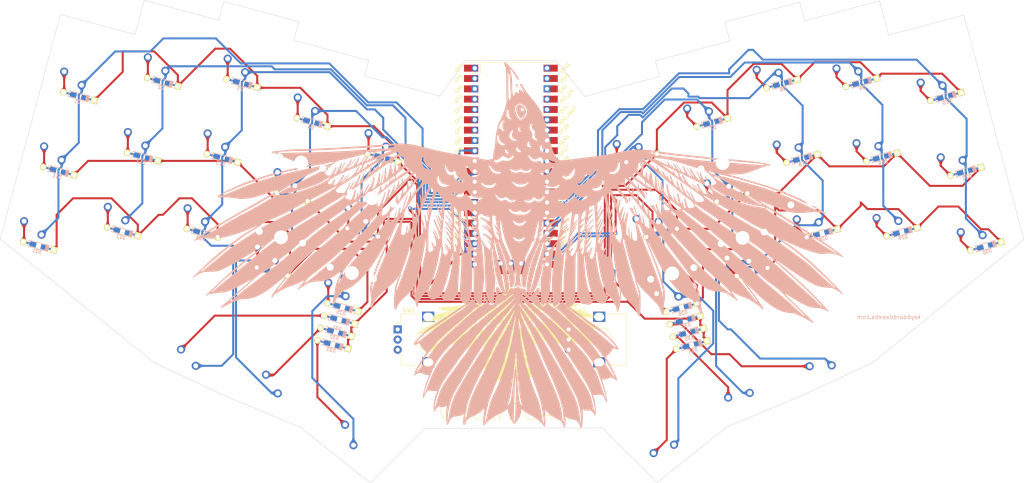
<source format=kicad_pcb>
(kicad_pcb (version 20211014) (generator pcbnew)
  (layers (0 "F.Cu" signal) (31 "B.Cu" signal) (34 "B.Paste" user) (35 "F.Paste" user) (36 "B.SilkS" user "B.Silkscreen") (37 "F.SilkS" user "F.Silkscreen") (38 "B.Mask" user) (39 "F.Mask" user) (44 "Edge.Cuts" user))
  (net 0 "")
  (net 1 "Net-(D1-Pad2)")
  (net 2 "Net-(D2-Pad2)")
  (net 3 "Net-(D3-Pad2)")
  (net 4 "Net-(D4-Pad2)")
  (net 5 "Net-(D5-Pad2)")
  (net 6 "Net-(D6-Pad2)")
  (net 7 "Net-(D7-Pad2)")
  (net 8 "Net-(D8-Pad2)")
  (net 9 "Net-(D9-Pad2)")
  (net 10 "Net-(D10-Pad2)")
  (net 11 "Net-(D11-Pad2)")
  (net 12 "Net-(D12-Pad2)")
  (net 13 "Net-(D13-Pad2)")
  (net 14 "Net-(D14-Pad2)")
  (net 15 "Net-(D15-Pad2)")
  (net 16 "Net-(D16-Pad2)")
  (net 17 "Net-(D17-Pad2)")
  (net 18 "Net-(D18-Pad2)")
  (net 19 "Net-(D19-Pad2)")
  (net 20 "Net-(D20-Pad2)")
  (net 21 "Net-(D21-Pad2)")
  (net 22 "Net-(D22-Pad2)")
  (net 23 "Net-(D23-Pad2)")
  (net 24 "Net-(D24-Pad2)")
  (net 25 "Net-(D25-Pad2)")
  (net 26 "Net-(D26-Pad2)")
  (net 27 "Net-(D27-Pad2)")
  (net 28 "Net-(D28-Pad2)")
  (net 29 "Net-(D29-Pad2)")
  (net 30 "Net-(D30-Pad2)")
  (net 31 "Net-(D31-Pad2)")
  (net 32 "Net-(D32-Pad2)")
  (net 33 "Net-(D33-Pad2)")
  (net 34 "Net-(D34-Pad2)")
  (net 35 "Net-(D35-Pad2)")
  (net 36 "Net-(D36-Pad2)")
  (net 66 "ROW0")
  (net 67 "ROW1")
  (net 68 "ROW2")
  (net 69 "ROW3")
  (net 70 "COL0")
  (net 71 "COL1")
  (net 72 "COL2")
  (net 73 "COL3")
  (net 74 "COL4")
  (net 75 "COL5")
  (net 76 "COL6")
  (net 77 "COL7")
  (net 78 "COL8")
  (net 79 "COL9")
  (footprint "Keebio-Parts:Kailh-PG1350-1u-NoLED" (layer "F.Cu") (at 92.544629 88.346139 -15)
    (fp_text reference "MX24")
    (fp_text value "MX-NoLED" hide)
  )
  (footprint "Keebio-Parts:Diode-Hybrid-Back" (layer "F.Cu") (at 37.807177 72.035781 -15)
    (fp_text reference "D11")
    (fp_text value "D_Small" hide)
  )
  (footprint "Keebio-Parts:Diode-Hybrid-Back" (layer "F.Cu") (at 198.625196 60.088103 15)
    (fp_text reference "D7")
    (fp_text value "D_Small" hide)
  )
  (footprint "Keebio-Parts:Kailh-PG1350-1u-NoLED" (layer "F.Cu") (at 65.603861 41.683359 -15)
    (fp_text reference "MX2")
    (fp_text value "MX-NoLED" hide)
  )
  (footprint "Keebio-Parts:Diode-Hybrid-Back" (layer "F.Cu") (at 261.018173 72.131221 15)
    (fp_text reference "D20")
    (fp_text value "D_Small" hide)
  )
  (footprint "Keebio-Parts:Kailh-PG1350-1u-NoLED" (layer "F.Cu") (at 223.285982 78.954529 15)
    (fp_text reference "MX28")
    (fp_text value "MX-NoLED" hide)
  )
  (footprint "Keebio-Parts:Diode-Hybrid-Back" (layer "F.Cu") (at 100.200154 59.992663 -15)
    (fp_text reference "D4")
    (fp_text value "D_Small" hide)
  )
  (footprint "Keebio-Parts:Diode-Hybrid-Back" (layer "F.Cu") (at 112.64335 87.157571 -15)
    (fp_text reference "D15")
    (fp_text value "D_Small" hide)
  )
  (footprint "Keebio-Parts:Diode-Hybrid-Back" (layer "F.Cu") (at 107.712848 105.558458 -15)
    (fp_text reference "D25")
    (fp_text value "D_Small" hide)
  )
  (footprint "Keebio-Parts:Kailh-PG1350-1u-NoLED" (layer "F.Cu") (at 40.06699 63.602042 -15)
    (fp_text reference "MX11")
    (fp_text value "MX-NoLED" hide)
  )
  (footprint "Keebio-Parts:Diode-Hybrid-Back" (layer "F.Cu") (at 203.555698 78.48899 15)
    (fp_text reference "D17")
    (fp_text value "D_Small" hide)
  )
  (footprint "Keebio-Parts:Diode-Hybrid-Back" (layer "F.Cu") (at 240.357472 68.627984 15)
    (fp_text reference "D19")
    (fp_text value "D_Small" hide)
  )
  (footprint "Keebio-Parts:Kailh-PG1350-1u-NoLED" (layer "F.Cu") (at 85.237373 42.01364 -15)
    (fp_text reference "MX3")
    (fp_text value "MX-NoLED" hide)
  )
  (footprint "Keebio-Parts:Diode-Hybrid-Back" (layer "F.Cu") (at 95.269651 78.39355 -15)
    (fp_text reference "D14")
    (fp_text value "D_Small" hide)
  )
  (footprint "Keebio-Parts:Diode-Hybrid-Back" (layer "F.Cu") (at 73.170887 87.263712 -15)
    (fp_text reference "D23")
    (fp_text value "D_Small" hide)
  )
  (footprint "Keebio-Parts:Kailh-PG1350-1u-NoLED" (layer "F.Cu") (at 201.187218 70.084367 15)
    (fp_text reference "MX17")
    (fp_text value "MX-NoLED" hide)
  )
  (footprint "Rotary_Encoder:RotaryEncoder_Alps_EC12E_Vertical_H20mm" (layer "F.Cu") (at 121.24375 111.00625)
    (fp_text reference "SW1")
    (fp_text value "RotaryEncoder")
  )
  (footprint "Keebio-Parts:Kailh-PG1350-1u-NoLED" (layer "F.Cu") (at 204.476745 121.794971 35)
    (fp_text reference "MX35")
    (fp_text value "MX-NoLED" hide)
  )
  (footprint "Rotary_Encoder:RotaryEncoder_Alps_EC12E_Vertical_H20mm" (layer "F.Cu") (at 163.3125 111.00625)
    (fp_text reference "SW2")
    (fp_text value "RotaryEncoder")
  )
  (footprint "Keebio-Parts:Diode-Hybrid-Back" (layer "F.Cu") (at 220.72396 68.958265 15)
    (fp_text reference "D18")
    (fp_text value "D_Small" hide)
  )
  (footprint "Keebio-Parts:Diode-Hybrid-Back" (layer "F.Cu") (at 58.467877 68.532544 -15)
    (fp_text reference "D12")
    (fp_text value "D_Small" hide)
  )
  (footprint "Keebio-Parts:Kailh-PG1350-1u-NoLED" (layer "F.Cu") (at 35.136488 82.002929 -15)
    (fp_text reference "MX21")
    (fp_text value "MX-NoLED" hide)
  )
  (footprint "Keebio-Parts:Diode-Hybrid-Back" (layer "F.Cu") (at 53.537375 86.933431 -15)
    (fp_text reference "D22")
    (fp_text value "D_Small" hide)
  )
  (footprint "Keebio-Parts:Diode-Hybrid-Back" (layer "F.Cu") (at 90.339149 96.794437 -15)
    (fp_text reference "D24")
    (fp_text value "D_Small" hide)
  )
  (footprint "Keebio-Parts:Diode-Hybrid-Back" (layer "F.Cu") (at 82.917189 50.431204 -15)
    (fp_text reference "D3")
    (fp_text value "D_Small" hide)
  )
  (footprint "Keebio-Parts:Diode-Hybrid-Back" (layer "F.Cu") (at 32.876674 90.436668 -15)
    (fp_text reference "D21")
    (fp_text value "D_Small" hide)
  )
  (footprint "Keebio-Parts:Kailh-PG1350-1u-NoLED" (layer "F.Cu") (at 233.058489 41.822474 15)
    (fp_text reference "MX9")
    (fp_text value "MX-NoLED" hide)
  )
  (footprint "Keebio-Parts:Kailh-PG1350-1u-NoLED" (layer "F.Cu") (at 55.742855 78.485133 -15)
    (fp_text reference "MX22")
    (fp_text value "MX-NoLED" hide)
  )
  (footprint "Keebio-Parts:Kailh-PG1350-1u-NoLED" (layer "F.Cu") (at 44.997493 45.201155 -15)
    (fp_text reference "MX1")
    (fp_text value "MX-NoLED" hide)
  )
  (footprint "Keebio-Parts:Kailh-PG1350-1u-NoLED" (layer "F.Cu") (at 188.798355 97.234716 15)
    (fp_text reference "MX26")
    (fp_text value "MX-NoLED" hide)
  )
  (footprint "Keebio-Parts:Kailh-PG1350-1u-NoLED" (layer "F.Cu") (at 114.528634 135.324258 -45)
    (fp_text reference "MX33")
    (fp_text value "MX-NoLED" hide)
  )
  (footprint "Keebio-Parts:Kailh-PG1350-1u-NoLED" (layer "F.Cu") (at 119.888 60.337503 -15)
    (fp_text reference "MX5")
    (fp_text value "MX-NoLED" hide)
  )
  (footprint "Keebio-Parts:Diode-Hybrid-Back" (layer "F.Cu") (at 181.251497 68.852123 15)
    (fp_text reference "D6")
    (fp_text value "D_Small" hide)
  )
  (footprint "Keebio-Parts:Diode-Hybrid-Back" (layer "F.Cu") (at 42.804087 53.652688 -15)
    (fp_text reference "D1")
    (fp_text value "D_Small" hide)
  )
  (footprint "Keebio-Parts:Kailh-PG1350-1u-NoLED" (layer "F.Cu") (at 263.634529 82.112927 15)
    (fp_text reference "MX30")
    (fp_text value "MX-NoLED" hide)
  )
  (footprint "Keebio-Parts:Kailh-PG1350-1u-NoLED" (layer "F.Cu") (at 253.773523 45.311153 15)
    (fp_text reference "MX10")
    (fp_text value "MX-NoLED" hide)
  )
  (footprint "Keebio-Parts:Kailh-PG1350-1u-NoLED" (layer "F.Cu") (at 178.991683 60.418384 15)
    (fp_text reference "MX6")
    (fp_text value "MX-NoLED" hide)
  )
  (footprint "Keebio-Parts:Kailh-PG1350-1u-NoLED" (layer "F.Cu") (at 97.475132 69.945252 -15)
    (fp_text reference "MX14")
    (fp_text value "MX-NoLED" hide)
  )
  (footprint "Keebio-Parts:Diode-Hybrid-Back" (layer "F.Cu") (at 191.934253 108.720712 15)
    (fp_text reference "D36")
    (fp_text value "D_Small" hide)
  )
  (footprint "Keebio-Parts:Kailh-PG1350-1u-NoLED" (layer "F.Cu") (at 183.867852 78.833829 15)
    (fp_text reference "MX16")
    (fp_text value "MX-NoLED" hide)
  )
  (footprint "Keebio-Parts:Kailh-PG1350-1u-NoLED" (layer "F.Cu") (at 75.376368 78.815414 -15)
    (fp_text reference "MX23")
    (fp_text value "MX-NoLED" hide)
  )
  (footprint "Keebio-Parts:Kailh-PG1350-1u-NoLED" (layer "F.Cu") (at 80.306871 60.414527 -15)
    (fp_text reference "MX13")
    (fp_text value "MX-NoLED" hide)
  )
  (footprint "Keebio-Parts:Kailh-PG1350-1u-NoLED" (layer "F.Cu") (at 237.988992 60.223361 15)
    (fp_text reference "MX19")
    (fp_text value "MX-NoLED" hide)
  )
  (footprint "Keebio-Parts:Kailh-PG1350-1u-NoLED" (layer "F.Cu") (at 95.115308 121.904969 -35)
    (fp_text reference "MX32")
    (fp_text value "MX-NoLED" hide)
  )
  (footprint "MCU_RaspberryPi_and_Boards:RPi_Pico_SMD_TH" (layer "F.Cu") (at 149.098 70.866)
    (fp_text reference "U1")
    (fp_text value "Pico")
  )
  (footprint "Keebio-Parts:Diode-Hybrid-Back" (layer "F.Cu") (at 193.577754 114.854341 15)
    (fp_text reference "D34")
    (fp_text value "D_Small" hide)
  )
  (footprint "Keebio-Parts:Diode-Hybrid-Back" (layer "F.Cu") (at 191.112502 105.653897 15)
    (fp_text reference "D26")
    (fp_text value "D_Small" hide)
  )
  (footprint "Keebio-Parts:Kailh-PG1350-1u-NoLED" (layer "F.Cu") (at 185.06342 135.21426 45)
    (fp_text reference "MX34")
    (fp_text value "MX-NoLED" hide)
  )
  (footprint "Keebio-Parts:Kailh-PG1350-1u-NoLED" (layer "F.Cu") (at 114.903164 78.723831 -15)
    (fp_text reference "MX15")
    (fp_text value "MX-NoLED" hide)
  )
  (footprint "Keebio-Parts:Kailh-PG1350-1u-NoLED" (layer "F.Cu") (at 196.311048 51.668921 15)
    (fp_text reference "MX7")
    (fp_text value "MX-NoLED" hide)
  )
  (footprint "Keebio-Parts:Kailh-PG1350-1u-NoLED" (layer "F.Cu") (at 109.972661 97.124718 -15)
    (fp_text reference "MX25")
    (fp_text value "MX-NoLED" hide)
  )
  (footprint "Keebio-Parts:Diode-Hybrid-Back" (layer "F.Cu") (at 208.486201 96.889877 15)
    (fp_text reference "D27")
    (fp_text value "D_Small" hide)
  )
  (footprint "Keebio-Parts:Diode-Hybrid-Back" (layer "F.Cu") (at 245.287975 87.028871 15)
    (fp_text reference "D29")
    (fp_text value "D_Small" hide)
  )
  (footprint "Keebio-Parts:Diode-Hybrid-Back" (layer "F.Cu") (at 63.39838 50.131657 -15)
    (fp_text reference "D2")
    (fp_text value "D_Small" hide)
  )
  (footprint "Keebio-Parts:Diode-Hybrid-Back" (layer "F.Cu") (at 105.255814 114.728233 -15)
    (fp_text reference "D33")
    (fp_text value "D_Small" hide)
  )
  (footprint "Keebio-Parts:Kailh-PG1350-1u-NoLED" (layer "F.Cu") (at 258.704026 63.71204 15)
    (fp_text reference "MX20")
    (fp_text value "MX-NoLED" hide)
  )
  (footprint "crow:crow50" (layer "F.Cu") (at 147.175 111.1)
    (fp_text reference "G***")
    (fp_text value "LOGO" hide)
  )
  (footprint "Keebio-Parts:Kailh-PG1350-1u-NoLED" (layer "F.Cu") (at 102.459968 51.558923 -15)
    (fp_text reference "MX4")
    (fp_text value "MX-NoLED" hide)
  )
  (footprint "Keebio-Parts:Diode-Hybrid-Back" (layer "F.Cu") (at 235.312266 50.257832 15)
    (fp_text reference "D9")
    (fp_text value "D_Small" hide)
  )
  (footprint "Keebio-Parts:Kailh-PG1350-1u-NoLED" (layer "F.Cu") (at 206.117721 88.485254 15)
    (fp_text reference "MX27")
    (fp_text value "MX-NoLED" hide)
  )
  (footprint "Keebio-Parts:Kailh-PG1350-1u-NoLED" (layer "F.Cu") (at 225.533571 114.50931 25)
    (fp_text reference "MX36")
    (fp_text value "MX-NoLED" hide)
  )
  (footprint "Keebio-Parts:Diode-Hybrid-Back" (layer "F.Cu") (at 186.182 87.25301 15)
    (fp_text reference "D16")
    (fp_text value "D_Small" hide)
  )
  (footprint "Keebio-Parts:Diode-Hybrid-Back" (layer "F.Cu") (at 225.654463 87.359152 15)
    (fp_text reference "D28")
    (fp_text value "D_Small" hide)
  )
  (footprint "Keebio-Parts:Diode-Hybrid-Back" (layer "F.Cu") (at 265.948676 90.532108 15)
    (fp_text reference "D30")
    (fp_text value "D_Small" hide)
  )
  (footprint "Keebio-Parts:Diode-Hybrid-Back" (layer "F.Cu") (at 256.08767 53.730334 15)
    (fp_text reference "D10")
    (fp_text value "D_Small" hide)
  )
  (footprint "Keebio-Parts:Kailh-PG1350-1u-NoLED" (layer "F.Cu") (at 213.424976 42.152755 15)
    (fp_text reference "MX8")
    (fp_text value "MX-NoLED" hide)
  )
  (footprint "Keebio-Parts:Diode-Hybrid-Back" (layer "F.Cu") (at 215.793457 50.557378 15)
    (fp_text reference "D8")
    (fp_text value "D_Small" hide)
  )
  (footprint "Keebio-Parts:Kailh-PG1350-1u-NoLED" (layer "F.Cu") (at 242.919495 78.624248 15)
    (fp_text reference "MX29")
    (fp_text value "MX-NoLED" hide)
  )
  (footprint "Keebio-Parts:Diode-Hybrid-Back" (layer "F.Cu") (at 106.077564 111.661419 -15)
    (fp_text reference "D32")
    (fp_text value "D_Small" hide)
  )
  (footprint "Keebio-Parts:Diode-Hybrid-Back" (layer "F.Cu") (at 78.10139 68.862825 -15)
    (fp_text reference "D13")
    (fp_text value "D_Small" hide)
  )
  (footprint "Keebio-Parts:Diode-Hybrid-Back" (layer "F.Cu") (at 192.756003 111.787526 15)
    (fp_text reference "D35")
    (fp_text value "D_Small" hide)
  )
  (footprint "Keebio-Parts:Diode-Hybrid-Back" (layer "F.Cu") (at 106.891097 108.625272 -15)
    (fp_text reference "D31")
    (fp_text value "D_Small" hide)
  )
  (footprint "Keebio-Parts:Diode-Hybrid-Back" (layer "F.Cu") (at 117.573853 68.756684 -15)
    (fp_text reference "D5")
    (fp_text value "D_Small" hide)
  )
  (footprint "Keebio-Parts:Kailh-PG1350-1u-NoLED" (layer "F.Cu") (at 60.673358 60.084246 -15)
    (fp_text reference "MX12")
    (fp_text value "MX-NoLED" hide)
  )
  (footprint "Keebio-Parts:Kailh-PG1350-1u-NoLED" (layer "F.Cu") (at 218.355479 60.553642 15)
    (fp_text reference "MX18")
    (fp_text value "MX-NoLED" hide)
  )
  (footprint "Keebio-Parts:Kailh-PG1350-1u-NoLED" (layer "F.Cu") (at 74.058482 114.619308 -25)
    (fp_text reference "MX31")
    (fp_text value "MX-NoLED" hide)
  )
  (footprint "crow:crow175" (layer "B.Cu") (at 156.464 89.408 180)
    (fp_text reference "G***")
    (fp_text value "LOGO" hide)
  )
  (gr_line (start 58.875 30.025) (end 77.25 34.95) (layer "Edge.Cuts") (width 0.1))
  (gr_line (start 171.6 135.225) (end 128 135.325) (layer "Edge.Cuts") (width 0.1))
  (gr_line (start 97.45 135.175) (end 78.65 127.275) (layer "Edge.Cuts") (width 0.1))
  (gr_line (start 77.25 34.95) (end 78.5 30.35) (layer "Edge.Cuts") (width 0.1))
  (gr_line (start 201.75 35.425) (end 202.975 40.025) (layer "Edge.Cuts") (width 0.1))
  (gr_line (start 38.25 33.525) (end 56.625 38.45) (layer "Edge.Cuts") (width 0.1))
  (gr_line (start 202.125 135.075) (end 185.075 148.675) (layer "Edge.Cuts") (width 0.1))
  (gr_line (start 239.8 30.175) (end 221.4 35.075) (layer "Edge.Cuts") (width 0.1))
  (gr_line (start 220.15 30.475) (end 201.75 35.425) (layer "Edge.Cuts") (width 0.1))
  (gr_line (start 138.05 44.875) (end 131.55 53.6) (layer "Edge.Cuts") (width 0.1))
  (gr_line (start 114.125 44.825) (end 113.1 48.65) (layer "Edge.Cuts") (width 0.1))
  (gr_line (start 113.1 48.65) (end 131.55 53.6) (layer "Edge.Cuts") (width 0.1))
  (gr_line (start 242.05 38.575) (end 239.8 30.175) (layer "Edge.Cuts") (width 0.1))
  (gr_line (start 23.45 88.75) (end 38.25 33.525) (layer "Edge.Cuts") (width 0.1))
  (gr_line (start 185.675 48.775) (end 167.325 53.7) (layer "Edge.Cuts") (width 0.1))
  (gr_line (start 128 135.325) (end 114.525 148.8) (layer "Edge.Cuts") (width 0.1))
  (gr_line (start 260.525 33.65) (end 275.3 88.85) (layer "Edge.Cuts") (width 0.1))
  (gr_line (start 238.2 119.125) (end 220.925 127.175) (layer "Edge.Cuts") (width 0.1))
  (gr_line (start 78.65 127.275) (end 61.4 119.225) (layer "Edge.Cuts") (width 0.1))
  (gr_line (start 56.625 38.45) (end 58.875 30.025) (layer "Edge.Cuts") (width 0.1))
  (gr_line (start 184.65 44.925) (end 185.675 48.775) (layer "Edge.Cuts") (width 0.1))
  (gr_line (start 95.675 39.9) (end 114.125 44.825) (layer "Edge.Cuts") (width 0.1))
  (gr_line (start 114.525 148.8) (end 97.45 135.175) (layer "Edge.Cuts") (width 0.1))
  (gr_line (start 275.3 88.85) (end 238.2 119.125) (layer "Edge.Cuts") (width 0.1))
  (gr_line (start 78.5 30.35) (end 96.9 35.275) (layer "Edge.Cuts") (width 0.1))
  (gr_line (start 220.925 127.175) (end 202.125 135.075) (layer "Edge.Cuts") (width 0.1))
  (gr_line (start 96.9 35.275) (end 95.675 39.9) (layer "Edge.Cuts") (width 0.1))
  (gr_line (start 61.4 119.225) (end 23.45 88.75) (layer "Edge.Cuts") (width 0.1))
  (gr_line (start 185.075 148.675) (end 171.6 135.225) (layer "Edge.Cuts") (width 0.1))
  (gr_line (start 202.975 40.025) (end 184.65 44.925) (layer "Edge.Cuts") (width 0.1))
  (gr_line (start 260.525 33.65) (end 242.05 38.575) (layer "Edge.Cuts") (width 0.1))
  (gr_line (start 221.4 35.075) (end 220.15 30.475) (layer "Edge.Cuts") (width 0.1))
  (gr_line (start 160.175 44.875) (end 138.05 44.875) (layer "Edge.Cuts") (width 0.1))
  (gr_line (start 167.325 53.7) (end 160.175 44.875) (layer "Edge.Cuts") (width 0.1))
  (gr_text "keyboarddweebs.com" (at 242.062 107.95) (layer "B.SilkS") (effects (font (size 1 1)) (justify mirror)))
  (gr_text "CROWBOARD" (at 149.3 131.375) (layer "F.SilkS") (effects (font (size 4 4))))
  (segment (start 39.184351 47.577578) (end 39.184351 52.495919) (width 0.5) (layer "F.Cu") (net 1))
  (segment (start 39.184351 52.495919) (end 39.036976 52.643294) (width 0.5) (layer "F.Cu") (net 1))
  (segment (start 59.790719 44.059782) (end 59.790719 48.962813) (width 0.5) (layer "F.Cu") (net 2))
  (segment (start 59.790719 48.962813) (end 59.631269 49.122263) (width 0.5) (layer "F.Cu") (net 2))
  (segment (start 79.424231 49.147657) (end 79.150078 49.42181) (width 0.5) (layer "F.Cu") (net 3))
  (segment (start 79.424231 44.390063) (end 79.424231 49.147657) (width 0.5) (layer "F.Cu") (net 3))
  (segment (start 96.646826 53.935346) (end 96.646826 58.769486) (width 0.5) (layer "F.Cu") (net 4))
  (segment (start 96.646826 58.769486) (end 96.433043 58.983269) (width 0.5) (layer "F.Cu") (net 4))
  (segment (start 114.074858 67.479174) (end 113.806742 67.74729) (width 0.5) (layer "F.Cu") (net 5))
  (segment (start 114.074858 62.713926) (end 114.074858 67.479174) (width 0.5) (layer "F.Cu") (net 5))
  (segment (start 175.145566 65.382997) (end 175.145566 67.522697) (width 0.5) (layer "F.Cu") (net 6))
  (segment (start 175.145566 67.522697) (end 177.484386 69.861517) (width 0.5) (layer "F.Cu") (net 6))
  (segment (start 192.464931 56.633534) (end 192.464931 58.704343) (width 0.5) (layer "F.Cu") (net 7))
  (segment (start 192.464931 58.704343) (end 194.858085 61.097497) (width 0.5) (layer "F.Cu") (net 7))
  (segment (start 209.578859 49.119285) (end 212.026346 51.566772) (width 0.5) (layer "F.Cu") (net 8))
  (segment (start 209.578859 47.117368) (end 209.578859 49.119285) (width 0.5) (layer "F.Cu") (net 8))
  (segment (start 229.212372 48.934443) (end 231.545155 51.267226) (width 0.5) (layer "F.Cu") (net 9))
  (segment (start 229.212372 46.787087) (end 229.212372 48.934443) (width 0.5) (layer "F.Cu") (net 9))
  (segment (start 249.927406 52.346575) (end 252.320559 54.739728) (width 0.5) (layer "F.Cu") (net 10))
  (segment (start 249.927406 50.275766) (end 249.927406 52.346575) (width 0.5) (layer "F.Cu") (net 10))
  (segment (start 34.253848 65.978465) (end 34.253848 70.812605) (width 0.5) (layer "F.Cu") (net 11))
  (segment (start 34.253848 70.812605) (end 34.040066 71.026387) (width 0.5) (layer "F.Cu") (net 11))
  (segment (start 54.860216 67.3637) (end 54.700766 67.52315) (width 0.5) (layer "F.Cu") (net 12))
  (segment (start 54.860216 62.460669) (end 54.860216 67.3637) (width 0.5) (layer "F.Cu") (net 12))
  (segment (start 74.493729 67.693981) (end 74.334279 67.853431) (width 0.5) (layer "F.Cu") (net 13))
  (segment (start 74.493729 62.79095) (end 74.493729 67.693981) (width 0.5) (layer "F.Cu") (net 13))
  (segment (start 91.66199 77.224706) (end 91.50254 77.384156) (width 0.5) (layer "F.Cu") (net 14))
  (segment (start 91.66199 72.321675) (end 91.66199 77.224706) (width 0.5) (layer "F.Cu") (net 14))
  (segment (start 109.090022 81.100254) (end 109.090022 85.934394) (width 0.5) (layer "F.Cu") (net 15))
  (segment (start 109.090022 85.934394) (end 108.876239 86.148177) (width 0.5) (layer "F.Cu") (net 15))
  (segment (start 180.021735 83.798442) (end 182.414889 86.191596) (width 0.5) (layer "F.Cu") (net 16))
  (segment (start 182.414889 86.191596) (end 182.414889 88.262404) (width 0.5) (layer "F.Cu") (net 16))
  (segment (start 197.341101 75.04898) (end 197.341101 77.050898) (width 0.5) (layer "F.Cu") (net 17))
  (segment (start 197.341101 77.050898) (end 199.788587 79.498384) (width 0.5) (layer "F.Cu") (net 17))
  (segment (start 214.509362 67.520172) (end 216.956849 69.967659) (width 0.5) (layer "F.Cu") (net 18))
  (segment (start 214.509362 65.518255) (end 214.509362 67.520172) (width 0.5) (layer "F.Cu") (net 18))
  (segment (start 234.142875 65.187974) (end 234.142875 67.189892) (width 0.5) (layer "F.Cu") (net 19))
  (segment (start 234.142875 67.189892) (end 236.590361 69.637378) (width 0.5) (layer "F.Cu") (net 19))
  (segment (start 254.857909 70.747462) (end 257.251062 73.140615) (width 0.5) (layer "F.Cu") (net 20))
  (segment (start 254.857909 68.676653) (end 254.857909 70.747462) (width 0.5) (layer "F.Cu") (net 20))
  (segment (start 29.323346 84.379352) (end 29.323346 89.213491) (width 0.5) (layer "F.Cu") (net 21))
  (segment (start 29.323346 89.213491) (end 29.109563 89.427274) (width 0.5) (layer "F.Cu") (net 21))
  (segment (start 49.929713 85.764588) (end 49.770264 85.924037) (width 0.5) (layer "F.Cu") (net 22))
  (segment (start 49.929713 80.861556) (end 49.929713 85.764588) (width 0.5) (layer "F.Cu") (net 22))
  (segment (start 69.563226 81.191837) (end 69.563226 86.094868) (width 0.5) (layer "F.Cu") (net 23))
  (segment (start 69.563226 86.094868) (end 69.403776 86.254318) (width 0.5) (layer "F.Cu") (net 23))
  (segment (start 86.731487 95.625594) (end 86.572038 95.785043) (width 0.5) (layer "F.Cu") (net 24))
  (segment (start 86.731487 90.722562) (end 86.731487 95.625594) (width 0.5) (layer "F.Cu") (net 24))
  (segment (start 104.159519 104.335282) (end 103.945737 104.549064) (width 0.5) (layer "F.Cu") (net 25))
  (segment (start 104.159519 99.501141) (end 104.159519 104.335282) (width 0.5) (layer "F.Cu") (net 25))
  (segment (start 184.952238 104.270138) (end 187.345391 106.663291) (width 0.5) (layer "F.Cu") (net 26))
  (segment (start 184.952238 102.199329) (end 184.952238 104.270138) (width 0.5) (layer "F.Cu") (net 26))
  (segment (start 202.271604 95.451785) (end 204.71909 97.899271) (width 0.5) (layer "F.Cu") (net 27))
  (segment (start 202.271604 93.449867) (end 202.271604 95.451785) (width 0.5) (layer "F.Cu") (net 27))
  (segment (start 219.439865 85.921059) (end 221.887352 88.368546) (width 0.5) (layer "F.Cu") (net 28))
  (segment (start 219.439865 83.919142) (end 219.439865 85.921059) (width 0.5) (layer "F.Cu") (net 28))
  (segment (start 239.073378 83.588861) (end 239.073378 85.590779) (width 0.5) (layer "F.Cu") (net 29))
  (segment (start 239.073378 85.590779) (end 241.520864 88.038265) (width 0.5) (layer "F.Cu") (net 29))
  (segment (start 259.788412 89.148349) (end 262.181565 91.541502) (width 0.5) (layer "F.Cu") (net 30))
  (segment (start 259.788412 87.07754) (end 259.788412 89.148349) (width 0.5) (layer "F.Cu") (net 30))
  (segment (start 67.920994 115.950186) (end 76.255302 107.615878) (width 0.5) (layer "F.Cu") (net 31))
  (segment (start 76.255302 107.615878) (end 103.123986 107.615878) (width 0.5) (layer "F.Cu") (net 31))
  (segment (start 90.812613 122.149865) (end 102.310453 110.652025) (width 0.5) (layer "F.Cu") (net 32))
  (segment (start 88.839957 122.149865) (end 90.812613 122.149865) (width 0.5) (layer "F.Cu") (net 32))
  (segment (start 101.488703 127.658339) (end 108.306094 134.47573) (width 0.5) (layer "F.Cu") (net 33))
  (segment (start 101.488703 113.718839) (end 101.488703 127.658339) (width 0.5) (layer "F.Cu") (net 33))
  (segment (start 187.452 138.199692) (end 187.452 118.222378) (width 0.5) (layer "F.Cu") (net 34))
  (segment (start 184.214892 141.4368) (end 187.452 138.199692) (width 0.5) (layer "F.Cu") (net 34))
  (segment (start 187.452 118.222378) (end 189.810643 115.863735) (width 0.5) (layer "F.Cu") (net 34))
  (segment (start 202.560575 127.775631) (end 202.560575 125.237233) (width 0.5) (layer "F.Cu") (net 35))
  (segment (start 202.560575 125.237233) (end 190.120262 112.79692) (width 0.5) (layer "F.Cu") (net 35))
  (segment (start 190.120262 112.79692) (end 188.988892 112.79692) (width 0.5) (layer "F.Cu") (net 35))
  (segment (start 222.607981 120.066371) (end 205.858739 120.066371) (width 0.5) (layer "F.Cu") (net 36))
  (segment (start 191.048826 109.730106) (end 188.167142 109.730106) (width 0.5) (layer "F.Cu") (net 36))
  (segment (start 198.41272 117.094) (end 191.048826 109.730106) (width 0.5) (layer "F.Cu") (net 36))
  (segment (start 202.886368 117.094) (end 198.41272 117.094) (width 0.5) (layer "F.Cu") (net 36))
  (segment (start 205.858739 120.066371) (end 202.886368 117.094) (width 0.5) (layer "F.Cu") (net 36))
  (segment (start 86.6843 51.440598) (end 86.6843 48.636642) (width 0.5) (layer "F.Cu") (net 66))
  (segment (start 219.560568 49.547984) (end 215.680441 45.667857) (width 0.5) (layer "F.Cu") (net 66))
  (segment (start 208.840143 45.667857) (end 202.392307 52.115693) (width 0.5) (layer "F.Cu") (net 66))
  (segment (start 127 102.108) (end 136.652 92.456) (width 0.5) (layer "F.Cu") (net 66))
  (segment (start 53.594 42.672) (end 53.594 47.63928) (width 0.5) (layer "F.Cu") (net 66))
  (segment (start 136.652 92.456) (end 140.208 92.456) (width 0.5) (layer "F.Cu") (net 66))
  (segment (start 126.746 75.171114) (end 126.746 101.854) (width 0.5) (layer "F.Cu") (net 66))
  (segment (start 86.805702 51.562) (end 86.6843 51.440598) (width 0.5) (layer "F.Cu") (net 66))
  (segment (start 259.854781 52.72094) (end 255.21802 48.084179) (width 0.5) (layer "F.Cu") (net 66))
  (segment (start 53.655729 42.610271) (end 53.594 42.672) (width 0.5) (layer "F.Cu") (net 66))
  (segment (start 177.169337 75.692) (end 185.018608 67.842729) (width 0.5) (layer "F.Cu") (net 66))
  (segment (start 86.6843 48.636642) (end 79.987314 41.939656) (width 0.5) (layer "F.Cu") (net 66))
  (segment (start 76.454 41.91) (end 76.396542 41.91) (width 0.5) (layer "F.Cu") (net 66))
  (segment (start 215.680441 45.667857) (end 208.840143 45.667857) (width 0.5) (layer "F.Cu") (net 66))
  (segment (start 126.746 101.854) (end 127 102.108) (width 0.5) (layer "F.Cu") (net 66))
  (segment (start 240.243636 48.084179) (end 239.079377 49.248438) (width 0.5) (layer "F.Cu") (net 66))
  (segment (start 202.392307 52.115693) (end 202.392307 59.078709) (width 0.5) (layer "F.Cu") (net 66))
  (segment (start 172.212 102.108) (end 172.212 76.2) (width 0.5) (layer "F.Cu") (net 66))
  (segment (start 79.987314 41.939656) (end 76.483656 41.939656) (width 0.5) (layer "F.Cu") (net 66))
  (segment (start 76.396542 41.91) (end 67.165491 51.141051) (width 0.5) (layer "F.Cu") (net 66))
  (segment (start 235.094086 45.263147) (end 223.845405 45.263147) (width 0.5) (layer "F.Cu") (net 66))
  (segment (start 103.967265 58.242295) (end 97.28697 51.562) (width 0.5) (layer "F.Cu") (net 66))
  (segment (start 239.079377 49.248438) (end 235.094086 45.263147) (width 0.5) (layer "F.Cu") (net 66))
  (segment (start 103.967265 61.002057) (end 103.967265 58.242295) (width 0.5) (layer "F.Cu") (net 66))
  (segment (start 121.340964 66.966542) (end 115.376479 61.002057) (width 0.5) (layer "F.Cu") (net 66))
  (segment (start 121.340964 69.766078) (end 121.340964 66.966542) (width 0.5) (layer "F.Cu") (net 66))
  (segment (start 53.594 47.63928) (end 46.571198 54.662082) (width 0.5) (layer "F.Cu") (net 66))
  (segment (start 202.392307 59.078709) (end 198.497621 55.184023) (width 0.5) (layer "F.Cu") (net 66))
  (segment (start 172.212 76.2) (end 171.704 75.692) (width 0.5) (layer "F.Cu") (net 66))
  (segment (start 191.703977 55.184023) (end 185.018608 61.869392) (width 0.5) (layer "F.Cu") (net 66))
  (segment (start 67.165491 51.141051) (end 67.165491 48.421064) (width 0.5) (layer "F.Cu") (net 66))
  (segment (start 255.21802 48.084179) (end 240.243636 48.084179) (width 0.5) (layer "F.Cu") (net 66))
  (segment (start 127 102.108) (end 172.212 102.108) (width 0.5) (layer "F.Cu") (net 66))
  (segment (start 67.165491 48.421064) (end 61.354698 42.610271) (width 0.5) (layer "F.Cu") (net 66))
  (segment (start 223.845405 45.263147) (end 219.560568 49.547984) (width 0.5) (layer "F.Cu") (net 66))
  (segment (start 121.340964 69.766078) (end 126.746 75.171114) (width 0.5) (layer "F.Cu") (net 66))
  (segment (start 97.28697 51.562) (end 86.805702 51.562) (width 0.5) (layer "F.Cu") (net 66))
  (segment (start 76.483656 41.939656) (end 76.454 41.91) (width 0.5) (layer "F.Cu") (net 66))
  (segment (start 171.704 75.692) (end 177.169337 75.692) (width 0.5) (layer "F.Cu") (net 66))
  (segment (start 61.354698 42.610271) (end 53.655729 42.610271) (width 0.5) (layer "F.Cu") (net 66))
  (segment (start 198.497621 55.184023) (end 191.703977 55.184023) (width 0.5) (layer "F.Cu") (net 66))
  (segment (start 115.376479 61.002057) (end 103.967265 61.002057) (width 0.5) (layer "F.Cu") (net 66))
  (segment (start 185.018608 61.869392) (end 185.018608 67.842729) (width 0.5) (layer "F.Cu") (net 66))
  (segment (start 115.169426 89.408) (end 116.410461 88.166965) (width 0.5) (layer "F.Cu") (net 67))
  (segment (start 126.04648 83.54648) (end 126.046481 102.143751) (width 0.5) (layer "F.Cu") (net 67))
  (segment (start 198.558789 86.243616) (end 207.322809 77.479596) (width 0.5) (layer "F.Cu") (net 67))
  (segment (start 224.491071 67.948871) (end 227.429089 70.886889) (width 0.5) (layer "F.Cu") (net 67))
  (segment (start 123.444 75.01058) (end 123.444 74.168) (width 0.5) (layer "F.Cu") (net 67))
  (segment (start 45.077525 69.541938) (end 62.234988 69.541938) (width 0.5) (layer "F.Cu") (net 67))
  (segment (start 172.91152 76.708) (end 172.985212 76.634308) (width 0.5) (layer "F.Cu") (net 67))
  (segment (start 109.041818 89.408) (end 115.169426 89.408) (width 0.5) (layer "F.Cu") (net 67))
  (segment (start 81.868501 69.872219) (end 91.399226 79.402944) (width 0.5) (layer "F.Cu") (net 67))
  (segment (start 214.960346 77.479596) (end 224.491071 67.948871) (width 0.5) (layer "F.Cu") (net 67))
  (segment (start 81.53822 69.541938) (end 81.868501 69.872219) (width 0.5) (layer "F.Cu") (net 67))
  (segment (start 252.197993 75.692) (end 260.215111 75.692) (width 0.5) (layer "F.Cu") (net 67))
  (segment (start 116.410461 88.166965) (end 116.410461 82.044119) (width 0.5) (layer "F.Cu") (net 67))
  (segment (start 260.215111 75.692) (end 264.785284 71.121827) (width 0.5) (layer "F.Cu") (net 67))
  (segment (start 99.036762 79.402944) (end 109.041818 89.408) (width 0.5) (layer "F.Cu") (net 67))
  (segment (start 126.04648 83.54648) (end 124.225 81.725) (width 0.5) (layer "F.Cu") (net 67))
  (segment (start 124.753616 74.168) (end 126.04648 75.460864) (width 0.5) (layer "F.Cu") (net 67))
  (segment (start 62.234988 69.541938) (end 81.53822 69.541938) (width 0.5) (layer "F.Cu") (net 67))
  (segment (start 184.778925 76.634308) (end 189.949111 81.804494) (width 0.5) (layer "F.Cu") (net 67))
  (segment (start 207.322809 77.479596) (end 214.960346 77.479596) (width 0.5) (layer "F.Cu") (net 67))
  (segment (start 126.046481 102.143751) (end 126.71025 102.80752) (width 0.5) (layer "F.Cu") (net 67))
  (segment (start 123.444 74.168) (end 124.753616 74.168) (width 0.5) (layer "F.Cu") (net 67))
  (segment (start 124.225 81.725) (end 124.225 81.125) (width 0.5) (layer "F.Cu") (net 67))
  (segment (start 126.04648 75.460864) (end 126.04648 83.54648) (width 0.5) (layer "F.Cu") (net 67))
  (segment (start 41.574288 73.045175) (end 45.077525 69.541938) (width 0.5) (layer "F.Cu") (net 67))
  (segment (start 244.124583 67.61859) (end 252.197993 75.692) (width 0.5) (layer "F.Cu") (net 67))
  (segment (start 91.399226 79.402944) (end 99.036762 79.402944) (width 0.5) (layer "F.Cu") (net 67))
  (segment (start 126.71025 102.80752) (end 172.50175 102.80752) (width 0.5) (layer "F.Cu") (net 67))
  (segment (start 189.949111 81.804494) (end 189.949111 86.243616) (width 0.5) (layer "F.Cu") (net 67))
  (segment (start 172.985212 76.634308) (end 184.778925 76.634308) (width 0.5) (layer "F.Cu") (net 67))
  (segment (start 172.91152 102.39775) (end 172.91152 76.708) (width 0.5) (layer "F.Cu") (net 67))
  (segment (start 189.949111 86.243616) (end 198.558789 86.243616) (width 0.5) (layer "F.Cu") (net 67))
  (segment (start 227.429089 70.886889) (end 240.856284 70.886889) (width 0.5) (layer "F.Cu") (net 67))
  (segment (start 240.856284 70.886889) (end 244.124583 67.61859) (width 0.5) (layer "F.Cu") (net 67))
  (segment (start 116.410461 82.044119) (end 123.444 75.01058) (width 0.5) (layer "F.Cu") (net 67))
  (segment (start 172.50175 102.80752) (end 172.91152 102.39775) (width 0.5) (layer "F.Cu") (net 67))
  (via (at 124.225 81.125) (size 0.8) (drill 0.4) (layers "F.Cu" "B.Cu") (net 67))
  (segment (start 124.225 81.125) (end 124.45 81.35) (width 0.5) (layer "B.Cu") (net 67))
  (segment (start 124.45 81.35) (end 134.05 81.35) (width 0.5) (layer "B.Cu") (net 67))
  (segment (start 137.9 85.2) (end 137.9 95.4) (width 0.5) (layer "B.Cu") (net 67))
  (segment (start 134.05 81.35) (end 137.9 85.2) (width 0.5) (layer "B.Cu") (net 67))
  (segment (start 137.9 95.4) (end 138.304 94.996) (width 0.5) (layer "B.Cu") (net 67))
  (segment (start 138.304 94.996) (end 140.208 94.996) (width 0.5) (layer "B.Cu") (net 67))
  (segment (start 117.856 83.82) (end 124.714 83.82) (width 0.5) (layer "F.Cu") (net 68))
  (segment (start 57.304486 87.942825) (end 62.443311 82.804) (width 0.5) (layer "F.Cu") (net 68))
  (segment (start 194.879613 104.644503) (end 196.342 103.182116) (width 0.5) (layer "F.Cu") (net 68))
  (segment (start 183.945373 89.203373) (end 194.879613 100.137613) (width 0.5) (layer "F.Cu") (net 68))
  (segment (start 125.346962 102.433502) (end 126.420499 103.507039) (width 0.5) (layer "F.Cu") (net 68))
  (segment (start 76.937998 88.273106) (end 80.629104 84.582) (width 0.5) (layer "F.Cu") (net 68))
  (segment (start 229.421574 86.349758) (end 235.204 80.567332) (width 0.5) (layer "F.Cu") (net 68))
  (segment (start 41.402 78.74) (end 50.821647 78.74) (width 0.5) (layer "F.Cu") (net 68))
  (segment (start 179.901429 77.978) (end 183.945373 82.021944) (width 0.5) (layer "F.Cu") (net 68))
  (segment (start 50.821647 78.74) (end 57.304486 85.222839) (width 0.5) (layer "F.Cu") (net 68))
  (segment (start 173.736 78.036) (end 173.736 77.978) (width 0.5) (layer "F.Cu") (net 68))
  (segment (start 113.792 95.25) (end 113.792 104.255811) (width 0.5) (layer "F.Cu") (net 68))
  (segment (start 173.736 77.978) (end 179.901429 77.978) (width 0.5) (layer "F.Cu") (net 68))
  (segment (start 194.879613 100.137613) (end 194.879613 104.644503) (width 0.5) (layer "F.Cu") (net 68))
  (segment (start 36.643785 91.446062) (end 37.336009 90.753838) (width 0.5) (layer "F.Cu") (net 68))
  (segment (start 235.204 80.567332) (end 235.204 79.756) (width 0.5) (layer "F.Cu") (net 68))
  (segment (start 115.572624 91.186) (end 117.856 88.902624) (width 0.5) (layer "F.Cu") (net 68))
  (segment (start 109.728 91.186) (end 113.792 95.25) (width 0.5) (layer "F.Cu") (net 68))
  (segment (start 207.631109 91.25828) (end 212.253312 95.880483) (width 0.5) (layer "F.Cu") (net 68))
  (segment (start 80.629104 84.582) (end 91.891084 84.582) (width 0.5) (layer "F.Cu") (net 68))
  (segment (start 212.253312 95.880483) (end 214.122 94.011795) (width 0.5) (layer "F.Cu") (net 68))
  (segment (start 113.792 104.255811) (end 111.479959 106.567852) (width 0.5) (layer "F.Cu") (net 68))
  (segment (start 94.759457 97.150634) (end 94.10626 97.803831) (width 0.5) (layer "F.Cu") (net 68))
  (segment (start 67.56257 78.74143) (end 70.61343 78.74143) (width 0.5) (layer "F.Cu") (net 68))
  (segment (start 196.66828 91.25828) (end 207.631109 91.25828) (width 0.5) (layer "F.Cu") (net 68))
  (segment (start 224.799371 81.727555) (end 229.421574 86.349758) (width 0.5) (layer "F.Cu") (net 68))
  (segment (start 174.875 79.175) (end 174.875 87.375) (width 0.5) (layer "F.Cu") (net 68))
  (segment (start 264.773386 86.362378) (end 266.555451 86.362378) (width 0.5) (layer "F.Cu") (net 68))
  (segment (start 126.420499 103.507039) (end 172.791501 103.507039) (width 0.5) (layer "F.Cu") (net 68))
  (segment (start 76.937998 85.065998) (end 76.937998 88.273106) (width 0.5) (layer "F.Cu") (net 68))
  (segment (start 125.34696 85.09) (end 125.346962 102.433502) (width 0.5) (layer "F.Cu") (net 68))
  (segment (start 91.891084 84.582) (end 94.759457 87.450373) (width 0.5) (layer "F.Cu") (net 68))
  (segment (start 63.5 82.804) (end 67.56257 78.74143) (width 0.5) (layer "F.Cu") (net 68))
  (segment (start 37.336009 90.753838) (end 37.336009 82.805991) (width 0.5) (layer "F.Cu") (net 68))
  (segment (start 117.856 88.902624) (end 117.856 83.82) (width 0.5) (layer "F.Cu") (net 68))
  (segment (start 94.759457 87.450373) (end 94.759457 97.150634) (width 0.5) (layer "F.Cu") (net 68))
  (segment (start 214.122 94.011795) (end 214.122 80.772) (width 0.5) (layer "F.Cu") (net 68))
  (segment (start 215.077555 81.727555) (end 224.799371 81.727555) (width 0.5) (layer "F.Cu") (net 68))
  (segment (start 125.34696 84.45296) (end 125.34696 85.09) (width 0.5) (layer "F.Cu") (net 68))
  (segment (start 214.122 80.772) (end 215.077555 81.727555) (width 0.5) (layer "F.Cu") (net 68))
  (segment (start 70.61343 78.74143) (end 76.937998 85.065998) (width 0.5) (layer "F.Cu") (net 68))
  (segment (start 109.728 91.186) (end 115.572624 91.186) (width 0.5) (layer "F.Cu") (net 68))
  (segment (start 62.443311 82.804) (end 63.5 82.804) (width 0.5) (layer "F.Cu") (net 68))
  (segment (start 94.10626 97.803831) (end 100.724091 91.186) (width 0.5) (layer "F.Cu") (net 68))
  (segment (start 173.736 102.56254) (end 173.736 78.036) (width 0.5) (layer "F.Cu") (net 68))
  (segment (start 235.204 79.756) (end 236.845274 81.397274) (width 0.5) (layer "F.Cu") (net 68))
  (segment (start 37.336009 82.805991) (end 41.402 78.74) (width 0.5) (layer "F.Cu") (net 68))
  (segment (start 249.055086 86.019477) (end 254.302563 80.772) (width 0.5) (layer "F.Cu") (net 68))
  (segment (start 266.555451 86.362378) (end 269.715787 89.522714) (width 0.5) (layer "F.Cu") (net 68))
  (segment (start 259.183008 80.772) (end 264.773386 86.362378) (width 0.5) (layer "F.Cu") (net 68))
  (segment (start 172.791501 103.507039) (end 173.736 102.56254) (width 0.5) (layer "F.Cu") (net 68))
  (segment (start 173.736 78.036) (end 174.875 79.175) (width 0.5) (layer "F.Cu") (net 68))
  (segment (start 183.945373 82.021944) (end 183.945373 89.203373) (width 0.5) (layer "F.Cu") (net 68))
  (segment (start 236.845274 81.397274) (end 244.432883 81.397274) (width 0.5) (layer "F.Cu") (net 68))
  (segment (start 124.714 83.82) (end 125.34696 84.45296) (width 0.5) (layer "F.Cu") (net 68))
  (segment (start 254.302563 80.772) (end 259.183008 80.772) (width 0.5) (layer "F.Cu") (net 68))
  (segment (start 196.342 90.932) (end 196.66828 91.25828) (width 0.5) (layer "F.Cu") (net 68))
  (segment (start 196.342 103.182116) (end 196.342 90.932) (width 0.5) (layer "F.Cu") (net 68))
  (segment (start 57.304486 85.222839) (end 57.304486 87.942825) (width 0.5) (layer "F.Cu") (net 68))
  (segment (start 244.432883 81.397274) (end 249.055086 86.019477) (width 0.5) (layer "F.Cu") (net 68))
  (segment (start 100.724091 91.186) (end 109.728 91.186) (width 0.5) (layer "F.Cu") (net 68))
  (via (at 174.875 87.375) (size 0.8) (drill 0.4) (layers "F.Cu" "B.Cu") (net 68))
  (segment (start 165.609 87.375) (end 157.988 94.996) (width 0.5) (layer "B.Cu") (net 68))
  (segment (start 174.875 87.375) (end 165.609 87.375) (width 0.5) (layer "B.Cu") (net 68))
  (segment (start 196.523114 110.778132) (end 196.523114 113.023196) (width 0.5) (layer "F.Cu") (net 69))
  (segment (start 161.755188 92.430188) (end 158.013812 92.430188) (width 0.5) (layer "F.Cu") (net 69))
  (segment (start 124.64744 84.76944) (end 124.64744 102.72325) (width 0.5) (layer "F.Cu") (net 69))
  (segment (start 195.701364 109.956382) (end 196.523114 110.778132) (width 0.5) (layer "F.Cu") (net 69))
  (segment (start 177.866558 104.206558) (end 177.866558 102.506058) (width 0.5) (layer "F.Cu") (net 69))
  (segment (start 109.022925 115.737627) (end 109.022925 113.492563) (width 0.5) (layer "F.Cu") (net 69))
  (segment (start 124.64744 102.72325) (end 126.130749 104.206559) (width 0.5) (layer "F.Cu") (net 69))
  (segment (start 195.701364 107.711318) (end 195.701364 109.956382) (width 0.5) (layer "F.Cu") (net 69))
  (segment (start 126.130749 104.206559) (end 127.254 104.206558) (width 0.5) (layer "F.Cu") (net 69))
  (segment (start 118.55552 84.51952) (end 124.39752 84.51952) (width 0.5) (layer "F.Cu") (net 69))
  (segment (start 196.523114 113.023196) (end 197.344865 113.844947) (width 0.5) (layer "F.Cu") (net 69))
  (segment (start 127.254 104.206558) (end 177.866558 104.206558) (width 0.5) (layer "F.Cu") (net 69))
  (segment (start 158.013812 92.430188) (end 157.988 92.456) (width 0.5) (layer "F.Cu") (net 69))
  (segment (start 118.55552 101.737354) (end 118.55552 84.51952) (width 0.5) (layer "F.Cu") (net 69))
  (segment (start 124.39752 84.51952) (end 124.64744 84.76944) (width 0.5) (layer "F.Cu") (net 69))
  (segment (start 177.866558 102.506058) (end 174.5855 99.225) (width 0.5) (layer "F.Cu") (net 69))
  (segment (start 109.022925 113.492563) (end 109.844675 112.670813) (width 0.5) (layer "F.Cu") (net 69))
  (segment (start 109.844675 112.670813) (end 109.844675 110.448199) (width 0.5) (layer "F.Cu") (net 69))
  (segment (start 109.844675 110.448199) (end 110.658208 109.634666) (width 0.5) (layer "F.Cu") (net 69))
  (segment (start 110.658208 109.634666) (end 118.55552 101.737354) (width 0.5) (layer "F.Cu") (net 69))
  (segment (start 177.866558 104.206558) (end 182.024515 108.364515) (width 0.5) (layer "F.Cu") (net 69))
  (segment (start 195.048167 108.364515) (end 195.701364 107.711318) (width 0.5) (layer "F.Cu") (net 69))
  (segment (start 182.024515 108.364515) (end 195.048167 108.364515) (width 0.5) (layer "F.Cu") (net 69))
  (via (at 161.755188 92.430188) (size 0.8) (drill 0.4) (layers "F.Cu" "B.Cu") (net 69))
  (via (at 174.5855 99.225) (size 0.8) (drill 0.4) (layers "F.Cu" "B.Cu") (net 69))
  (segment (start 173.525 88.07452) (end 165.89875 88.07452) (width 0.5) (layer "B.Cu") (net 69))
  (segment (start 174.5855 96.5605) (end 173.525 95.5) (width 0.5) (layer "B.Cu") (net 69))
  (segment (start 174.5855 99.225) (end 174.5855 96.5605) (width 0.5) (layer "B.Cu") (net 69))
  (segment (start 165.849135 88.124135) (end 161.755188 92.218082) (width 0.5) (layer "B.Cu") (net 69))
  (segment (start 165.89875 88.07452) (end 165.849135 88.124135) (width 0.5) (layer "B.Cu") (net 69))
  (segment (start 173.525 95.5) (end 173.525 88.07452) (width 0.5) (layer "B.Cu") (net 69))
  (segment (start 161.755188 92.218082) (end 161.755188 92.430188) (width 0.5) (layer "B.Cu") (net 69))
  (segment (start 42.778831 53.35281) (end 42.778831 65.062131) (width 0.5) (layer "B.Cu") (net 70))
  (segment (start 43.470461 50.900117) (end 51.760307 42.610271) (width 0.5) (layer "B.Cu") (net 70))
  (segment (start 140.127 66.975) (end 140.208 67.056) (width 0.5) (layer "B.Cu") (net 70))
  (segment (start 38.539958 69.301004) (end 38.539958 70.977866) (width 0.5) (layer "B.Cu") (net 70))
  (segment (start 129.175 77.45) (end 132.8 77.45) (width 0.5) (layer "B.Cu") (net 70))
  (segment (start 136.425 67.075) (end 136.525 66.975) (width 0.5) (layer "B.Cu") (net 70))
  (segment (start 129.175 71.37146) (end 129.175 77.45) (width 0.5) (layer "B.Cu") (net 70))
  (segment (start 63.601398 39.4) (end 76.5 39.4) (width 0.5) (layer "B.Cu") (net 70))
  (segment (start 82.663571 45.563571) (end 104.413571 45.563571) (width 0.5) (layer "B.Cu") (net 70))
  (segment (start 60.391127 42.610271) (end 63.601398 39.4) (width 0.5) (layer "B.Cu") (net 70))
  (segment (start 136.525 66.975) (end 140.127 66.975) (width 0.5) (layer "B.Cu") (net 70))
  (segment (start 132.8 77.45) (end 136.425 73.825) (width 0.5) (layer "B.Cu") (net 70))
  (segment (start 43.470461 50.900117) (end 43.470461 52.66118) (width 0.5) (layer "B.Cu") (net 70))
  (segment (start 51.760307 42.610271) (end 60.391127 42.610271) (width 0.5) (layer "B.Cu") (net 70))
  (segment (start 38.539958 70.977866) (end 37.781921 71.735903) (width 0.5) (layer "B.Cu") (net 70))
  (segment (start 104.413571 45.563571) (end 114 55.15) (width 0.5) (layer "B.Cu") (net 70))
  (segment (start 42.778831 65.062131) (end 38.539958 69.301004) (width 0.5) (layer "B.Cu") (net 70))
  (segment (start 37.781921 71.735903) (end 37.781921 83.529426) (width 0.5) (layer "B.Cu") (net 70))
  (segment (start 37.781921 83.529426) (end 33.609456 87.701891) (width 0.5) (layer "B.Cu") (net 70))
  (segment (start 114 55.15) (end 120.925 55.15) (width 0.5) (layer "B.Cu") (net 70))
  (segment (start 127.375 61.6) (end 127.375 69.57146) (width 0.5) (layer "B.Cu") (net 70))
  (segment (start 43.470461 52.66118) (end 42.778831 53.35281) (width 0.5) (layer "B.Cu") (net 70))
  (segment (start 127.375 69.57146) (end 129.175 71.37146) (width 0.5) (layer "B.Cu") (net 70))
  (segment (start 120.925 55.15) (end 127.375 61.6) (width 0.5) (layer "B.Cu") (net 70))
  (segment (start 76.5 39.4) (end 82.663571 45.563571) (width 0.5) (layer "B.Cu") (net 70))
  (segment (start 136.425 73.825) (end 136.425 67.075) (width 0.5) (layer "B.Cu") (net 70))
  (segment (start 113.649793 55.85) (end 120.05 55.85) (width 0.5) (layer "B.Cu") (net 71))
  (segment (start 123.175 66.36073) (end 128.475 71.66073) (width 0.5) (layer "B.Cu") (net 71))
  (segment (start 63.373124 61.55641) (end 59.146326 65.783208) (width 0.5) (layer "B.Cu") (net 71))
  (segment (start 59.146326 65.783208) (end 59.146326 67.528961) (width 0.5) (layer "B.Cu") (net 71))
  (segment (start 137.254 69.596) (end 140.208 69.596) (width 0.5) (layer "B.Cu") (net 71))
  (segment (start 137.175 69.675) (end 137.254 69.596) (width 0.5) (layer "B.Cu") (net 71))
  (segment (start 137.175 74.075) (end 137.175 69.675) (width 0.5) (layer "B.Cu") (net 71))
  (segment (start 90.225009 46.263091) (end 90.975 47.013082) (width 0.5) (layer "B.Cu") (net 71))
  (segment (start 128.475 71.66073) (end 128.475 78.15) (width 0.5) (layer "B.Cu") (net 71))
  (segment (start 104.812876 47.013083) (end 113.649793 55.85) (width 0.5) (layer "B.Cu") (net 71))
  (segment (start 65.196059 46.263091) (end 90.225009 46.263091) (width 0.5) (layer "B.Cu") (net 71))
  (segment (start 58.42 79.979918) (end 54.215823 84.184095) (width 0.5) (layer "B.Cu") (net 71))
  (segment (start 59.146326 67.528961) (end 58.42 68.255287) (width 0.5) (layer "B.Cu") (net 71))
  (segment (start 58.42 68.255287) (end 58.42 79.979918) (width 0.5) (layer "B.Cu") (net 71))
  (segment (start 123.175 58.975) (end 123.175 66.36073) (width 0.5) (layer "B.Cu") (net 71))
  (segment (start 64.076829 49.128074) (end 63.373124 49.831779) (width 0.5) (layer "B.Cu") (net 71))
  (segment (start 120.05 55.85) (end 123.175 58.975) (width 0.5) (layer "B.Cu") (net 71))
  (segment (start 90.975 47.013082) (end 104.812876 47.013083) (width 0.5) (layer "B.Cu") (net 71))
  (segment (start 128.475 78.15) (end 133.1 78.15) (width 0.5) (layer "B.Cu") (net 71))
  (segment (start 63.373124 49.831779) (end 63.373124 61.55641) (width 0.5) (layer "B.Cu") (net 71))
  (segment (start 64.076829 47.382321) (end 65.196059 46.263091) (width 0.5) (layer "B.Cu") (net 71))
  (segment (start 64.076829 47.382321) (end 64.076829 49.128074) (width 0.5) (layer "B.Cu") (net 71))
  (segment (start 133.1 78.15) (end 137.175 74.075) (width 0.5) (layer "B.Cu") (net 71))
  (segment (start 83.710341 47.712602) (end 104.523125 47.712602) (width 0.5) (layer "B.Cu") (net 72))
  (segment (start 83.710341 47.712602) (end 83.710341 49.312918) (width 0.5) (layer "B.Cu") (net 72))
  (segment (start 117.688479 58.963479) (end 117.688479 61.863479) (width 0.5) (layer "B.Cu") (net 72))
  (segment (start 80.772 90.424) (end 80.772 117.123395) (width 0.5) (layer "B.Cu") (net 72))
  (segment (start 78.076134 80.287578) (end 73.849336 84.514376) (width 0.5) (layer "B.Cu") (net 72))
  (segment (start 78.076134 68.562947) (end 78.076134 80.287578) (width 0.5) (layer "B.Cu") (net 72))
  (segment (start 127.75 71.925) (end 127.75 79.00048) (width 0.5) (layer "B.Cu") (net 72))
  (segment (start 75.384875 90.424) (end 80.772 90.424) (width 0.5) (layer "B.Cu") (net 72))
  (segment (start 73.849336 84.514376) (end 73.849336 86.260129) (width 0.5) (layer "B.Cu") (net 72))
  (segment (start 73.849336 86.260129) (end 73.145631 86.963834) (width 0.5) (layer "B.Cu") (net 72))
  (segment (start 117.688479 61.863479) (end 127.75 71.925) (width 0.5) (layer "B.Cu") (net 72))
  (segment (start 78.779839 66.113489) (end 78.779839 67.859242) (width 0.5) (layer "B.Cu") (net 72))
  (segment (start 77.928871 119.966524) (end 71.565034 119.966524) (width 0.5) (layer "B.Cu") (net 72))
  (segment (start 83.710341 49.312918) (end 82.891933 50.131326) (width 0.5) (layer "B.Cu") (net 72))
  (segment (start 80.772 117.123395) (end 77.928871 119.966524) (width 0.5) (layer "B.Cu") (net 72))
  (segment (start 113.685523 56.875) (end 115.6 56.875) (width 0.5) (layer "B.Cu") (net 72))
  (segment (start 133.36025 79.00048) (end 140.208 72.15273) (width 0.5) (layer "B.Cu") (net 72))
  (segment (start 78.779839 67.859242) (end 78.076134 68.562947) (width 0.5) (layer "B.Cu") (net 72))
  (segment (start 104.523125 47.712602) (end 113.685523 56.875) (width 0.5) (layer "B.Cu") (net 72))
  (segment (start 73.145631 88.184756) (end 75.384875 90.424) (width 0.5) (layer "B.Cu") (net 72))
  (segment (start 82.891933 62.001395) (end 78.779839 66.113489) (width 0.5) (layer "B.Cu") (net 72))
  (segment (start 82.891933 50.131326) (end 82.891933 62.001395) (width 0.5) (layer "B.Cu") (net 72))
  (segment (start 115.6 56.875) (end 117.688479 58.963479) (width 0.5) (layer "B.Cu") (net 72))
  (segment (start 127.75 79.00048) (end 133.36025 79.00048) (width 0.5) (layer "B.Cu") (net 72))
  (segment (start 73.145631 86.963834) (end 73.145631 88.184756) (width 0.5) (layer "B.Cu") (net 72))
  (segment (start 140.208 72.15273) (end 140.208 72.136) (width 0.5) (layer "B.Cu") (net 72))
  (segment (start 138.674 74.676) (end 140.208 74.676) (width 0.5) (layer "B.Cu") (net 73))
  (segment (start 127.02452 79.7) (end 133.65 79.7) (width 0.5) (layer "B.Cu") (net 73))
  (segment (start 91.017597 94.045101) (end 96.012 89.050698) (width 0.5) (layer "B.Cu") (net 73))
  (segment (start 111.010783 57.257885) (end 117.502898 63.75) (width 0.5) (layer "B.Cu") (net 73))
  (segment (start 99.674653 60.843298) (end 100.22541 60.292541) (width 0.5) (layer "B.Cu") (net 73))
  (segment (start 133.65 79.7) (end 138.674 74.676) (width 0.5) (layer "B.Cu") (net 73))
  (segment (start 95.9481 77.389967) (end 95.9481 75.644214) (width 0.5) (layer "B.Cu") (net 73))
  (segment (start 95.244395 78.093672) (end 95.9481 77.389967) (width 0.5) (layer "B.Cu") (net 73))
  (segment (start 100.22541 57.965411) (end 100.932936 57.257885) (width 0.5) (layer "B.Cu") (net 73))
  (segment (start 90.316994 126.737966) (end 81.47152 117.892492) (width 0.5) (layer "B.Cu") (net 73))
  (segment (start 118.495354 63.75) (end 127.024519 72.279165) (width 0.5) (layer "B.Cu") (net 73))
  (segment (start 96.012 89.050698) (end 95.244395 88.283093) (width 0.5) (layer "B.Cu") (net 73))
  (segment (start 91.731207 126.737966) (end 90.316994 126.737966) (width 0.5) (layer "B.Cu") (net 73))
  (segment (start 95.244395 88.283093) (end 95.244395 78.093672) (width 0.5) (layer "B.Cu") (net 73))
  (segment (start 100.22541 60.292541) (end 100.22541 57.965411) (width 0.5) (layer "B.Cu") (net 73))
  (segment (start 127.024519 72.279165) (end 127.02452 79.7) (width 0.5) (layer "B.Cu") (net 73))
  (segment (start 81.660419 94.045101) (end 91.017597 94.045101) (width 0.5) (layer "B.Cu") (net 73))
  (segment (start 81.47152 94.234) (end 81.660419 94.045101) (width 0.5) (layer "B.Cu") (net 73))
  (segment (start 100.932936 57.257885) (end 111.010783 57.257885) (width 0.5) (layer "B.Cu") (net 73))
  (segment (start 95.9481 75.644214) (end 99.674653 71.917661) (width 0.5) (layer "B.Cu") (net 73))
  (segment (start 81.47152 117.892492) (end 81.47152 94.234) (width 0.5) (layer "B.Cu") (net 73))
  (segment (start 99.674653 71.917661) (end 99.674653 60.843298) (width 0.5) (layer "B.Cu") (net 73))
  (segment (start 117.502898 63.75) (end 118.495354 63.75) (width 0.5) (layer "B.Cu") (net 73))
  (segment (start 139.439 80.525) (end 140.208 79.756) (width 0.5) (layer "B.Cu") (net 74))
  (segment (start 126.325 80.525) (end 139.439 80.525) (width 0.5) (layer "B.Cu") (net 74))
  (segment (start 117.599109 69.056562) (end 117.599109 66.798324) (width 0.5) (layer "B.Cu") (net 74))
  (segment (start 112.376132 74.279539) (end 117.599109 69.056562) (width 0.5) (layer "B.Cu") (net 74))
  (segment (start 126.325 72.568916) (end 126.325 80.525) (width 0.5) (layer "B.Cu") (net 74))
  (segment (start 113.376132 86.013868) (end 113.376132 84.422793) (width 0.5) (layer "B.Cu") (net 74))
  (segment (start 103.904045 102.82368) (end 108.445629 102.82368) (width 0.5) (layer "B.Cu") (net 74))
  (segment (start 108.445629 102.82368) (end 107.445629 101.82368) (width 0.5) (layer "B.Cu") (net 74))
  (segment (start 112.376132 83.422793) (end 112.376132 74.279539) (width 0.5) (layer "B.Cu") (net 74))
  (segment (start 107.445629 101.82368) (end 107.445629 92.706371) (width 0.5) (layer "B.Cu") (net 74))
  (segment (start 100.239192 122.943328) (end 100.239192 106.488533) (width 0.5) (layer "B.Cu") (net 74))
  (segment (start 118.360968 66.036465) (end 119.792549 66.036465) (width 0.5) (layer "B.Cu") (net 74))
  (segment (start 100.239192 106.488533) (end 103.904045 102.82368) (width 0.5) (layer "B.Cu") (net 74))
  (segment (start 113.376132 84.422793) (end 112.376132 83.422793) (width 0.5) (layer "B.Cu") (net 74))
  (segment (start 119.792549 66.036465) (end 126.325 72.568916) (width 0.5) (layer "B.Cu") (net 74))
  (segment (start 110.356704 139.496188) (end 110.356704 133.06084) (width 0.5) (layer "B.Cu") (net 74))
  (segment (start 112.618094 86.771906) (end 113.376132 86.013868) (width 0.5) (layer "B.Cu") (net 74))
  (segment (start 117.599109 66.798324) (end 118.360968 66.036465) (width 0.5) (layer "B.Cu") (net 74))
  (segment (start 110.356704 133.06084) (end 100.239192 122.943328) (width 0.5) (layer "B.Cu") (net 74))
  (segment (start 112.618094 87.533906) (end 112.618094 86.771906) (width 0.5) (layer "B.Cu") (net 74))
  (segment (start 107.445629 92.706371) (end 112.618094 87.533906) (width 0.5) (layer "B.Cu") (net 74))
  (segment (start 190.302028 138.319512) (end 190.302028 123.068982) (width 0.5) (layer "B.Cu") (net 75))
  (segment (start 186.394884 83.532791) (end 186.394884 74.320644) (width 0.5) (layer "B.Cu") (net 75))
  (segment (start 186.588928 99.197219) (end 186.588928 87.985072) (width 0.5) (layer "B.Cu") (net 75))
  (segment (start 186.588928 87.985072) (end 186.156744 87.552888) (width 0.5) (layer "B.Cu") (net 75))
  (segment (start 195.389678 102.933678) (end 190.325387 102.933678) (width 0.5) (layer "B.Cu") (net 75))
  (segment (start 190.302028 123.068982) (end 198.882 114.48901) (width 0.5) (layer "B.Cu") (net 75))
  (segment (start 198.882 114.48901) (end 198.882 106.426) (width 0.5) (layer "B.Cu") (net 75))
  (segment (start 181.226241 66.824872) (end 180.518715 66.117346) (width 0.5) (layer "B.Cu") (net 75))
  (segment (start 185.394884 84.532791) (end 186.394884 83.532791) (width 0.5) (layer "B.Cu") (net 75))
  (segment (start 186.156744 87.552888) (end 186.156744 85.294651) (width 0.5) (layer "B.Cu") (net 75))
  (segment (start 189.23535 139.38619) (end 190.302028 138.319512) (width 0.5) (layer "B.Cu") (net 75))
  (segment (start 186.156744 85.294651) (end 185.394884 84.532791) (width 0.5) (layer "B.Cu") (net 75))
  (segment (start 181.226241 69.152001) (end 181.226241 66.824872) (width 0.5) (layer "B.Cu") (net 75))
  (segment (start 165.465848 79.898152) (end 157.988 87.376) (width 0.5) (layer "B.Cu") (net 75))
  (segment (start 165.465848 79.756) (end 165.465848 79.898152) (width 0.5) (layer "B.Cu") (net 75))
  (segment (start 186.394884 74.320644) (end 181.226241 69.152001) (width 0.5) (layer "B.Cu") (net 75))
  (segment (start 190.325387 102.933678) (end 186.588928 99.197219) (width 0.5) (layer "B.Cu") (net 75))
  (segment (start 179.104502 66.117346) (end 165.465848 79.756) (width 0.5) (layer "B.Cu") (net 75))
  (segment (start 198.882 106.426) (end 195.389678 102.933678) (width 0.5) (layer "B.Cu") (net 75))
  (segment (start 180.518715 66.117346) (end 179.104502 66.117346) (width 0.5) (layer "B.Cu") (net 75))
  (segment (start 194.912144 54.441947) (end 186.948695 54.441947) (width 0.5) (layer "B.Cu") (net 76))
  (segment (start 181.356 62.876578) (end 159.396578 84.836) (width 0.5) (layer "B.Cu") (net 76))
  (segment (start 200.74339 97.028) (end 203.587174 94.184216) (width 0.5) (layer "B.Cu") (net 76))
  (segment (start 197.83808 57.367883) (end 197.83808 58.975853) (width 0.5) (layer "B.Cu") (net 76))
  (segment (start 197.83808 58.975853) (end 198.650452 59.788225) (width 0.5) (layer "B.Cu") (net 76))
  (segment (start 181.356 60.034642) (end 181.356 62.876578) (width 0.5) (layer "B.Cu") (net 76))
  (segment (start 203.587174 94.184216) (end 207.644753 94.184216) (width 0.5) (layer "B.Cu") (net 76))
  (segment (start 198.650452 71.719531) (end 202.71425 75.783329) (width 0.5) (layer "B.Cu") (net 76))
  (segment (start 186.948695 54.441947) (end 181.356 60.034642) (width 0.5) (layer "B.Cu") (net 76))
  (segment (start 199.39 97.028) (end 200.74339 97.028) (width 0.5) (layer "B.Cu") (net 76))
  (segment (start 159.396578 84.836) (end 157.988 84.836) (width 0.5) (layer "B.Cu") (net 76))
  (segment (start 202.71425 75.783329) (end 202.71425 77.322408) (width 0.5) (layer "B.Cu") (net 76))
  (segment (start 199.58152 97.21952) (end 199.39 97.028) (width 0.5) (layer "B.Cu") (net 76))
  (segment (start 207.860846 126.627968) (end 206.199148 126.627968) (width 0.5) (layer "B.Cu") (net 76))
  (segment (start 202.71425 77.322408) (end 203.580954 78.189112) (width 0.5) (layer "B.Cu") (net 76))
  (segment (start 203.580954 78.189112) (end 203.580954 90.120417) (width 0.5) (layer "B.Cu") (net 76))
  (segment (start 197.83808 57.367883) (end 194.912144 54.441947) (width 0.5) (layer "B.Cu") (net 76))
  (segment (start 199.58152 120.01034) (end 199.58152 97.21952) (width 0.5) (layer "B.Cu") (net 76))
  (segment (start 198.650452 59.788225) (end 198.650452 71.719531) (width 0.5) (layer "B.Cu") (net 76))
  (segment (start 203.580954 90.120417) (end 207.644753 94.184216) (width 0.5) (layer "B.Cu") (net 76))
  (segment (start 206.199148 126.627968) (end 199.58152 120.01034) (width 0.5) (layer "B.Cu") (net 76))
  (segment (start 224.813014 84.653491) (end 225.813014 83.653491) (width 0.5) (layer "B.Cu") (net 77))
  (segment (start 219.882511 66.252604) (end 220.882511 65.252604) (width 0.5) (layer "B.Cu") (net 77))
  (segment (start 200.28104 108.84104) (end 200.28104 97.79) (width 0.5) (layer "B.Cu") (net 77))
  (segment (start 220.698704 69.258143) (end 220.698704 67.068797) (width 0.5) (layer "B.Cu") (net 77))
  (segment (start 207.724042 54.102) (end 195.561467 54.102) (width 0.5) (layer "B.Cu") (net 77))
  (segment (start 213.974325 47.851717) (end 207.724042 54.102) (width 0.5) (layer "B.Cu") (net 77))
  (segment (start 191.557447 51.742905) (end 188.658467 51.742905) (width 0.5) (layer "B.Cu") (net 77))
  (segment (start 224.097852 85.368653) (end 224.813014 84.653491) (width 0.5) (layer "B.Cu") (net 77))
  (segment (start 214.952008 47.851717) (end 213.974325 47.851717) (width 0.5) (layer "B.Cu") (net 77))
  (segment (start 192.786 53.742427) (end 192.786 52.971458) (width 0.5) (layer "B.Cu") (net 77))
  (segment (start 200.97066 97.79) (end 203.126933 95.633727) (width 0.5) (layer "B.Cu") (net 77))
  (segment (start 225.813014 74.372453) (end 220.698704 69.258143) (width 0.5) (layer "B.Cu") (net 77))
  (segment (start 160.947308 82.296) (end 157.988 82.296) (width 0.5) (layer "B.Cu") (net 77))
  (segment (start 215.768201 50.857256) (end 215.768201 48.66791) (width 0.5) (layer "B.Cu") (net 77))
  (segment (start 180.900863 58.218863) (end 178.08061 58.218863) (width 0.5) (layer "B.Cu") (net 77))
  (segment (start 228.027019 119.856526) (end 226.353724 118.183231) (width 0.5) (layer "B.Cu") (net 77))
  (segment (start 226.353724 118.183231) (end 210.433523 118.183231) (width 0.5) (layer "B.Cu") (net 77))
  (segment (start 225.813014 83.653491) (end 225.813014 74.372453) (width 0.5) (layer "B.Cu") (net 77))
  (segment (start 192.786 52.971458) (end 191.557447 51.742905) (width 0.5) (layer "B.Cu") (net 77))
  (segment (start 181.541686 58.859686) (end 180.900863 58.218863) (width 0.5) (layer "B.Cu") (net 77))
  (segment (start 202.438 110.998) (end 200.28104 108.84104) (width 0.5) (layer "B.Cu") (net 77))
  (segment (start 200.28104 97.79) (end 200.97066 97.79) (width 0.5) (layer "B.Cu") (net 77))
  (segment (start 203.126933 95.633727) (end 208.912273 95.633727) (width 0.5) (layer "B.Cu") (net 77))
  (segment (start 195.201894 53.742427) (end 192.786 53.742427) (width 0.5) (layer "B.Cu") (net 77))
  (segment (start 208.912273 95.633727) (end 219.177347 85.368653) (width 0.5) (layer "B.Cu") (net 77))
  (segment (start 175.26 63.218644) (end 172.294654 66.18399) (width 0.5) (layer "B.Cu") (net 77))
  (segment (start 210.433523 118.183231) (end 203.248292 110.998) (width 0.5) (layer "B.Cu") (net 77))
  (segment (start 188.658467 51.742905) (end 181.541686 58.859686) (width 0.5) (layer "B.Cu") (net 77))
  (segment (start 203.248292 110.998) (end 202.438 110.998) (width 0.5) (layer "B.Cu") (net 77))
  (segment (start 219.177347 85.368653) (end 224.097852 85.368653) (width 0.5) (layer "B.Cu") (net 77))
  (segment (start 195.561467 54.102) (end 195.201894 53.742427) (width 0.5) (layer "B.Cu") (net 77))
  (segment (start 175.26 61.039473) (end 175.26 63.218644) (width 0.5) (layer "B.Cu") (net 77))
  (segment (start 220.882511 55.971566) (end 215.768201 50.857256) (width 0.5) (layer "B.Cu") (net 77))
  (segment (start 220.882511 65.252604) (end 220.882511 55.971566) (width 0.5) (layer "B.Cu") (net 77))
  (segment (start 215.768201 48.66791) (end 214.952008 47.851717) (width 0.5) (layer "B.Cu") (net 77))
  (segment (start 178.08061 58.218863) (end 175.26 61.039473) (width 0.5) (layer "B.Cu") (net 77))
  (segment (start 220.698704 67.068797) (end 219.882511 66.252604) (width 0.5) (layer "B.Cu") (net 77))
  (segment (start 172.294654 66.18399) (end 172.294654 70.948654) (width 0.5) (layer "B.Cu") (net 77))
  (segment (start 172.294654 70.948654) (end 160.947308 82.296) (width 0.5) (layer "B.Cu") (net 77))
  (segment (start 240.516024 55.786724) (end 235.28701 50.55771) (width 0.5) (layer "B.Cu") (net 78))
  (segment (start 162.498038 79.756) (end 157.988 79.756) (width 0.5) (layer "B.Cu") (net 78))
  (segment (start 176.093124 57.519344) (end 171.595134 62.017334) (width 0.5) (layer "B.Cu") (net 78))
  (segment (start 203.072105 48.895895) (end 190.516207 48.895895) (width 0.5) (layer "B.Cu") (net 78))
  (segment (start 234.585521 47.521436) (end 232.401661 45.337576) (width 0.5) (layer "B.Cu") (net 78))
  (segment (start 235.28701 48.222925) (end 234.585521 47.521436) (width 0.5) (layer "B.Cu") (net 78))
  (segment (start 240.332216 68.927862) (end 240.332216 66.738515) (width 0.5) (layer "B.Cu") (net 78))
  (segment (start 171.595134 70.658904) (end 162.498038 79.756) (width 0.5) (layer "B.Cu") (net 78))
  (segment (start 244.446527 84.32321) (end 240.719974 80.596657) (width 0.5) (layer "B.Cu") (net 78))
  (segment (start 240.516024 64.922323) (end 240.516024 55.786724) (width 0.5) (layer "B.Cu") (net 78))
  (segment (start 181.555051 57.857051) (end 181.217344 57.519344) (width 0.5) (layer "B.Cu") (net 78))
  (segment (start 206.630424 45.337576) (end 203.072105 48.895895) (width 0.5) (layer "B.Cu") (net 78))
  (segment (start 240.719974 69.31562) (end 240.332216 68.927862) (width 0.5) (layer "B.Cu") (net 78))
  (segment (start 190.516207 48.895895) (end 181.555051 57.857051) (width 0.5) (layer "B.Cu") (net 78))
  (segment (start 232.401661 45.337576) (end 206.630424 45.337576) (width 0.5) (layer "B.Cu") (net 78))
  (segment (start 240.719974 80.596657) (end 240.719974 69.31562) (width 0.5) (layer "B.Cu") (net 78))
  (segment (start 240.332216 66.738515) (end 239.516024 65.922323) (width 0.5) (layer "B.Cu") (net 78))
  (segment (start 239.516024 65.922323) (end 240.516024 64.922323) (width 0.5) (layer "B.Cu") (net 78))
  (segment (start 235.28701 50.55771) (end 235.28701 48.222925) (width 0.5) (layer "B.Cu") (net 78))
  (segment (start 171.595134 62.017334) (end 171.595134 70.658904) (width 0.5) (layer "B.Cu") (net 78))
  (segment (start 181.217344 57.519344) (end 176.093124 57.519344) (width 0.5) (layer "B.Cu") (net 78))
  (segment (start 202.8 46.980132) (end 202.8 48) (width 0.5) (layer "B.Cu") (net 79))
  (segment (start 260.992917 72.431099) (end 260.992917 70.172861) (width 0.5) (layer "B.Cu") (net 79))
  (segment (start 170.525 70.739768) (end 165.932384 75.332384) (width 0.5) (layer "B.Cu") (net 79))
  (segment (start 170.525 62.098198) (end 170.525 70.739768) (width 0.5) (layer "B.Cu") (net 79))
  (segment (start 255.300555 51.010115) (end 248.928496 44.638056) (width 0.5) (layer "B.Cu") (net 79))
  (segment (start 211.082692 44.638056) (end 208.671375 42.226739) (width 0.5) (layer "B.Cu") (net 79))
  (segment (start 256.062414 51.771974) (end 255.300555 51.010115) (width 0.5) (layer "B.Cu") (net 79))
  (segment (start 181.603008 56.819824) (end 175.803373 56.819825) (width 0.5) (layer "B.Cu") (net 79))
  (segment (start 175.803373 56.819825) (end 170.525 62.098198) (width 0.5) (layer "B.Cu") (net 79))
  (segment (start 261.231058 59.198856) (end 256.062414 54.030212) (width 0.5) (layer "B.Cu") (net 79))
  (segment (start 208.671375 42.226739) (end 207.553393 42.226739) (width 0.5) (layer "B.Cu") (net 79))
  (segment (start 248.928496 44.638056) (end 211.082692 44.638056) (width 0.5) (layer "B.Cu") (net 79))
  (segment (start 261.043429 72.481611) (end 260.992917 72.431099) (width 0.5) (layer "B.Cu") (net 79))
  (segment (start 202.8 48) (end 190.422832 48) (width 0.5) (layer "B.Cu") (net 79))
  (segment (start 260.231058 69.411002) (end 261.231058 68.411002) (width 0.5) (layer "B.Cu") (net 79))
  (segment (start 190.422832 48) (end 181.603008 56.819824) (width 0.5) (layer "B.Cu") (net 79))
  (segment (start 165.276 74.676) (end 157.988 74.676) (width 0.5) (layer "B.Cu") (net 79))
  (segment (start 265.161561 87.811889) (end 261.043429 83.693757) (width 0.5) (layer "B.Cu") (net 79))
  (segment (start 165.932384 75.332384) (end 165.276 74.676) (width 0.5) (layer "B.Cu") (net 79))
  (segment (start 207.553393 42.226739) (end 202.8 46.980132) (width 0.5) (layer "B.Cu") (net 79))
  (segment (start 261.043429 83.693757) (end 261.043429 72.481611) (width 0.5) (layer "B.Cu") (net 79))
  (segment (start 261.231058 68.411002) (end 261.231058 59.198856) (width 0.5) (layer "B.Cu") (net 79))
  (segment (start 256.062414 54.030212) (end 256.062414 51.771974) (width 0.5) (layer "B.Cu") (net 79))
  (segment (start 260.992917 70.172861) (end 260.231058 69.411002) (width 0.5) (layer "B.Cu") (net 79))
  (zone (net 66) (net_name "ROW0") (layer "F.Cu") (priority 16962) (connect_pads yes (clearance 0)) (min_thickness 0.0254) (fill yes (thermal_gap 0.508) (thermal_bridge_width 0.508))
    (polygon (pts (xy 68.113013 49.839975) (xy 67.979563 49.964252) (xy 67.858395 50.059026) (xy 67.745941 50.129549) (xy 67.63863 50.181072) (xy 67.532896 50.218849) (xy 67.425168 50.248131) (xy 67.311878 50.274171) (xy 67.189458 50.30222) (xy 67.054338 50.337532) (xy 66.902951 50.385358) (xy 66.882649 51.423893) (xy 67.921184 51.403591) (xy 67.969009 51.252203) (xy 68.004321 51.117083) (xy 68.03237 50.994663) (xy 68.05841 50.881373) (xy 68.087692 50.773645) (xy 68.125469 50.667911) (xy 68.176992 50.5606) (xy 68.247515 50.448146) (xy 68.342289 50.326978) (xy 68.466567 50.193529)))
  )
  (zone (net 22) (net_name "Net-(D22-Pad2)") (layer "F.Cu") (priority 16962) (connect_pads yes (clearance 0)) (min_thickness 0.0254) (fill yes (thermal_gap 0.508) (thermal_bridge_width 0.508))
    (polygon (pts (xy 50.179713 82.851556) (xy 50.189321 82.621104) (xy 50.216766 82.429562) (xy 50.259975 82.26859) (xy 50.316874 82.129853) (xy 50.385391 82.005012) (xy 50.463455 81.88573) (xy 50.548991 81.763669) (xy 50.639928 81.630493) (xy 50.734192 81.477864) (xy 50.829713 81.297445) (xy 49.929713 80.361556) (xy 49.029713 81.297445) (xy 49.125233 81.477864) (xy 49.219497 81.630493) (xy 49.310434 81.763669) (xy 49.39597 81.88573) (xy 49.474034 82.005012) (xy 49.542551 82.129853) (xy 49.59945 82.26859) (xy 49.642659 82.429562) (xy 49.670104 82.621104) (xy 49.679713 82.851556)))
  )
  (zone (net 68) (net_name "ROW2") (layer "F.Cu") (priority 16962) (connect_pads yes (clearance 0)) (min_thickness 0.0254) (fill yes (thermal_gap 0.508) (thermal_bridge_width 0.508))
    (polygon (pts (xy 112.427481 105.266776) (xy 112.294031 105.391053) (xy 112.172863 105.485827) (xy 112.060409 105.55635) (xy 111.953098 105.607873) (xy 111.847364 105.64565) (xy 111.739636 105.674932) (xy 111.626346 105.700972) (xy 111.503926 105.729021) (xy 111.368806 105.764333) (xy 111.217419 105.812159) (xy 111.197117 106.850694) (xy 112.235652 106.830392) (xy 112.283477 106.679004) (xy 112.318789 106.543884) (xy 112.346838 106.421464) (xy 112.372878 106.308174) (xy 112.40216 106.200446) (xy 112.439937 106.094712) (xy 112.49146 105.987401) (xy 112.561983 105.874947) (xy 112.656757 105.753779) (xy 112.781035 105.62033)))
  )
  (zone (net 7) (net_name "Net-(D7-Pad2)") (layer "F.Cu") (priority 16962) (connect_pads yes (clearance 0)) (min_thickness 0.0254) (fill yes (thermal_gap 0.508) (thermal_bridge_width 0.508))
    (polygon (pts (xy 193.557009 60.149975) (xy 193.681286 60.283424) (xy 193.77606 60.404592) (xy 193.846583 60.517046) (xy 193.898106 60.624357) (xy 193.935883 60.730091) (xy 193.965165 60.837819) (xy 193.991205 60.951109) (xy 194.019254 61.073529) (xy 194.054566 61.208649) (xy 194.102392 61.360037) (xy 195.140927 61.380339) (xy 195.120625 60.341804) (xy 194.969237 60.293978) (xy 194.834117 60.258666) (xy 194.711697 60.230617) (xy 194.598407 60.204577) (xy 194.490679 60.175295) (xy 194.384945 60.137518) (xy 194.277634 60.085995) (xy 194.16518 60.015472) (xy 194.044012 59.920698) (xy 193.910563 59.796421)))
  )
  (zone (net 30) (net_name "Net-(D30-Pad2)") (layer "F.Cu") (priority 16962) (connect_pads yes (clearance 0)) (min_thickness 0.0254) (fill yes (thermal_gap 0.508) (thermal_bridge_width 0.508))
    (polygon (pts (xy 260.038412 89.06754) (xy 260.04802 88.837088) (xy 260.075465 88.645546) (xy 260.118674 88.484574) (xy 260.175573 88.345837) (xy 260.24409 88.220996) (xy 260.322154 88.101714) (xy 260.40769 87.979653) (xy 260.498627 87.846477) (xy 260.592891 87.693848) (xy 260.688412 87.513429) (xy 259.788412 86.57754) (xy 258.888412 87.513429) (xy 258.983932 87.693848) (xy 259.078196 87.846477) (xy 259.169133 87.979653) (xy 259.254669 88.101714) (xy 259.332733 88.220996) (xy 259.40125 88.345837) (xy 259.458149 88.484574) (xy 259.501358 88.645546) (xy 259.528803 88.837088) (xy 259.538412 89.06754)))
  )
  (zone (net 26) (net_name "Net-(D26-Pad2)") (layer "F.Cu") (priority 16962) (connect_pads yes (clearance 0)) (min_thickness 0.0254) (fill yes (thermal_gap 0.508) (thermal_bridge_width 0.508))
    (polygon (pts (xy 185.202238 104.189329) (xy 185.211846 103.958877) (xy 185.239291 103.767335) (xy 185.2825 103.606363) (xy 185.339399 103.467626) (xy 185.407916 103.342785) (xy 185.48598 103.223503) (xy 185.571516 103.101442) (xy 185.662453 102.968266) (xy 185.756717 102.815637) (xy 185.852238 102.635218) (xy 184.952238 101.699329) (xy 184.052238 102.635218) (xy 184.147758 102.815637) (xy 184.242022 102.968266) (xy 184.332959 103.101442) (xy 184.418495 103.223503) (xy 184.496559 103.342785) (xy 184.565076 103.467626) (xy 184.621975 103.606363) (xy 184.665184 103.767335) (xy 184.692629 103.958877) (xy 184.702238 104.189329)))
  )
  (zone (net 25) (net_name "Net-(D25-Pad2)") (layer "F.Cu") (priority 16962) (connect_pads yes (clearance 0)) (min_thickness 0.0254) (fill yes (thermal_gap 0.508) (thermal_bridge_width 0.508))
    (polygon (pts (xy 104.409519 101.491141) (xy 104.419127 101.260689) (xy 104.446572 101.069147) (xy 104.489781 100.908175) (xy 104.54668 100.769438) (xy 104.615197 100.644597) (xy 104.693261 100.525315) (xy 104.778797 100.403254) (xy 104.869734 100.270078) (xy 104.963998 100.117449) (xy 105.059519 99.93703) (xy 104.159519 99.001141) (xy 103.259519 99.93703) (xy 103.355039 100.117449) (xy 103.449303 100.270078) (xy 103.54024 100.403254) (xy 103.625776 100.525315) (xy 103.70384 100.644597) (xy 103.772357 100.769438) (xy 103.829256 100.908175) (xy 103.872465 101.069147) (xy 103.89991 101.260689) (xy 103.909519 101.491141)))
  )
  (zone (net 6) (net_name "Net-(D6-Pad2)") (layer "F.Cu") (priority 16962) (connect_pads yes (clearance 0)) (min_thickness 0.0254) (fill yes (thermal_gap 0.508) (thermal_bridge_width 0.508))
    (polygon (pts (xy 175.395566 67.372997) (xy 175.405174 67.142545) (xy 175.432619 66.951003) (xy 175.475828 66.790031) (xy 175.532727 66.651294) (xy 175.601244 66.526453) (xy 175.679308 66.407171) (xy 175.764844 66.28511) (xy 175.855781 66.151934) (xy 175.950045 65.999305) (xy 176.045566 65.818886) (xy 175.145566 64.882997) (xy 174.245566 65.818886) (xy 174.341086 65.999305) (xy 174.43535 66.151934) (xy 174.526287 66.28511) (xy 174.611823 66.407171) (xy 174.689887 66.526453) (xy 174.758404 66.651294) (xy 174.815303 66.790031) (xy 174.858512 66.951003) (xy 174.885957 67.142545) (xy 174.895566 67.372997)))
  )
  (zone (net 34) (net_name "Net-(D34-Pad2)") (layer "F.Cu") (priority 16962) (connect_pads yes (clearance 0)) (min_thickness 0.0254) (fill yes (thermal_gap 0.508) (thermal_bridge_width 0.508))
    (polygon (pts (xy 185.445257 139.852882) (xy 185.275508 140.009041) (xy 185.120661 140.125075) (xy 184.976284 140.208346) (xy 184.837948 140.266214) (xy 184.701223 140.306041) (xy 184.56168 140.335187) (xy 184.414887 140.361013) (xy 184.256415 140.390881) (xy 184.081835 140.432151) (xy 183.886717 140.492184) (xy 183.861339 141.790353) (xy 185.159508 141.764975) (xy 185.21954 141.569856) (xy 185.26081 141.395276) (xy 185.290678 141.236804) (xy 185.316504 141.090011) (xy 185.34565 140.950468) (xy 185.385477 140.813743) (xy 185.443345 140.675407) (xy 185.526616 140.53103) (xy 185.64265 140.376183) (xy 185.79881 140.206435)))
  )
  (zone (net 66) (net_name "ROW0") (layer "F.Cu") (priority 16962) (connect_pads yes (clearance 0)) (min_thickness 0.0254) (fill yes (thermal_gap 0.508) (thermal_bridge_width 0.508))
    (polygon (pts (xy 88.275702 51.312) (xy 88.103285 51.305368) (xy 87.958821 51.286064) (xy 87.836715 51.254973) (xy 87.731374 51.212984) (xy 87.637205 51.160981) (xy 87.548613 51.099852) (xy 87.460005 51.030482) (xy 87.365788 50.953759) (xy 87.260367 50.870569) (xy 87.138151 50.781798) (xy 86.288925 51.379947) (xy 86.919808 52.205147) (xy 87.078796 52.150988) (xy 87.214421 52.096071) (xy 87.333494 52.041917) (xy 87.442826 51.990047) (xy 87.549229 51.941983) (xy 87.659514 51.899246) (xy 87.780492 51.863358) (xy 87.918975 51.83584) (xy 88.081775 51.818213) (xy 88.275702 51.812)))
  )
  (zone (net 21) (net_name "Net-(D21-Pad2)") (layer "F.Cu") (priority 16962) (connect_pads yes (clearance 0)) (min_thickness 0.0254) (fill yes (thermal_gap 0.508) (thermal_bridge_width 0.508))
    (polygon (pts (xy 29.573346 86.369352) (xy 29.582954 86.1389) (xy 29.610399 85.947358) (xy 29.653608 85.786386) (xy 29.710507 85.647649) (xy 29.779024 85.522808) (xy 29.857088 85.403526) (xy 29.942624 85.281465) (xy 30.033561 85.148289) (xy 30.127825 84.99566) (xy 30.223346 84.815241) (xy 29.323346 83.879352) (xy 28.423346 84.815241) (xy 28.518866 84.99566) (xy 28.61313 85.148289) (xy 28.704067 85.281465) (xy 28.789603 85.403526) (xy 28.867667 85.522808) (xy 28.936184 85.647649) (xy 28.993083 85.786386) (xy 29.036292 85.947358) (xy 29.063737 86.1389) (xy 29.073346 86.369352)))
  )
  (zone (net 69) (net_name "ROW3") (layer "F.Cu") (priority 16962) (connect_pads yes (clearance 0)) (min_thickness 0.0254) (fill yes (thermal_gap 0.508) (thermal_bridge_width 0.508))
    (polygon (pts (xy 111.60573 108.33359) (xy 111.47228 108.457867) (xy 111.351112 108.552641) (xy 111.238658 108.623164) (xy 111.131347 108.674687) (xy 111.025613 108.712464) (xy 110.917885 108.741746) (xy 110.804595 108.767786) (xy 110.682175 108.795835) (xy 110.547055 108.831147) (xy 110.395668 108.878973) (xy 110.375366 109.917508) (xy 111.413901 109.897206) (xy 111.461726 109.745818) (xy 111.497038 109.610698) (xy 111.525087 109.488278) (xy 111.551127 109.374988) (xy 111.580409 109.26726) (xy 111.618186 109.161526) (xy 111.669709 109.054215) (xy 111.740232 108.941761) (xy 111.835006 108.820593) (xy 111.959284 108.687144)))
  )
  (zone (net 68) (net_name "ROW2") (layer "F.Cu") (priority 16962) (connect_pads yes (clearance 0)) (min_thickness 0.0254) (fill yes (thermal_gap 0.508) (thermal_bridge_width 0.508))
    (polygon (pts (xy 95.053782 96.502755) (xy 94.920332 96.627032) (xy 94.799164 96.721806) (xy 94.68671 96.792329) (xy 94.579399 96.843852) (xy 94.473665 96.881629) (xy 94.365937 96.910911) (xy 94.252647 96.936951) (xy 94.130227 96.965) (xy 93.995107 97.000312) (xy 93.84372 97.048138) (xy 93.823418 98.086673) (xy 94.861953 98.066371) (xy 94.909778 97.914983) (xy 94.94509 97.779863) (xy 94.973139 97.657443) (xy 94.999179 97.544153) (xy 95.028461 97.436425) (xy 95.066238 97.330691) (xy 95.117761 97.22338) (xy 95.188284 97.110926) (xy 95.283058 96.989758) (xy 95.407336 96.856309)))
  )
  (zone (net 24) (net_name "Net-(D24-Pad2)") (layer "F.Cu") (priority 16962) (connect_pads yes (clearance 0)) (min_thickness 0.0254) (fill yes (thermal_gap 0.508) (thermal_bridge_width 0.508))
    (polygon (pts (xy 86.981487 92.712562) (xy 86.991095 92.48211) (xy 87.01854 92.290568) (xy 87.061749 92.129596) (xy 87.118648 91.990859) (xy 87.187165 91.866018) (xy 87.265229 91.746736) (xy 87.350765 91.624675) (xy 87.441702 91.491499) (xy 87.535966 91.33887) (xy 87.631487 91.158451) (xy 86.731487 90.222562) (xy 85.831487 91.158451) (xy 85.927007 91.33887) (xy 86.021271 91.491499) (xy 86.112208 91.624675) (xy 86.197744 91.746736) (xy 86.275808 91.866018) (xy 86.344325 91.990859) (xy 86.401224 92.129596) (xy 86.444433 92.290568) (xy 86.471878 92.48211) (xy 86.481487 92.712562)))
  )
  (zone (net 18) (net_name "Net-(D18-Pad2)") (layer "F.Cu") (priority 16962) (connect_pads yes (clearance 0)) (min_thickness 0.0254) (fill yes (thermal_gap 0.508) (thermal_bridge_width 0.508))
    (polygon (pts (xy 214.759362 67.508255) (xy 214.76897 67.277803) (xy 214.796415 67.086261) (xy 214.839624 66.925289) (xy 214.896523 66.786552) (xy 214.96504 66.661711) (xy 215.043104 66.542429) (xy 215.12864 66.420368) (xy 215.219577 66.287192) (xy 215.313841 66.134563) (xy 215.409362 65.954144) (xy 214.509362 65.018255) (xy 213.609362 65.954144) (xy 213.704882 66.134563) (xy 213.799146 66.287192) (xy 213.890083 66.420368) (xy 213.975619 66.542429) (xy 214.053683 66.661711) (xy 214.1222 66.786552) (xy 214.179099 66.925289) (xy 214.222308 67.086261) (xy 214.249753 67.277803) (xy 214.259362 67.508255)))
  )
  (zone (net 2) (net_name "Net-(D2-Pad2)") (layer "F.Cu") (priority 16962) (connect_pads yes (clearance 0)) (min_thickness 0.0254) (fill yes (thermal_gap 0.508) (thermal_bridge_width 0.508))
    (polygon (pts (xy 60.040719 46.049782) (xy 60.050327 45.81933) (xy 60.077772 45.627788) (xy 60.120981 45.466816) (xy 60.17788 45.328079) (xy 60.246397 45.203238) (xy 60.324461 45.083956) (xy 60.409997 44.961895) (xy 60.500934 44.828719) (xy 60.595198 44.67609) (xy 60.690719 44.495671) (xy 59.790719 43.559782) (xy 58.890719 44.495671) (xy 58.986239 44.67609) (xy 59.080503 44.828719) (xy 59.17144 44.961895) (xy 59.256976 45.083956) (xy 59.33504 45.203238) (xy 59.403557 45.328079) (xy 59.460456 45.466816) (xy 59.503665 45.627788) (xy 59.53111 45.81933) (xy 59.540719 46.049782)))
  )
  (zone (net 11) (net_name "Net-(D11-Pad2)") (layer "F.Cu") (priority 16962) (connect_pads yes (clearance 0)) (min_thickness 0.0254) (fill yes (thermal_gap 0.508) (thermal_bridge_width 0.508))
    (polygon (pts (xy 34.003848 69.452605) (xy 33.997078 69.616017) (xy 33.977269 69.752978) (xy 33.945165 69.868507) (xy 33.901515 69.967619) (xy 33.847063 70.055332) (xy 33.782558 70.136665) (xy 33.708746 70.216633) (xy 33.626372 70.300255) (xy 33.536185 70.392547) (xy 33.43893 70.498528) (xy 33.933544 71.411942) (xy 34.826929 70.882008) (xy 34.790422 70.712112) (xy 34.749935 70.567198) (xy 34.707308 70.440144) (xy 34.664386 70.323828) (xy 34.623012 70.211129) (xy 34.585027 70.094924) (xy 34.552275 69.96809) (xy 34.5266 69.823507) (xy 34.509843 69.654053) (xy 34.503848 69.452605)))
  )
  (zone (net 69) (net_name "ROW3") (layer "F.Cu") (priority 16962) (connect_pads yes (clearance 0)) (min_thickness 0.0254) (fill yes (thermal_gap 0.508) (thermal_bridge_width 0.508))
    (polygon (pts (xy 196.273114 112.585328) (xy 196.280723 112.762296) (xy 196.301376 112.910883) (xy 196.331812 113.037481) (xy 196.36877 113.148483) (xy 196.408989 113.250281) (xy 196.449208 113.349267) (xy 196.486166 113.451834) (xy 196.516602 113.564375) (xy 196.537255 113.693281) (xy 196.544865 113.844947) (xy 197.627707 114.127789) (xy 197.607405 113.089254) (xy 197.488452 113.055091) (xy 197.369578 113.031149) (xy 197.253715 113.012241) (xy 197.143791 112.993183) (xy 197.042739 112.968791) (xy 196.953489 112.933878) (xy 196.87897 112.88326) (xy 196.822115 112.811752) (xy 196.785852 112.71417) (xy 196.773114 112.585328)))
  )
  (zone (net 20) (net_name "Net-(D20-Pad2)") (layer "F.Cu") (priority 16962) (connect_pads yes (clearance 0)) (min_thickness 0.0254) (fill yes (thermal_gap 0.508) (thermal_bridge_width 0.508))
    (polygon (pts (xy 255.107909 70.666653) (xy 255.117517 70.436201) (xy 255.144962 70.244659) (xy 255.188171 70.083687) (xy 255.24507 69.94495) (xy 255.313587 69.820109) (xy 255.391651 69.700827) (xy 255.477187 69.578766) (xy 255.568124 69.44559) (xy 255.662388 69.292961) (xy 255.757909 69.112542) (xy 254.857909 68.176653) (xy 253.957909 69.112542) (xy 254.053429 69.292961) (xy 254.147693 69.44559) (xy 254.23863 69.578766) (xy 254.324166 69.700827) (xy 254.40223 69.820109) (xy 254.470747 69.94495) (xy 254.527646 70.083687) (xy 254.570855 70.244659) (xy 254.5983 70.436201) (xy 254.607909 70.666653)))
  )
  (zone (net 66) (net_name "ROW0") (layer "F.Cu") (priority 16962) (connect_pads yes (clearance 0)) (min_thickness 0.0254) (fill yes (thermal_gap 0.508) (thermal_bridge_width 0.508))
    (polygon (pts (xy 122.64204 70.7136) (xy 122.517762 70.58015) (xy 122.422988 70.458982) (xy 122.352465 70.346528) (xy 122.300942 70.239217) (xy 122.263165 70.133483) (xy 122.233883 70.025755) (xy 122.207843 69.912465) (xy 122.179794 69.790045) (xy 122.144482 69.654925) (xy 122.096657 69.503538) (xy 121.058122 69.483236) (xy 121.078424 70.521771) (xy 121.229811 70.569596) (xy 121.364931 70.604908) (xy 121.487351 70.632957) (xy 121.600641 70.658997) (xy 121.708369 70.688279) (xy 121.814103 70.726056) (xy 121.921414 70.777579) (xy 122.033868 70.848102) (xy 122.155036 70.942876) (xy 122.288486 71.067154)))
  )
  (zone (net 22) (net_name "Net-(D22-Pad2)") (layer "F.Cu") (priority 16962) (connect_pads yes (clearance 0)) (min_thickness 0.0254) (fill yes (thermal_gap 0.508) (thermal_bridge_width 0.508))
    (polygon (pts (xy 49.679713 84.334588) (xy 49.67303 84.503984) (xy 49.653525 84.645952) (xy 49.622011 84.76587) (xy 49.579303 84.869116) (xy 49.526214 84.961069) (xy 49.463558 85.047107) (xy 49.392151 85.132609) (xy 49.312804 85.222953) (xy 49.226334 85.323519) (xy 49.133553 85.439684) (xy 49.691074 86.316119) (xy 50.545049 85.724771) (xy 50.497646 85.560714) (xy 50.448311 85.420783) (xy 50.398674 85.298018) (xy 50.350365 85.185457) (xy 50.305015 85.076139) (xy 50.264254 84.963105) (xy 50.229713 84.839394) (xy 50.203022 84.698044) (xy 50.185812 84.532095) (xy 50.179713 84.334588)))
  )
  (zone (net 67) (net_name "ROW1") (layer "F.Cu") (priority 16962) (connect_pads yes (clearance 0)) (min_thickness 0.0254) (fill yes (thermal_gap 0.508) (thermal_bridge_width 0.508))
    (polygon (pts (xy 42.52181 71.744099) (xy 42.38836 71.868376) (xy 42.267192 71.96315) (xy 42.154738 72.033673) (xy 42.047427 72.085196) (xy 41.941693 72.122973) (xy 41.833965 72.152255) (xy 41.720675 72.178295) (xy 41.598255 72.206344) (xy 41.463135 72.241656) (xy 41.311748 72.289482) (xy 41.291446 73.328017) (xy 42.329981 73.307715) (xy 42.377806 73.156327) (xy 42.413118 73.021207) (xy 42.441167 72.898787) (xy 42.467207 72.785497) (xy 42.496489 72.677769) (xy 42.534266 72.572035) (xy 42.585789 72.464724) (xy 42.656312 72.35227) (xy 42.751086 72.231102) (xy 42.875364 72.097653)))
  )
  (zone (net 67) (net_name "ROW1") (layer "F.Cu") (priority 16962) (connect_pads yes (clearance 0)) (min_thickness 0.0254) (fill yes (thermal_gap 0.508) (thermal_bridge_width 0.508))
    (polygon (pts (xy 80.33822 69.791938) (xy 80.488344 69.798865) (xy 80.614258 69.819203) (xy 80.720164 69.852284) (xy 80.810261 69.897439) (xy 80.888749 69.954001) (xy 80.959829 70.021303) (xy 81.027701 70.098676) (xy 81.096566 70.185452) (xy 81.170624 70.280965) (xy 81.254075 70.384547) (xy 82.232959 70.037051) (xy 81.847472 69.072496) (xy 81.667507 69.082802) (xy 81.513571 69.101895) (xy 81.378322 69.127449) (xy 81.25442 69.157139) (xy 81.134524 69.18864) (xy 81.011294 69.219627) (xy 80.877389 69.247775) (xy 80.725469 69.27076) (xy 80.548193 69.286256) (xy 80.33822 69.291938)))
  )
  (zone (net 31) (net_name "Net-(D31-Pad2)") (layer "F.Cu") (priority 16962) (connect_pads yes (clearance 0)) (min_thickness 0.0254) (fill yes (thermal_gap 0.508) (thermal_bridge_width 0.508))
    (polygon (pts (xy 69.151359 114.366268) (xy 68.98161 114.522427) (xy 68.826763 114.638461) (xy 68.682386 114.721732) (xy 68.54405 114.7796) (xy 68.407325 114.819427) (xy 68.267782 114.848573) (xy 68.120989 114.874399) (xy 67.962517 114.904267) (xy 67.787937 114.945537) (xy 67.592819 115.00557) (xy 67.567441 116.303739) (xy 68.86561 116.278361) (xy 68.925642 116.083242) (xy 68.966912 115.908662) (xy 68.99678 115.75019) (xy 69.022606 115.603397) (xy 69.051752 115.463854) (xy 69.091579 115.327129) (xy 69.149447 115.188793) (xy 69.232718 115.044416) (xy 69.348752 114.889569) (xy 69.504912 114.719821)))
  )
  (zone (net 33) (net_name "Net-(D33-Pad2)") (layer "F.Cu") (priority 16962) (connect_pads yes (clearance 0)) (min_thickness 0.0254) (fill yes (thermal_gap 0.508) (thermal_bridge_width 0.508))
    (polygon (pts (xy 106.722176 133.245365) (xy 106.878335 133.415113) (xy 106.994369 133.56996) (xy 107.07764 133.714337) (xy 107.135508 133.852673) (xy 107.175335 133.989398) (xy 107.204481 134.128941) (xy 107.230307 134.275734) (xy 107.260175 134.434206) (xy 107.301445 134.608786) (xy 107.361478 134.803905) (xy 108.659647 134.829283) (xy 108.634269 133.531114) (xy 108.43915 133.471081) (xy 108.26457 133.429811) (xy 108.106098 133.399943) (xy 107.959305 133.374117) (xy 107.819762 133.344971) (xy 107.683037 133.305144) (xy 107.544701 133.247276) (xy 107.400324 133.164005) (xy 107.245477 133.047971) (xy 107.075729 132.891812)))
  )
  (zone (net 67) (net_name "ROW1") (layer "F.Cu") (priority 16962) (connect_pads yes (clearance 0)) (min_thickness 0.0254) (fill yes (thermal_gap 0.508) (thermal_bridge_width 0.508))
    (polygon (pts (xy 63.824988 69.291938) (xy 63.642747 69.285452) (xy 63.490053 69.266789) (xy 63.360668 69.237138) (xy 63.248355 69.197691) (xy 63.146877 69.149637) (xy 63.049997 69.094167) (xy 62.951476 69.032472) (xy 62.845078 68.965742) (xy 62.724564 68.895167) (xy 62.583699 68.821938) (xy 61.834988 69.541938) (xy 62.583699 70.261938) (xy 62.724564 70.188708) (xy 62.845078 70.118133) (xy 62.951476 70.051403) (xy 63.049997 69.989708) (xy 63.146877 69.934238) (xy 63.248355 69.886184) (xy 63.360668 69.846737) (xy 63.490053 69.817086) (xy 63.642747 69.798423) (xy 63.824988 69.791938)))
  )
  (zone (net 68) (net_name "ROW2") (layer "F.Cu") (priority 16962) (connect_pads yes (clearance 0)) (min_thickness 0.0254) (fill yes (thermal_gap 0.508) (thermal_bridge_width 0.508))
    (polygon (pts (xy 228.120498 85.402236) (xy 228.244775 85.535685) (xy 228.339549 85.656853) (xy 228.410072 85.769307) (xy 228.461595 85.876618) (xy 228.499372 85.982352) (xy 228.528654 86.09008) (xy 228.554694 86.20337) (xy 228.582743 86.32579) (xy 228.618055 86.46091) (xy 228.665881 86.612298) (xy 229.704416 86.6326) (xy 229.684114 85.594065) (xy 229.532726 85.546239) (xy 229.397606 85.510927) (xy 229.275186 85.482878) (xy 229.161896 85.456838) (xy 229.054168 85.427556) (xy 228.948434 85.389779) (xy 228.841123 85.338256) (xy 228.728669 85.267733) (xy 228.607501 85.172959) (xy 228.474052 85.048682)))
  )
  (zone (net 69) (net_name "ROW3") (layer "F.Cu") (priority 16962) (connect_pads yes (clearance 0)) (min_thickness 0.0254) (fill yes (thermal_gap 0.508) (thermal_bridge_width 0.508))
    (polygon (pts (xy 195.951364 109.301318) (xy 195.957849 109.119077) (xy 195.976512 108.966383) (xy 196.006163 108.836998) (xy 196.04561 108.724685) (xy 196.093664 108.623207) (xy 196.149134 108.526327) (xy 196.210829 108.427806) (xy 196.277559 108.321408) (xy 196.348134 108.200894) (xy 196.421364 108.060029) (xy 195.701364 107.311318) (xy 194.981364 108.060029) (xy 195.054593 108.200894) (xy 195.125168 108.321408) (xy 195.191898 108.427806) (xy 195.253593 108.526327) (xy 195.309063 108.623207) (xy 195.357117 108.724685) (xy 195.396564 108.836998) (xy 195.426215 108.966383) (xy 195.444878 109.119077) (xy 195.451364 109.301318)))
  )
  (zone (net 28) (net_name "Net-(D28-Pad2)") (layer "F.Cu") (priority 16962) (connect_pads yes (clearance 0)) (min_thickness 0.0254) (fill yes (thermal_gap 0.508) (thermal_bridge_width 0.508))
    (polygon (pts (xy 220.586276 87.421024) (xy 220.710553 87.554473) (xy 220.805327 87.675641) (xy 220.87585 87.788095) (xy 220.927373 87.895406) (xy 220.96515 88.00114) (xy 220.994432 88.108868) (xy 221.020472 88.222158) (xy 221.048521 88.344578) (xy 221.083833 88.479698) (xy 221.131659 88.631086) (xy 222.170194 88.651388) (xy 222.149892 87.612853) (xy 221.998504 87.565027) (xy 221.863384 87.529715) (xy 221.740964 87.501666) (xy 221.627674 87.475626) (xy 221.519946 87.446344) (xy 221.414212 87.408567) (xy 221.306901 87.357044) (xy 221.194447 87.286521) (xy 221.073279 87.191747) (xy 220.93983 87.06747)))
  )
  (zone (net 69) (net_name "ROW3") (layer "F.Cu") (priority 16962) (connect_pads yes (clearance 0)) (min_thickness 0.0254) (fill yes (thermal_gap 0.508) (thermal_bridge_width 0.508))
    (polygon (pts (xy 109.272925 113.930433) (xy 109.285663 113.80159) (xy 109.321926 113.704008) (xy 109.378781 113.6325) (xy 109.4533 113.581882) (xy 109.54255 113.546969) (xy 109.643602 113.522576) (xy 109.753525 113.503518) (xy 109.869388 113.48461) (xy 109.988262 113.460668) (xy 110.107215 113.426506) (xy 110.127517 112.387971) (xy 109.044675 112.670813) (xy 109.037066 112.822478) (xy 109.016413 112.951384) (xy 108.985976 113.063925) (xy 108.949019 113.166492) (xy 108.9088 113.265479) (xy 108.868581 113.367277) (xy 108.831622 113.478279) (xy 108.801187 113.604877) (xy 108.780534 113.753464) (xy 108.772925 113.930433)))
  )
  (zone (net 1) (net_name "Net-(D1-Pad2)") (layer "F.Cu") (priority 16962) (connect_pads yes (clearance 0)) (min_thickness 0.0254) (fill yes (thermal_gap 0.508) (thermal_bridge_width 0.508))
    (polygon (pts (xy 39.434351 49.567578) (xy 39.443959 49.337126) (xy 39.471404 49.145584) (xy 39.514613 48.984612) (xy 39.571512 48.845875) (xy 39.640029 48.721034) (xy 39.718093 48.601752) (xy 39.803629 48.479691) (xy 39.894566 48.346515) (xy 39.98883 48.193886) (xy 40.084351 48.013467) (xy 39.184351 47.077578) (xy 38.284351 48.013467) (xy 38.379871 48.193886) (xy 38.474135 48.346515) (xy 38.565072 48.479691) (xy 38.650608 48.601752) (xy 38.728672 48.721034) (xy 38.797189 48.845875) (xy 38.854088 48.984612) (xy 38.897297 49.145584) (xy 38.924742 49.337126) (xy 38.934351 49.567578)))
  )
  (zone (net 69) (net_name "ROW3") (layer "F.Cu") (priority 16962) (connect_pads yes (clearance 0)) (min_thickness 0.0254) (fill yes (thermal_gap 0.508) (thermal_bridge_width 0.508))
    (polygon (pts (xy 196.773114 112.368132) (xy 196.779599 112.185891) (xy 196.798262 112.033197) (xy 196.827913 111.903812) (xy 196.86736 111.791499) (xy 196.915414 111.690021) (xy 196.970884 111.593141) (xy 197.032579 111.49462) (xy 197.099309 111.388222) (xy 197.169884 111.267708) (xy 197.243114 111.126843) (xy 196.523114 110.378132) (xy 195.803114 111.126843) (xy 195.876343 111.267708) (xy 195.946918 111.388222) (xy 196.013648 111.49462) (xy 196.075343 111.593141) (xy 196.130813 111.690021) (xy 196.178867 111.791499) (xy 196.218314 111.903812) (xy 196.247965 112.033197) (xy 196.266628 112.185891) (xy 196.273114 112.368132)))
  )
  (zone (net 24) (net_name "Net-(D24-Pad2)") (layer "F.Cu") (priority 16962) (connect_pads yes (clearance 0)) (min_thickness 0.0254) (fill yes (thermal_gap 0.508) (thermal_bridge_width 0.508))
    (polygon (pts (xy 86.481487 94.195594) (xy 86.474804 94.36499) (xy 86.455299 94.506958) (xy 86.423785 94.626876) (xy 86.381077 94.730122) (xy 86.327988 94.822075) (xy 86.265332 94.908113) (xy 86.193925 94.993615) (xy 86.114578 95.083959) (xy 86.028108 95.184525) (xy 85.935327 95.30069) (xy 86.492848 96.177125) (xy 87.346823 95.585777) (xy 87.29942 95.42172) (xy 87.250085 95.281789) (xy 87.200448 95.159024) (xy 87.152139 95.046463) (xy 87.106789 94.937145) (xy 87.066028 94.824111) (xy 87.031487 94.7004) (xy 87.004796 94.55905) (xy 86.987586 94.393101) (xy 86.981487 94.195594)))
  )
  (zone (net 17) (net_name "Net-(D17-Pad2)") (layer "F.Cu") (priority 16962) (connect_pads yes (clearance 0)) (min_thickness 0.0254) (fill yes (thermal_gap 0.508) (thermal_bridge_width 0.508))
    (polygon (pts (xy 197.591101 77.03898) (xy 197.600709 76.808528) (xy 197.628154 76.616986) (xy 197.671363 76.456014) (xy 197.728262 76.317277) (xy 197.796779 76.192436) (xy 197.874843 76.073154) (xy 197.960379 75.951093) (xy 198.051316 75.817917) (xy 198.14558 75.665288) (xy 198.241101 75.484869) (xy 197.341101 74.54898) (xy 196.441101 75.484869) (xy 196.536621 75.665288) (xy 196.630885 75.817917) (xy 196.721822 75.951093) (xy 196.807358 76.073154) (xy 196.885422 76.192436) (xy 196.953939 76.317277) (xy 197.010838 76.456014) (xy 197.054047 76.616986) (xy 197.081492 76.808528) (xy 197.091101 77.03898)))
  )
  (zone (net 66) (net_name "ROW0") (layer "F.Cu") (priority 16962) (connect_pads yes (clearance 0)) (min_thickness 0.0254) (fill yes (thermal_gap 0.508) (thermal_bridge_width 0.508))
    (polygon (pts (xy 184.071086 69.143805) (xy 184.204535 69.019527) (xy 184.325703 68.924753) (xy 184.438157 68.85423) (xy 184.545468 68.802707) (xy 184.651202 68.76493) (xy 184.75893 68.735648) (xy 184.87222 68.709608) (xy 184.99464 68.681559) (xy 185.12976 68.646247) (xy 185.281148 68.598422) (xy 185.30145 67.559887) (xy 184.262915 67.580189) (xy 184.215089 67.731576) (xy 184.179777 67.866696) (xy 184.151728 67.989116) (xy 184.125688 68.102406) (xy 184.096406 68.210134) (xy 184.058629 68.315868) (xy 184.007106 68.423179) (xy 183.936583 68.535633) (xy 183.841809 68.656801) (xy 183.717532 68.790251)))
  )
  (zone (net 69) (net_name "ROW3") (layer "F.Cu") (priority 16962) (connect_pads yes (clearance 0)) (min_thickness 0.0254) (fill yes (thermal_gap 0.508) (thermal_bridge_width 0.508))
    (polygon (pts (xy 109.594675 111.080813) (xy 109.588189 111.263053) (xy 109.569526 111.415747) (xy 109.539875 111.545132) (xy 109.500428 111.657445) (xy 109.452374 111.758923) (xy 109.396904 111.855803) (xy 109.335209 111.954324) (xy 109.268479 112.060722) (xy 109.197904 112.181236) (xy 109.124675 112.322102) (xy 109.844675 113.070813) (xy 110.564675 112.322102) (xy 110.491445 112.181236) (xy 110.42087 112.060722) (xy 110.35414 111.954324) (xy 110.292445 111.855803) (xy 110.236975 111.758923) (xy 110.188921 111.657445) (xy 110.149474 111.545132) (xy 110.119823 111.415747) (xy 110.10116 111.263053) (xy 110.094675 111.080813)))
  )
  (zone (net 9) (net_name "Net-(D9-Pad2)") (layer "F.Cu") (priority 16962) (connect_pads yes (clearance 0)) (min_thickness 0.0254) (fill yes (thermal_gap 0.508) (thermal_bridge_width 0.508))
    (polygon (pts (xy 230.244079 50.319704) (xy 230.368356 50.453153) (xy 230.46313 50.574321) (xy 230.533653 50.686775) (xy 230.585176 50.794086) (xy 230.622953 50.89982) (xy 230.652235 51.007548) (xy 230.678275 51.120838) (xy 230.706324 51.243258) (xy 230.741636 51.378378) (xy 230.789462 51.529766) (xy 231.827997 51.550068) (xy 231.807695 50.511533) (xy 231.656307 50.463707) (xy 231.521187 50.428395) (xy 231.398767 50.400346) (xy 231.285477 50.374306) (xy 231.177749 50.345024) (xy 231.072015 50.307247) (xy 230.964704 50.255724) (xy 230.85225 50.185201) (xy 230.731082 50.090427) (xy 230.597633 49.96615)))
  )
  (zone (net 68) (net_name "ROW2") (layer "F.Cu") (priority 16962) (connect_pads yes (clearance 0)) (min_thickness 0.0254) (fill yes (thermal_gap 0.508) (thermal_bridge_width 0.508))
    (polygon (pts (xy 194.629613 103.054503) (xy 194.623127 103.236743) (xy 194.604464 103.389437) (xy 194.574813 103.518822) (xy 194.535366 103.631135) (xy 194.487312 103.732613) (xy 194.431842 103.829493) (xy 194.370147 103.928014) (xy 194.303417 104.034412) (xy 194.232842 104.154926) (xy 194.159613 104.295792) (xy 194.879613 105.044503) (xy 195.599613 104.295792) (xy 195.526383 104.154926) (xy 195.455808 104.034412) (xy 195.389078 103.928014) (xy 195.327383 103.829493) (xy 195.271913 103.732613) (xy 195.223859 103.631135) (xy 195.184412 103.518822) (xy 195.154761 103.389437) (xy 195.136098 103.236743) (xy 195.129613 103.054503)))
  )
  (zone (net 68) (net_name "ROW2") (layer "F.Cu") (priority 16962) (connect_pads yes (clearance 0)) (min_thickness 0.0254) (fill yes (thermal_gap 0.508) (thermal_bridge_width 0.508))
    (polygon (pts (xy 94.509457 96.474395) (xy 94.500393 96.593913) (xy 94.474272 96.690974) (xy 94.432698 96.76882) (xy 94.377275 96.830694) (xy 94.309606 96.879839) (xy 94.231295 96.919498) (xy 94.143947 96.952915) (xy 94.049166 96.983332) (xy 93.948556 97.013992) (xy 93.84372 97.048138) (xy 93.823418 98.086673) (xy 94.90626 97.803831) (xy 94.909149 97.646161) (xy 94.916992 97.510794) (xy 94.92855 97.391426) (xy 94.942585 97.281756) (xy 94.957858 97.175479) (xy 94.973131 97.066293) (xy 94.987166 96.947894) (xy 94.998724 96.81398) (xy 95.006567 96.658248) (xy 95.009457 96.474395)))
  )
  (zone (net 68) (net_name "ROW2") (layer "F.Cu") (priority 16962) (connect_pads yes (clearance 0)) (min_thickness 0.0254) (fill yes (thermal_gap 0.508) (thermal_bridge_width 0.508))
    (polygon (pts (xy 250.002608 84.718401) (xy 249.869158 84.842678) (xy 249.74799 84.937452) (xy 249.635536 85.007975) (xy 249.528225 85.059498) (xy 249.422491 85.097275) (xy 249.314763 85.126557) (xy 249.201473 85.152597) (xy 249.079053 85.180646) (xy 248.943933 85.215958) (xy 248.792546 85.263784) (xy 248.772244 86.302319) (xy 249.810779 86.282017) (xy 249.858604 86.130629) (xy 249.893916 85.995509) (xy 249.921965 85.873089) (xy 249.948005 85.759799) (xy 249.977287 85.652071) (xy 250.015064 85.546337) (xy 250.066587 85.439026) (xy 250.13711 85.326572) (xy 250.231884 85.205404) (xy 250.356162 85.071955)))
  )
  (zone (net 14) (net_name "Net-(D14-Pad2)") (layer "F.Cu") (priority 16962) (connect_pads yes (clearance 0)) (min_thickness 0.0254) (fill yes (thermal_gap 0.508) (thermal_bridge_width 0.508))
    (polygon (pts (xy 91.41199 75.794706) (xy 91.405307 75.964102) (xy 91.385802 76.10607) (xy 91.354288 76.225988) (xy 91.311579 76.329234) (xy 91.25849 76.421187) (xy 91.195835 76.507225) (xy 91.124427 76.592728) (xy 91.04508 76.683072) (xy 90.95861 76.783638) (xy 90.865829 76.899803) (xy 91.423349 77.776238) (xy 92.277325 77.184891) (xy 92.229922 77.020834) (xy 92.180587 76.880903) (xy 92.13095 76.758137) (xy 92.082641 76.645576) (xy 92.037291 76.536259) (xy 91.996531 76.423224) (xy 91.96199 76.299512) (xy 91.935299 76.158162) (xy 91.918089 75.992214) (xy 91.91199 75.794706)))
  )
  (zone (net 66) (net_name "ROW0") (layer "F.Cu") (priority 16962) (connect_pads yes (clearance 0)) (min_thickness 0.0254) (fill yes (thermal_gap 0.508) (thermal_bridge_width 0.508))
    (polygon (pts (xy 105.557265 60.752057) (xy 105.375024 60.745571) (xy 105.22233 60.726908) (xy 105.092945 60.697257) (xy 104.980632 60.65781) (xy 104.879154 60.609756) (xy 104.782274 60.554286) (xy 104.683753 60.492591) (xy 104.577355 60.425861) (xy 104.456841 60.355286) (xy 104.315976 60.282057) (xy 103.567265 61.002057) (xy 104.315976 61.722057) (xy 104.456841 61.648827) (xy 104.577355 61.578252) (xy 104.683753 61.511522) (xy 104.782274 61.449827) (xy 104.879154 61.394357) (xy 104.980632 61.346303) (xy 105.092945 61.306856) (xy 105.22233 61.277205) (xy 105.375024 61.258542) (xy 105.557265 61.252057)))
  )
  (zone (net 68) (net_name "ROW2") (layer "F.Cu") (priority 16962) (connect_pads yes (clearance 0)) (min_thickness 0.0254) (fill yes (thermal_gap 0.508) (thermal_bridge_width 0.508))
    (polygon (pts (xy 77.88552 86.97203) (xy 77.75207 87.096307) (xy 77.630902 87.191081) (xy 77.518448 87.261604) (xy 77.411137 87.313127) (xy 77.305403 87.350904) (xy 77.197675 87.380186) (xy 77.084385 87.406226) (xy 76.961965 87.434275) (xy 76.826845 87.469587) (xy 76.675458 87.517413) (xy 76.655156 88.555948) (xy 77.693691 88.535646) (xy 77.741516 88.384258) (xy 77.776828 88.249138) (xy 77.804877 88.126718) (xy 77.830917 88.013428) (xy 77.860199 87.9057) (xy 77.897976 87.799966) (xy 77.949499 87.692655) (xy 78.020022 87.580201) (xy 78.114796 87.459033) (xy 78.239074 87.325584)))
  )
  (zone (net 9) (net_name "Net-(D9-Pad2)") (layer "F.Cu") (priority 16962) (connect_pads yes (clearance 0)) (min_thickness 0.0254) (fill yes (thermal_gap 0.508) (thermal_bridge_width 0.508))
    (polygon (pts (xy 229.462372 48.777087) (xy 229.47198 48.546635) (xy 229.499425 48.355093) (xy 229.542634 48.194121) (xy 229.599533 48.055384) (xy 229.66805 47.930543) (xy 229.746114 47.811261) (xy 229.83165 47.6892) (xy 229.922587 47.556024) (xy 230.016851 47.403395) (xy 230.112372 47.222976) (xy 229.212372 46.287087) (xy 228.312372 47.222976) (xy 228.407892 47.403395) (xy 228.502156 47.556024) (xy 228.593093 47.6892) (xy 228.678629 47.811261) (xy 228.756693 47.930543) (xy 228.82521 48.055384) (xy 228.882109 48.194121) (xy 228.925318 48.355093) (xy 228.952763 48.546635) (xy 228.962372 48.777087)))
  )
  (zone (net 15) (net_name "Net-(D15-Pad2)") (layer "F.Cu") (priority 16962) (connect_pads yes (clearance 0)) (min_thickness 0.0254) (fill yes (thermal_gap 0.508) (thermal_bridge_width 0.508))
    (polygon (pts (xy 108.840022 84.574394) (xy 108.833252 84.737806) (xy 108.813443 84.874768) (xy 108.781339 84.990296) (xy 108.737689 85.089408) (xy 108.683238 85.177122) (xy 108.618732 85.258455) (xy 108.54492 85.338423) (xy 108.462546 85.422045) (xy 108.372359 85.514337) (xy 108.275104 85.620318) (xy 108.769717 86.533732) (xy 109.663102 86.003798) (xy 109.626595 85.833902) (xy 109.586108 85.688988) (xy 109.543481 85.561934) (xy 109.50056 85.445618) (xy 109.459185 85.332918) (xy 109.421201 85.216713) (xy 109.388449 85.08988) (xy 109.362773 84.945297) (xy 109.346017 84.775842) (xy 109.340022 84.574394)))
  )
  (zone (net 36) (net_name "Net-(D36-Pad2)") (layer "F.Cu") (priority 16962) (connect_pads yes (clearance 0)) (min_thickness 0.0254) (fill yes (thermal_gap 0.508) (thermal_bridge_width 0.508))
    (polygon (pts (xy 189.757142 109.480106) (xy 189.574901 109.47362) (xy 189.422207 109.454957) (xy 189.292822 109.425306) (xy 189.180509 109.385859) (xy 189.079031 109.337805) (xy 188.982151 109.282335) (xy 188.88363 109.22064) (xy 188.777232 109.15391) (xy 188.656718 109.083335) (xy 188.515853 109.010106) (xy 187.767142 109.730106) (xy 188.515853 110.450106) (xy 188.656718 110.376876) (xy 188.777232 110.306301) (xy 188.88363 110.239571) (xy 188.982151 110.177876) (xy 189.079031 110.122406) (xy 189.180509 110.074352) (xy 189.292822 110.034905) (xy 189.422207 110.005254) (xy 189.574901 109.986591) (xy 189.757142 109.980106)))
  )
  (zone (net 29) (net_name "Net-(D29-Pad2)") (layer "F.Cu") (priority 16962) (connect_pads yes (clearance 0)) (min_thickness 0.0254) (fill yes (thermal_gap 0.508) (thermal_bridge_width 0.508))
    (polygon (pts (xy 240.219788 87.090743) (xy 240.344065 87.224192) (xy 240.438839 87.34536) (xy 240.509362 87.457814) (xy 240.560885 87.565125) (xy 240.598662 87.670859) (xy 240.627944 87.778587) (xy 240.653984 87.891877) (xy 240.682033 88.014297) (xy 240.717345 88.149417) (xy 240.765171 88.300805) (xy 241.803706 88.321107) (xy 241.783404 87.282572) (xy 241.632016 87.234746) (xy 241.496896 87.199434) (xy 241.374476 87.171385) (xy 241.261186 87.145345) (xy 241.153458 87.116063) (xy 241.047724 87.078286) (xy 240.940413 87.026763) (xy 240.827959 86.95624) (xy 240.706791 86.861466) (xy 240.573342 86.737189)))
  )
  (zone (net 14) (net_name "Net-(D14-Pad2)") (layer "F.Cu") (priority 16962) (connect_pads yes (clearance 0)) (min_thickness 0.0254) (fill yes (thermal_gap 0.508) (thermal_bridge_width 0.508))
    (polygon (pts (xy 91.91199 74.311675) (xy 91.921598 74.081223) (xy 91.949043 73.889681) (xy 91.992252 73.728709) (xy 92.049151 73.589972) (xy 92.117668 73.465131) (xy 92.195732 73.345849) (xy 92.281268 73.223788) (xy 92.372205 73.090612) (xy 92.466469 72.937983) (xy 92.56199 72.757564) (xy 91.66199 71.821675) (xy 90.76199 72.757564) (xy 90.85751 72.937983) (xy 90.951774 73.090612) (xy 91.042711 73.223788) (xy 91.128247 73.345849) (xy 91.206311 73.465131) (xy 91.274828 73.589972) (xy 91.331727 73.728709) (xy 91.374936 73.889681) (xy 91.402381 74.081223) (xy 91.41199 74.311675)))
  )
  (zone (net 13) (net_name "Net-(D13-Pad2)") (layer "F.Cu") (priority 16962) (connect_pads yes (clearance 0)) (min_thickness 0.0254) (fill yes (thermal_gap 0.508) (thermal_bridge_width 0.508))
    (polygon (pts (xy 74.243729 66.263981) (xy 74.237046 66.433377) (xy 74.217541 66.575345) (xy 74.186027 66.695263) (xy 74.143318 66.798509) (xy 74.090229 66.890462) (xy 74.027574 66.9765) (xy 73.956166 67.062003) (xy 73.876819 67.152347) (xy 73.790349 67.252913) (xy 73.697568 67.369078) (xy 74.255088 68.245513) (xy 75.109064 67.654166) (xy 75.061661 67.490109) (xy 75.012326 67.350178) (xy 74.962689 67.227412) (xy 74.91438 67.114851) (xy 74.86903 67.005534) (xy 74.82827 66.892499) (xy 74.793729 66.768787) (xy 74.767038 66.627437) (xy 74.749828 66.461489) (xy 74.743729 66.263981)))
  )
  (zone (net 8) (net_name "Net-(D8-Pad2)") (layer "F.Cu") (priority 16962) (connect_pads yes (clearance 0)) (min_thickness 0.0254) (fill yes (thermal_gap 0.508) (thermal_bridge_width 0.508))
    (polygon (pts (xy 209.828859 49.107368) (xy 209.838467 48.876916) (xy 209.865912 48.685374) (xy 209.909121 48.524402) (xy 209.96602 48.385665) (xy 210.034537 48.260824) (xy 210.112601 48.141542) (xy 210.198137 48.019481) (xy 210.289074 47.886305) (xy 210.383338 47.733676) (xy 210.478859 47.553257) (xy 209.578859 46.617368) (xy 208.678859 47.553257) (xy 208.774379 47.733676) (xy 208.868643 47.886305) (xy 208.95958 48.019481) (xy 209.045116 48.141542) (xy 209.12318 48.260824) (xy 209.191697 48.385665) (xy 209.248596 48.524402) (xy 209.291805 48.685374) (xy 209.31925 48.876916) (xy 209.328859 49.107368)))
  )
  (zone (net 68) (net_name "ROW2") (layer "F.Cu") (priority 16962) (connect_pads yes (clearance 0)) (min_thickness 0.0254) (fill yes (thermal_gap 0.508) (thermal_bridge_width 0.508))
    (polygon (pts (xy 58.252008 86.641749) (xy 58.118558 86.766026) (xy 57.99739 86.8608) (xy 57.884936 86.931323) (xy 57.777625 86.982846) (xy 57.671891 87.020623) (xy 57.564163 87.049905) (xy 57.450873 87.075945) (xy 57.328453 87.103994) (xy 57.193333 87.139306) (xy 57.041946 87.187132) (xy 57.021644 88.225667) (xy 58.060179 88.205365) (xy 58.108004 88.053977) (xy 58.143316 87.918857) (xy 58.171365 87.796437) (xy 58.197405 87.683147) (xy 58.226687 87.575419) (xy 58.264464 87.469685) (xy 58.315987 87.362374) (xy 58.38651 87.24992) (xy 58.481284 87.128752) (xy 58.605562 86.995303)))
  )
  (zone (net 32) (net_name "Net-(D32-Pad2)") (layer "F.Cu") (priority 16962) (connect_pads yes (clearance 0)) (min_thickness 0.0254) (fill yes (thermal_gap 0.508) (thermal_bridge_width 0.508))
    (polygon (pts (xy 101.362931 111.953101) (xy 101.49638 111.828823) (xy 101.617548 111.734049) (xy 101.730002 111.663526) (xy 101.837313 111.612003) (xy 101.943047 111.574226) (xy 102.050775 111.544944) (xy 102.164065 111.518904) (xy 102.286485 111.490855) (xy 102.421605 111.455543) (xy 102.572993 111.407718) (xy 102.593295 110.369183) (xy 101.55476 110.389485) (xy 101.506934 110.540872) (xy 101.471622 110.675992) (xy 101.443573 110.798412) (xy 101.417533 110.911702) (xy 101.388251 111.01943) (xy 101.350474 111.125164) (xy 101.298951 111.232475) (xy 101.228428 111.344929) (xy 101.133654 111.466097) (xy 101.009377 111.599547)))
  )
  (zone (net 69) (net_name "ROW3") (layer "F.Cu") (priority 16962) (connect_pads yes (clearance 0)) (min_thickness 0.0254) (fill yes (thermal_gap 0.508) (thermal_bridge_width 0.508))
    (polygon (pts (xy 110.094675 110.897689) (xy 110.10724 110.769369) (xy 110.143024 110.671847) (xy 110.199157 110.600039) (xy 110.272767 110.548862) (xy 110.360986 110.513231) (xy 110.460942 110.488065) (xy 110.569767 110.468278) (xy 110.684589 110.448787) (xy 110.802539 110.424508) (xy 110.920748 110.390359) (xy 110.94105 109.351824) (xy 109.858208 109.634666) (xy 109.850829 109.786573) (xy 109.8308 109.91578) (xy 109.801284 110.028666) (xy 109.765444 110.131609) (xy 109.726441 110.230989) (xy 109.687438 110.333184) (xy 109.651598 110.444573) (xy 109.622082 110.571534) (xy 109.602053 110.720446) (xy 109.594675 110.897689)))
  )
  (zone (net 1) (net_name "Net-(D1-Pad2)") (layer "F.Cu") (priority 16962) (connect_pads yes (clearance 0)) (min_thickness 0.0254) (fill yes (thermal_gap 0.508) (thermal_bridge_width 0.508))
    (polygon (pts (xy 38.934351 51.055919) (xy 38.92768 51.225844) (xy 38.908228 51.368225) (xy 38.876836 51.4885) (xy 38.834345 51.592105) (xy 38.781597 51.684474) (xy 38.719431 51.771046) (xy 38.64869 51.857255) (xy 38.570214 51.948538) (xy 38.484844 52.050331) (xy 38.393422 52.168071) (xy 38.963385 53.036466) (xy 39.808841 52.432999) (xy 39.759405 52.270746) (xy 39.708344 52.13237) (xy 39.657264 52.010963) (xy 39.607776 51.899616) (xy 39.561488 51.791421) (xy 39.520009 51.679468) (xy 39.484946 51.55685) (xy 39.45791 51.416658) (xy 39.440508 51.251984) (xy 39.434351 51.055919)))
  )
  (zone (net 66) (net_name "ROW0") (layer "F.Cu") (priority 16962) (connect_pads yes (clearance 0)) (min_thickness 0.0254) (fill yes (thermal_gap 0.508) (thermal_bridge_width 0.508))
    (polygon (pts (xy 138.518 92.706) (xy 138.712271 92.713265) (xy 138.874661 92.734122) (xy 139.011933 92.76716) (xy 139.130847 92.810968) (xy 139.238166 92.864135) (xy 139.340652 92.925252) (xy 139.445066 92.992907) (xy 139.558169 93.06569) (xy 139.686725 93.142191) (xy 139.837494 93.221) (xy 140.633 92.456) (xy 139.837494 91.691) (xy 139.686725 91.769808) (xy 139.558169 91.846309) (xy 139.445066 91.919092) (xy 139.340652 91.986747) (xy 139.238166 92.047864) (xy 139.130847 92.101031) (xy 139.011933 92.144839) (xy 138.874661 92.177877) (xy 138.712271 92.198734) (xy 138.518 92.206)))
  )
  (zone (net 17) (net_name "Net-(D17-Pad2)") (layer "F.Cu") (priority 16962) (connect_pads yes (clearance 0)) (min_thickness 0.0254) (fill yes (thermal_gap 0.508) (thermal_bridge_width 0.508))
    (polygon (pts (xy 198.487511 78.550862) (xy 198.611788 78.684311) (xy 198.706562 78.805479) (xy 198.777085 78.917933) (xy 198.828608 79.025244) (xy 198.866385 79.130978) (xy 198.895667 79.238706) (xy 198.921707 79.351996) (xy 198.949756 79.474416) (xy 198.985068 79.609536) (xy 199.032894 79.760924) (xy 200.071429 79.781226) (xy 200.051127 78.742691) (xy 199.899739 78.694865) (xy 199.764619 78.659553) (xy 199.642199 78.631504) (xy 199.528909 78.605464) (xy 199.421181 78.576182) (xy 199.315447 78.538405) (xy 199.208136 78.486882) (xy 199.095682 78.416359) (xy 198.974514 78.321585) (xy 198.841065 78.197308)))
  )
  (zone (net 67) (net_name "ROW1") (layer "F.Cu") (priority 16962) (connect_pads yes (clearance 0)) (min_thickness 0.0254) (fill yes (thermal_gap 0.508) (thermal_bridge_width 0.508))
    (polygon (pts (xy 116.160461 86.576965) (xy 116.153975 86.759205) (xy 116.135312 86.911899) (xy 116.105661 87.041284) (xy 116.066214 87.153597) (xy 116.01816 87.255075) (xy 115.96269 87.351955) (xy 115.900995 87.450476) (xy 115.834265 87.556874) (xy 115.76369 87.677388) (xy 115.690461 87.818254) (xy 116.410461 88.566965) (xy 117.130461 87.818254) (xy 117.057231 87.677388) (xy 116.986656 87.556874) (xy 116.919926 87.450476) (xy 116.858231 87.351955) (xy 116.802761 87.255075) (xy 116.754707 87.153597) (xy 116.71526 87.041284) (xy 116.685609 86.911899) (xy 116.666946 86.759205) (xy 116.660461 86.576965)))
  )
  (zone (net 30) (net_name "Net-(D30-Pad2)") (layer "F.Cu") (priority 16962) (connect_pads yes (clearance 0)) (min_thickness 0.0254) (fill yes (thermal_gap 0.508) (thermal_bridge_width 0.508))
    (polygon (pts (xy 260.880489 90.59398) (xy 261.004766 90.727429) (xy 261.09954 90.848597) (xy 261.170063 90.961051) (xy 261.221586 91.068362) (xy 261.259363 91.174096) (xy 261.288645 91.281824) (xy 261.314685 91.395114) (xy 261.342734 91.517534) (xy 261.378046 91.652654) (xy 261.425872 91.804042) (xy 262.464407 91.824344) (xy 262.444105 90.785809) (xy 262.292717 90.737983) (xy 262.157597 90.702671) (xy 262.035177 90.674622) (xy 261.921887 90.648582) (xy 261.814159 90.6193) (xy 261.708425 90.581523) (xy 261.601114 90.53) (xy 261.48866 90.459477) (xy 261.367492 90.364703) (xy 261.234043 90.240426)))
  )
  (zone (net 69) (net_name "ROW3") (layer "F.Cu") (priority 16962) (connect_pads yes (clearance 0)) (min_thickness 0.0254) (fill yes (thermal_gap 0.508) (thermal_bridge_width 0.508))
    (polygon (pts (xy 108.772925 114.147627) (xy 108.766439 114.329867) (xy 108.747776 114.482561) (xy 108.718125 114.611946) (xy 108.678678 114.724259) (xy 108.630624 114.825737) (xy 108.575154 114.922617) (xy 108.513459 115.021138) (xy 108.446729 115.127536) (xy 108.376154 115.24805) (xy 108.302925 115.388916) (xy 109.022925 116.137627) (xy 109.742925 115.388916) (xy 109.669695 115.24805) (xy 109.59912 115.127536) (xy 109.53239 115.021138) (xy 109.470695 114.922617) (xy 109.415225 114.825737) (xy 109.367171 114.724259) (xy 109.327724 114.611946) (xy 109.298073 114.482561) (xy 109.27941 114.329867) (xy 109.272925 114.147627)))
  )
  (zone (net 67) (net_name "ROW1") (layer "F.Cu") (priority 16962) (connect_pads yes (clearance 0)) (min_thickness 0.0254) (fill yes (thermal_gap 0.508) (thermal_bridge_width 0.508))
    (polygon (pts (xy 191.539111 85.993616) (xy 191.35687 85.98713) (xy 191.204176 85.968467) (xy 191.074791 85.938816) (xy 190.962478 85.899369) (xy 190.861 85.851315) (xy 190.76412 85.795845) (xy 190.665599 85.73415) (xy 190.559201 85.66742) (xy 190.438687 85.596845) (xy 190.297822 85.523616) (xy 189.549111 86.243616) (xy 190.297822 86.963616) (xy 190.438687 86.890386) (xy 190.559201 86.819811) (xy 190.665599 86.753081) (xy 190.76412 86.691386) (xy 190.861 86.635916) (xy 190.962478 86.587862) (xy 191.074791 86.548415) (xy 191.204176 86.518764) (xy 191.35687 86.500101) (xy 191.539111 86.493616)))
  )
  (zone (net 68) (net_name "ROW2") (layer "F.Cu") (priority 16962) (connect_pads yes (clearance 0)) (min_thickness 0.0254) (fill yes (thermal_gap 0.508) (thermal_bridge_width 0.508))
    (polygon (pts (xy 37.086009 90.132791) (xy 37.076068 90.254187) (xy 37.047533 90.351224) (xy 37.002331 90.427565) (xy 36.942391 90.486877) (xy 36.869641 90.532824) (xy 36.78601 90.569071) (xy 36.693427 90.599284) (xy 36.593819 90.627128) (xy 36.489115 90.656268) (xy 36.381245 90.690369) (xy 36.360943 91.728904) (xy 37.443785 91.446062) (xy 37.447767 91.289972) (xy 37.458576 91.156155) (xy 37.474505 91.038322) (xy 37.493847 90.930184) (xy 37.514897 90.825452) (xy 37.535946 90.717838) (xy 37.555288 90.601054) (xy 37.571217 90.46881) (xy 37.582026 90.314819) (xy 37.586009 90.132791)))
  )
  (zone (net 2) (net_name "Net-(D2-Pad2)") (layer "F.Cu") (priority 16962) (connect_pads yes (clearance 0)) (min_thickness 0.0254) (fill yes (thermal_gap 0.508) (thermal_bridge_width 0.508))
    (polygon (pts (xy 59.540719 47.532813) (xy 59.534036 47.702209) (xy 59.514531 47.844177) (xy 59.483017 47.964095) (xy 59.440308 48.067341) (xy 59.387219 48.159294) (xy 59.324564 48.245332) (xy 59.253156 48.330835) (xy 59.173809 48.421179) (xy 59.087339 48.521745) (xy 58.994558 48.63791) (xy 59.552078 49.514345) (xy 60.406054 48.922998) (xy 60.358651 48.758941) (xy 60.309316 48.61901) (xy 60.259679 48.496244) (xy 60.21137 48.383683) (xy 60.16602 48.274366) (xy 60.12526 48.161331) (xy 60.090719 48.037619) (xy 60.064028 47.896269) (xy 60.046818 47.730321) (xy 60.040719 47.532813)))
  )
  (zone (net 20) (net_name "Net-(D20-Pad2)") (layer "F.Cu") (priority 16962) (connect_pads yes (clearance 0)) (min_thickness 0.0254) (fill yes (thermal_gap 0.508) (thermal_bridge_width 0.508))
    (polygon (pts (xy 255.949986 72.193093) (xy 256.074263 72.326542) (xy 256.169037 72.44771) (xy 256.23956 72.560164) (xy 256.291083 72.667475) (xy 256.32886 72.773209) (xy 256.358142 72.880937) (xy 256.384182 72.994227) (xy 256.412231 73.116647) (xy 256.447543 73.251767) (xy 256.495369 73.403155) (xy 257.533904 73.423457) (xy 257.513602 72.384922) (xy 257.362214 72.337096) (xy 257.227094 72.301784) (xy 257.104674 72.273735) (xy 256.991384 72.247695) (xy 256.883656 72.218413) (xy 256.777922 72.180636) (xy 256.670611 72.129113) (xy 256.558157 72.05859) (xy 256.436989 71.963816) (xy 256.30354 71.839539)))
  )
  (zone (net 12) (net_name "Net-(D12-Pad2)") (layer "F.Cu") (priority 16962) (connect_pads yes (clearance 0)) (min_thickness 0.0254) (fill yes (thermal_gap 0.508) (thermal_bridge_width 0.508))
    (polygon (pts (xy 54.610216 65.9337) (xy 54.603533 66.103096) (xy 54.584028 66.245064) (xy 54.552514 66.364982) (xy 54.509805 66.468228) (xy 54.456716 66.560181) (xy 54.394061 66.646219) (xy 54.322653 66.731722) (xy 54.243306 66.822066) (xy 54.156836 66.922632) (xy 54.064055 67.038797) (xy 54.621575 67.915232) (xy 55.475551 67.323885) (xy 55.428148 67.159828) (xy 55.378813 67.019897) (xy 55.329176 66.897131) (xy 55.280867 66.78457) (xy 55.235517 66.675253) (xy 55.194757 66.562218) (xy 55.160216 66.438506) (xy 55.133525 66.297156) (xy 55.116315 66.131208) (xy 55.110216 65.9337)))
  )
  (zone (net 29) (net_name "Net-(D29-Pad2)") (layer "F.Cu") (priority 16962) (connect_pads yes (clearance 0)) (min_thickness 0.0254) (fill yes (thermal_gap 0.508) (thermal_bridge_width 0.508))
    (polygon (pts (xy 239.323378 85.578861) (xy 239.332986 85.348409) (xy 239.360431 85.156867) (xy 239.40364 84.995895) (xy 239.460539 84.857158) (xy 239.529056 84.732317) (xy 239.60712 84.613035) (xy 239.692656 84.490974) (xy 239.783593 84.357798) (xy 239.877857 84.205169) (xy 239.973378 84.02475) (xy 239.073378 83.088861) (xy 238.173378 84.02475) (xy 238.268898 84.205169) (xy 238.363162 84.357798) (xy 238.454099 84.490974) (xy 238.539635 84.613035) (xy 238.617699 84.732317) (xy 238.686216 84.857158) (xy 238.743115 84.995895) (xy 238.786324 85.156867) (xy 238.813769 85.348409) (xy 238.823378 85.578861)))
  )
  (zone (net 31) (net_name "Net-(D31-Pad2)") (layer "F.Cu") (priority 16962) (connect_pads yes (clearance 0)) (min_thickness 0.0254) (fill yes (thermal_gap 0.508) (thermal_bridge_width 0.508))
    (polygon (pts (xy 101.533986 107.865878) (xy 101.716226 107.872363) (xy 101.86892 107.891026) (xy 101.998305 107.920677) (xy 102.110618 107.960124) (xy 102.212096 108.008178) (xy 102.308976 108.063648) (xy 102.407497 108.125343) (xy 102.513895 108.192073) (xy 102.634409 108.262648) (xy 102.775275 108.335878) (xy 103.523986 107.615878) (xy 102.775275 106.895878) (xy 102.634409 106.969107) (xy 102.513895 107.039682) (xy 102.407497 107.106412) (xy 102.308976 107.168107) (xy 102.212096 107.223577) (xy 102.110618 107.271631) (xy 101.998305 107.311078) (xy 101.86892 107.340729) (xy 101.716226 107.359392) (xy 101.533986 107.365878)))
  )
  (zone (net 67) (net_name "ROW1") (layer "F.Cu") (priority 16962) (connect_pads yes (clearance 0)) (min_thickness 0.0254) (fill yes (thermal_gap 0.508) (thermal_bridge_width 0.508))
    (polygon (pts (xy 60.644988 69.791938) (xy 60.827228 69.798423) (xy 60.979922 69.817086) (xy 61.109307 69.846737) (xy 61.22162 69.886184) (xy 61.323098 69.934238) (xy 61.419978 69.989708) (xy 61.518499 70.051403) (xy 61.624897 70.118133) (xy 61.745411 70.188708) (xy 61.886277 70.261938) (xy 62.634988 69.541938) (xy 61.886277 68.821938) (xy 61.745411 68.895167) (xy 61.624897 68.965742) (xy 61.518499 69.032472) (xy 61.419978 69.094167) (xy 61.323098 69.149637) (xy 61.22162 69.197691) (xy 61.109307 69.237138) (xy 60.979922 69.266789) (xy 60.827228 69.285452) (xy 60.644988 69.291938)))
  )
  (zone (net 32) (net_name "Net-(D32-Pad2)") (layer "F.Cu") (priority 16962) (connect_pads yes (clearance 0)) (min_thickness 0.0254) (fill yes (thermal_gap 0.508) (thermal_bridge_width 0.508))
    (polygon (pts (xy 90.655172 121.953754) (xy 90.499815 122.074983) (xy 90.359461 122.118867) (xy 90.229936 122.098441) (xy 90.107064 122.026741) (xy 89.986673 121.916806) (xy 89.864589 121.781671) (xy 89.736638 121.634372) (xy 89.598646 121.487948) (xy 89.44644 121.355433) (xy 89.275846 121.249865) (xy 88.339957 122.149865) (xy 89.547063 122.856971) (xy 89.689356 122.740213) (xy 89.829814 122.669066) (xy 89.969448 122.631576) (xy 90.109269 122.615787) (xy 90.250287 122.609744) (xy 90.393514 122.601492) (xy 90.53996 122.579078) (xy 90.690637 122.530545) (xy 90.846554 122.443939) (xy 91.008724 122.307306)))
  )
  (zone (net 66) (net_name "ROW0") (layer "F.Cu") (priority 16962) (connect_pads yes (clearance 0)) (min_thickness 0.0254) (fill yes (thermal_gap 0.508) (thermal_bridge_width 0.508))
    (polygon (pts (xy 66.915491 49.551051) (xy 66.909005 49.733291) (xy 66.890342 49.885985) (xy 66.860691 50.01537) (xy 66.821244 50.127683) (xy 66.77319 50.229161) (xy 66.71772 50.326041) (xy 66.656025 50.424562) (xy 66.589295 50.53096) (xy 66.51872 50.651474) (xy 66.445491 50.79234) (xy 67.165491 51.541051) (xy 67.885491 50.79234) (xy 67.812261 50.651474) (xy 67.741686 50.53096) (xy 67.674956 50.424562) (xy 67.613261 50.326041) (xy 67.557791 50.229161) (xy 67.509737 50.127683) (xy 67.47029 50.01537) (xy 67.440639 49.885985) (xy 67.421976 49.733291) (xy 67.415491 49.551051)))
  )
  (zone (net 10) (net_name "Net-(D10-Pad2)") (layer "F.Cu") (priority 16962) (connect_pads yes (clearance 0)) (min_thickness 0.0254) (fill yes (thermal_gap 0.508) (thermal_bridge_width 0.508))
    (polygon (pts (xy 251.019483 53.792206) (xy 251.14376 53.925655) (xy 251.238534 54.046823) (xy 251.309057 54.159277) (xy 251.36058 54.266588) (xy 251.398357 54.372322) (xy 251.427639 54.48005) (xy 251.453679 54.59334) (xy 251.481728 54.71576) (xy 251.51704 54.85088) (xy 251.564866 55.002268) (xy 252.603401 55.02257) (xy 252.583099 53.984035) (xy 252.431711 53.936209) (xy 252.296591 53.900897) (xy 252.174171 53.872848) (xy 252.060881 53.846808) (xy 251.953153 53.817526) (xy 251.847419 53.779749) (xy 251.740108 53.728226) (xy 251.627654 53.657703) (xy 251.506486 53.562929) (xy 251.373037 53.438652)))
  )
  (zone (net 4) (net_name "Net-(D4-Pad2)") (layer "F.Cu") (priority 16962) (connect_pads yes (clearance 0)) (min_thickness 0.0254) (fill yes (thermal_gap 0.508) (thermal_bridge_width 0.508))
    (polygon (pts (xy 96.896826 55.925346) (xy 96.906434 55.694894) (xy 96.933879 55.503352) (xy 96.977088 55.34238) (xy 97.033987 55.203643) (xy 97.102504 55.078802) (xy 97.180568 54.95952) (xy 97.266104 54.837459) (xy 97.357041 54.704283) (xy 97.451305 54.551654) (xy 97.546826 54.371235) (xy 96.646826 53.435346) (xy 95.746826 54.371235) (xy 95.842346 54.551654) (xy 95.93661 54.704283) (xy 96.027547 54.837459) (xy 96.113083 54.95952) (xy 96.191147 55.078802) (xy 96.259664 55.203643) (xy 96.316563 55.34238) (xy 96.359772 55.503352) (xy 96.387217 55.694894) (xy 96.396826 55.925346)))
  )
  (zone (net 67) (net_name "ROW1") (layer "F.Cu") (priority 16962) (connect_pads yes (clearance 0)) (min_thickness 0.0254) (fill yes (thermal_gap 0.508) (thermal_bridge_width 0.508))
    (polygon (pts (xy 115.462939 89.468041) (xy 115.596388 89.343763) (xy 115.717556 89.248989) (xy 115.83001 89.178466) (xy 115.937321 89.126943) (xy 116.043055 89.089166) (xy 116.150783 89.059884) (xy 116.264073 89.033844) (xy 116.386493 89.005795) (xy 116.521613 88.970483) (xy 116.673001 88.922658) (xy 116.693303 87.884123) (xy 115.654768 87.904425) (xy 115.606942 88.055812) (xy 115.57163 88.190932) (xy 115.543581 88.313352) (xy 115.517541 88.426642) (xy 115.488259 88.53437) (xy 115.450482 88.640104) (xy 115.398959 88.747415) (xy 115.328436 88.859869) (xy 115.233662 88.981037) (xy 115.109385 89.114487)))
  )
  (zone (net 66) (net_name "ROW0") (layer "F.Cu") (priority 16962) (connect_pads yes (clearance 0)) (min_thickness 0.0254) (fill yes (thermal_gap 0.508) (thermal_bridge_width 0.508))
    (polygon (pts (xy 218.259492 48.600462) (xy 218.383769 48.733911) (xy 218.478543 48.855079) (xy 218.549066 48.967533) (xy 218.600589 49.074844) (xy 218.638366 49.180578) (xy 218.667648 49.288306) (xy 218.693688 49.401596) (xy 218.721737 49.524016) (xy 218.757049 49.659136) (xy 218.804875 49.810524) (xy 219.84341 49.830826) (xy 219.823108 48.792291) (xy 219.67172 48.744465) (xy 219.5366 48.709153) (xy 219.41418 48.681104) (xy 219.30089 48.655064) (xy 219.193162 48.625782) (xy 219.087428 48.588005) (xy 218.980117 48.536482) (xy 218.867663 48.465959) (xy 218.746495 48.371185) (xy 218.613046 48.246908)))
  )
  (zone (net 16) (net_name "Net-(D16-Pad2)") (layer "F.Cu") (priority 16962) (connect_pads yes (clearance 0)) (min_thickness 0.0254) (fill yes (thermal_gap 0.508) (thermal_bridge_width 0.508))
    (polygon (pts (xy 182.164889 86.672404) (xy 182.158403 86.854644) (xy 182.13974 87.007338) (xy 182.110089 87.136723) (xy 182.070642 87.249036) (xy 182.022588 87.350514) (xy 181.967118 87.447394) (xy 181.905423 87.545915) (xy 181.838693 87.652313) (xy 181.768118 87.772827) (xy 181.694889 87.913693) (xy 182.414889 88.662404) (xy 183.134889 87.913693) (xy 183.061659 87.772827) (xy 182.991084 87.652313) (xy 182.924354 87.545915) (xy 182.862659 87.447394) (xy 182.807189 87.350514) (xy 182.759135 87.249036) (xy 182.719688 87.136723) (xy 182.690037 87.007338) (xy 182.671374 86.854644) (xy 182.664889 86.672404)))
  )
  (zone (net 69) (net_name "ROW3") (layer "F.Cu") (priority 16962) (connect_pads yes (clearance 0)) (min_thickness 0.0254) (fill yes (thermal_gap 0.508) (thermal_bridge_width 0.508))
    (polygon (pts (xy 194.371928 108.614515) (xy 194.555781 108.611625) (xy 194.711513 108.603782) (xy 194.845427 108.592224) (xy 194.963826 108.578189) (xy 195.073012 108.562916) (xy 195.179289 108.547643) (xy 195.288959 108.533608) (xy 195.408327 108.52205) (xy 195.543694 108.514207) (xy 195.701364 108.511318) (xy 195.984206 107.428476) (xy 194.945671 107.448778) (xy 194.911525 107.553614) (xy 194.880865 107.654224) (xy 194.850448 107.749005) (xy 194.817031 107.836353) (xy 194.777372 107.914664) (xy 194.728227 107.982333) (xy 194.666353 108.037756) (xy 194.588507 108.07933) (xy 194.491446 108.105451) (xy 194.371928 108.114515)))
  )
  (zone (net 67) (net_name "ROW1") (layer "F.Cu") (priority 16962) (connect_pads yes (clearance 0)) (min_thickness 0.0254) (fill yes (thermal_gap 0.508) (thermal_bridge_width 0.508))
    (polygon (pts (xy 223.543549 69.249947) (xy 223.676998 69.125669) (xy 223.798166 69.030895) (xy 223.91062 68.960372) (xy 224.017931 68.908849) (xy 224.123665 68.871072) (xy 224.231393 68.84179) (xy 224.344683 68.81575) (xy 224.467103 68.787701) (xy 224.602223 68.752389) (xy 224.753611 68.704564) (xy 224.773913 67.666029) (xy 223.735378 67.686331) (xy 223.687552 67.837718) (xy 223.65224 67.972838) (xy 223.624191 68.095258) (xy 223.598151 68.208548) (xy 223.568869 68.316276) (xy 223.531092 68.42201) (xy 223.479569 68.529321) (xy 223.409046 68.641775) (xy 223.314272 68.762943) (xy 223.189995 68.896393)))
  )
  (zone (net 67) (net_name "ROW1") (layer "F.Cu") (priority 16962) (connect_pads yes (clearance 0)) (min_thickness 0.0254) (fill yes (thermal_gap 0.508) (thermal_bridge_width 0.508))
    (polygon (pts (xy 208.912809 77.229596) (xy 208.730568 77.22311) (xy 208.577874 77.204447) (xy 208.448489 77.174796) (xy 208.336176 77.135349) (xy 208.234698 77.087295) (xy 208.137818 77.031825) (xy 208.039297 76.97013) (xy 207.932899 76.9034) (xy 207.812385 76.832825) (xy 207.67152 76.759596) (xy 206.922809 77.479596) (xy 207.67152 78.199596) (xy 207.812385 78.126366) (xy 207.932899 78.055791) (xy 208.039297 77.989061) (xy 208.137818 77.927366) (xy 208.234698 77.871896) (xy 208.336176 77.823842) (xy 208.448489 77.784395) (xy 208.577874 77.754744) (xy 208.730568 77.736081) (xy 208.912809 77.729596)))
  )
  (zone (net 13) (net_name "Net-(D13-Pad2)") (layer "F.Cu") (priority 16962) (connect_pads yes (clearance 0)) (min_thickness 0.0254) (fill yes (thermal_gap 0.508) (thermal_bridge_width 0.508))
    (polygon (pts (xy 74.743729 64.78095) (xy 74.753337 64.550498) (xy 74.780782 64.358956) (xy 74.823991 64.197984) (xy 74.88089 64.059247) (xy 74.949407 63.934406) (xy 75.027471 63.815124) (xy 75.113007 63.693063) (xy 75.203944 63.559887) (xy 75.298208 63.407258) (xy 75.393729 63.226839) (xy 74.493729 62.29095) (xy 73.593729 63.226839) (xy 73.689249 63.407258) (xy 73.783513 63.559887) (xy 73.87445 63.693063) (xy 73.959986 63.815124) (xy 74.03805 63.934406) (xy 74.106567 64.059247) (xy 74.163466 64.197984) (xy 74.206675 64.358956) (xy 74.23412 64.550498) (xy 74.243729 64.78095)))
  )
  (zone (net 66) (net_name "ROW0") (layer "F.Cu") (priority 16962) (connect_pads yes (clearance 0)) (min_thickness 0.0254) (fill yes (thermal_gap 0.508) (thermal_bridge_width 0.508))
    (polygon (pts (xy 237.778301 48.300916) (xy 237.902578 48.434365) (xy 237.997352 48.555533) (xy 238.067875 48.667987) (xy 238.119398 48.775298) (xy 238.157175 48.881032) (xy 238.186457 48.98876) (xy 238.212497 49.10205) (xy 238.240546 49.22447) (xy 238.275858 49.35959) (xy 238.323684 49.510978) (xy 239.362219 49.53128) (xy 239.341917 48.492745) (xy 239.190529 48.444919) (xy 239.055409 48.409607) (xy 238.932989 48.381558) (xy 238.819699 48.355518) (xy 238.711971 48.326236) (xy 238.606237 48.288459) (xy 238.498926 48.236936) (xy 238.386472 48.166413) (xy 238.265304 48.071639) (xy 238.131855 47.947362)))
  )
  (zone (net 3) (net_name "Net-(D3-Pad2)") (layer "F.Cu") (priority 16962) (connect_pads yes (clearance 0)) (min_thickness 0.0254) (fill yes (thermal_gap 0.508) (thermal_bridge_width 0.508))
    (polygon (pts (xy 79.674231 46.380063) (xy 79.683839 46.149611) (xy 79.711284 45.958069) (xy 79.754493 45.797097) (xy 79.811392 45.65836) (xy 79.879909 45.533519) (xy 79.957973 45.414237) (xy 80.043509 45.292176) (xy 80.134446 45.159) (xy 80.22871 45.006371) (xy 80.324231 44.825952) (xy 79.424231 43.890063) (xy 78.524231 44.825952) (xy 78.619751 45.006371) (xy 78.714015 45.159) (xy 78.804952 45.292176) (xy 78.890488 45.414237) (xy 78.968552 45.533519) (xy 79.037069 45.65836) (xy 79.093968 45.797097) (xy 79.137177 45.958069) (xy 79.164622 46.149611) (xy 79.174231 46.380063)))
  )
  (zone (net 5) (net_name "Net-(D5-Pad2)") (layer "F.Cu") (priority 16962) (connect_pads yes (clearance 0)) (min_thickness 0.0254) (fill yes (thermal_gap 0.508) (thermal_bridge_width 0.508))
    (polygon (pts (xy 114.324858 64.703926) (xy 114.334466 64.473474) (xy 114.361911 64.281932) (xy 114.40512 64.12096) (xy 114.462019 63.982223) (xy 114.530536 63.857382) (xy 114.6086 63.7381) (xy 114.694136 63.616039) (xy 114.785073 63.482863) (xy 114.879337 63.330234) (xy 114.974858 63.149815) (xy 114.074858 62.213926) (xy 113.174858 63.149815) (xy 113.270378 63.330234) (xy 113.364642 63.482863) (xy 113.455579 63.616039) (xy 113.541115 63.7381) (xy 113.619179 63.857382) (xy 113.687696 63.982223) (xy 113.744595 64.12096) (xy 113.787804 64.281932) (xy 113.815249 64.473474) (xy 113.824858 64.703926)))
  )
  (zone (net 19) (net_name "Net-(D19-Pad2)") (layer "F.Cu") (priority 16962) (connect_pads yes (clearance 0)) (min_thickness 0.0254) (fill yes (thermal_gap 0.508) (thermal_bridge_width 0.508))
    (polygon (pts (xy 234.392875 67.177974) (xy 234.402483 66.947522) (xy 234.429928 66.75598) (xy 234.473137 66.595008) (xy 234.530036 66.456271) (xy 234.598553 66.33143) (xy 234.676617 66.212148) (xy 234.762153 66.090087) (xy 234.85309 65.956911) (xy 234.947354 65.804282) (xy 235.042875 65.623863) (xy 234.142875 64.687974) (xy 233.242875 65.623863) (xy 233.338395 65.804282) (xy 233.432659 65.956911) (xy 233.523596 66.090087) (xy 233.609132 66.212148) (xy 233.687196 66.33143) (xy 233.755713 66.456271) (xy 233.812612 66.595008) (xy 233.855821 66.75598) (xy 233.883266 66.947522) (xy 233.892875 67.177974)))
  )
  (zone (net 4) (net_name "Net-(D4-Pad2)") (layer "F.Cu") (priority 16962) (connect_pads yes (clearance 0)) (min_thickness 0.0254) (fill yes (thermal_gap 0.508) (thermal_bridge_width 0.508))
    (polygon (pts (xy 96.396826 57.409486) (xy 96.390056 57.572898) (xy 96.370247 57.70986) (xy 96.338143 57.825388) (xy 96.294493 57.9245) (xy 96.240042 58.012214) (xy 96.175536 58.093547) (xy 96.101724 58.173515) (xy 96.01935 58.257137) (xy 95.929163 58.349429) (xy 95.831908 58.45541) (xy 96.326521 59.368824) (xy 97.219906 58.83889) (xy 97.183399 58.668994) (xy 97.142912 58.52408) (xy 97.100285 58.397026) (xy 97.057364 58.28071) (xy 97.015989 58.16801) (xy 96.978005 58.051805) (xy 96.945253 57.924972) (xy 96.919577 57.780389) (xy 96.902821 57.610934) (xy 96.896826 57.409486)))
  )
  (zone (net 26) (net_name "Net-(D26-Pad2)") (layer "F.Cu") (priority 16962) (connect_pads yes (clearance 0)) (min_thickness 0.0254) (fill yes (thermal_gap 0.508) (thermal_bridge_width 0.508))
    (polygon (pts (xy 186.044315 105.715769) (xy 186.168592 105.849218) (xy 186.263366 105.970386) (xy 186.333889 106.08284) (xy 186.385412 106.190151) (xy 186.423189 106.295885) (xy 186.452471 106.403613) (xy 186.478511 106.516903) (xy 186.50656 106.639323) (xy 186.541872 106.774443) (xy 186.589698 106.925831) (xy 187.628233 106.946133) (xy 187.607931 105.907598) (xy 187.456543 105.859772) (xy 187.321423 105.82446) (xy 187.199003 105.796411) (xy 187.085713 105.770371) (xy 186.977985 105.741089) (xy 186.872251 105.703312) (xy 186.76494 105.651789) (xy 186.652486 105.581266) (xy 186.531318 105.486492) (xy 186.397869 105.362215)))
  )
  (zone (net 27) (net_name "Net-(D27-Pad2)") (layer "F.Cu") (priority 16962) (connect_pads yes (clearance 0)) (min_thickness 0.0254) (fill yes (thermal_gap 0.508) (thermal_bridge_width 0.508))
    (polygon (pts (xy 203.418014 96.951749) (xy 203.542291 97.085198) (xy 203.637065 97.206366) (xy 203.707588 97.31882) (xy 203.759111 97.426131) (xy 203.796888 97.531865) (xy 203.82617 97.639593) (xy 203.85221 97.752883) (xy 203.880259 97.875303) (xy 203.915571 98.010423) (xy 203.963397 98.161811) (xy 205.001932 98.182113) (xy 204.98163 97.143578) (xy 204.830242 97.095752) (xy 204.695122 97.06044) (xy 204.572702 97.032391) (xy 204.459412 97.006351) (xy 204.351684 96.977069) (xy 204.24595 96.939292) (xy 204.138639 96.887769) (xy 204.026185 96.817246) (xy 203.905017 96.722472) (xy 203.771568 96.598195)))
  )
  (zone (net 11) (net_name "Net-(D11-Pad2)") (layer "F.Cu") (priority 16962) (connect_pads yes (clearance 0)) (min_thickness 0.0254) (fill yes (thermal_gap 0.508) (thermal_bridge_width 0.508))
    (polygon (pts (xy 34.503848 67.968465) (xy 34.513456 67.738013) (xy 34.540901 67.546471) (xy 34.58411 67.385499) (xy 34.641009 67.246762) (xy 34.709526 67.121921) (xy 34.78759 67.002639) (xy 34.873126 66.880578) (xy 34.964063 66.747402) (xy 35.058327 66.594773) (xy 35.153848 66.414354) (xy 34.253848 65.478465) (xy 33.353848 66.414354) (xy 33.449368 66.594773) (xy 33.543632 66.747402) (xy 33.634569 66.880578) (xy 33.720105 67.002639) (xy 33.798169 67.121921) (xy 33.866686 67.246762) (xy 33.923585 67.385499) (xy 33.966794 67.546471) (xy 33.994239 67.738013) (xy 34.003848 67.968465)))
  )
  (zone (net 6) (net_name "Net-(D6-Pad2)") (layer "F.Cu") (priority 16962) (connect_pads yes (clearance 0)) (min_thickness 0.0254) (fill yes (thermal_gap 0.508) (thermal_bridge_width 0.508))
    (polygon (pts (xy 176.18331 68.913995) (xy 176.307587 69.047444) (xy 176.402361 69.168612) (xy 176.472884 69.281066) (xy 176.524407 69.388377) (xy 176.562184 69.494111) (xy 176.591466 69.601839) (xy 176.617506 69.715129) (xy 176.645555 69.837549) (xy 176.680867 69.972669) (xy 176.728693 70.124057) (xy 177.767228 70.144359) (xy 177.746926 69.105824) (xy 177.595538 69.057998) (xy 177.460418 69.022686) (xy 177.337998 68.994637) (xy 177.224708 68.968597) (xy 177.11698 68.939315) (xy 177.011246 68.901538) (xy 176.903935 68.850015) (xy 176.791481 68.779492) (xy 176.670313 68.684718) (xy 176.536864 68.560441)))
  )
  (zone (net 27) (net_name "Net-(D27-Pad2)") (layer "F.Cu") (priority 16962) (connect_pads yes (clearance 0)) (min_thickness 0.0254) (fill yes (thermal_gap 0.508) (thermal_bridge_width 0.508))
    (polygon (pts (xy 202.521604 95.439867) (xy 202.531212 95.209415) (xy 202.558657 95.017873) (xy 202.601866 94.856901) (xy 202.658765 94.718164) (xy 202.727282 94.593323) (xy 202.805346 94.474041) (xy 202.890882 94.35198) (xy 202.981819 94.218804) (xy 203.076083 94.066175) (xy 203.171604 93.885756) (xy 202.271604 92.949867) (xy 201.371604 93.885756) (xy 201.467124 94.066175) (xy 201.561388 94.218804) (xy 201.652325 94.35198) (xy 201.737861 94.474041) (xy 201.815925 94.593323) (xy 201.884442 94.718164) (xy 201.941341 94.856901) (xy 201.98455 95.017873) (xy 202.011995 95.209415) (xy 202.021604 95.439867)))
  )
  (zone (net 33) (net_name "Net-(D33-Pad2)") (layer "F.Cu") (priority 16962) (connect_pads yes (clearance 0)) (min_thickness 0.0254) (fill yes (thermal_gap 0.508) (thermal_bridge_width 0.508))
    (polygon (pts (xy 101.738703 115.308839) (xy 101.745188 115.126598) (xy 101.763851 114.973904) (xy 101.793502 114.844519) (xy 101.832949 114.732206) (xy 101.881003 114.630728) (xy 101.936473 114.533848) (xy 101.998168 114.435327) (xy 102.064898 114.328929) (xy 102.135473 114.208415) (xy 102.208703 114.06755) (xy 101.488703 113.318839) (xy 100.768703 114.06755) (xy 100.841932 114.208415) (xy 100.912507 114.328929) (xy 100.979237 114.435327) (xy 101.040932 114.533848) (xy 101.096402 114.630728) (xy 101.144456 114.732206) (xy 101.183903 114.844519) (xy 101.213554 114.973904) (xy 101.232217 115.126598) (xy 101.238703 115.308839)))
  )
  (zone (net 67) (net_name "ROW1") (layer "F.Cu") (priority 16962) (connect_pads yes (clearance 0)) (min_thickness 0.0254) (fill yes (thermal_gap 0.508) (thermal_bridge_width 0.508))
    (polygon (pts (xy 83.169577 70.819741) (xy 83.045299 70.686291) (xy 82.950525 70.565123) (xy 82.880002 70.452669) (xy 82.828479 70.345358) (xy 82.790702 70.239624) (xy 82.76142 70.131896) (xy 82.73538 70.018606) (xy 82.707331 69.896186) (xy 82.672019 69.761066) (xy 82.624194 69.609679) (xy 81.585659 69.589377) (xy 81.605961 70.627912) (xy 81.757348 70.675737) (xy 81.892468 70.711049) (xy 82.014888 70.739098) (xy 82.128178 70.765138) (xy 82.235906 70.79442) (xy 82.34164 70.832197) (xy 82.448951 70.88372) (xy 82.561405 70.954243) (xy 82.682573 71.049017) (xy 82.816023 71.173295)))
  )
  (zone (net 68) (net_name "ROW2") (layer "F.Cu") (priority 16962) (connect_pads yes (clearance 0)) (min_thickness 0.0254) (fill yes (thermal_gap 0.508) (thermal_bridge_width 0.508))
    (polygon (pts (xy 174.625 86.585) (xy 174.624618 86.672651) (xy 174.623155 86.74929) (xy 174.620131 86.816873) (xy 174.615066 86.877354) (xy 174.607482 86.932691) (xy 174.5969 86.984838) (xy 174.582839 87.035751) (xy 174.564822 87.087386) (xy 174.542368 87.141699) (xy 174.515 87.200645) (xy 174.875 87.575) (xy 175.235 87.200645) (xy 175.207631 87.141699) (xy 175.185177 87.087386) (xy 175.16716 87.035751) (xy 175.153099 86.984838) (xy 175.142517 86.932691) (xy 175.134933 86.877354) (xy 175.129868 86.816873) (xy 175.126844 86.74929) (xy 175.125381 86.672651) (xy 175.125 86.585)))
  )
  (zone (net 69) (net_name "ROW3") (layer "F.Cu") (priority 16962) (connect_pads yes (clearance 0)) (min_thickness 0.0254) (fill yes (thermal_gap 0.508) (thermal_bridge_width 0.508))
    (polygon (pts (xy 160.965188 92.680188) (xy 161.052839 92.680569) (xy 161.129478 92.682032) (xy 161.197061 92.685056) (xy 161.257542 92.690121) (xy 161.312879 92.697705) (xy 161.365026 92.708287) (xy 161.415939 92.722348) (xy 161.467574 92.740365) (xy 161.521887 92.762819) (xy 161.580833 92.790188) (xy 161.955188 92.430188) (xy 161.580833 92.070188) (xy 161.521887 92.097556) (xy 161.467574 92.12001) (xy 161.415939 92.138027) (xy 161.365026 92.152088) (xy 161.312879 92.16267) (xy 161.257542 92.170254) (xy 161.197061 92.175319) (xy 161.129478 92.178343) (xy 161.052839 92.179806) (xy 160.965188 92.180188)))
  )
  (zone (net 69) (net_name "ROW3") (layer "F.Cu") (priority 16962) (connect_pads yes (clearance 0)) (min_thickness 0.0254) (fill yes (thermal_gap 0.508) (thermal_bridge_width 0.508))
    (polygon (pts (xy 195.451364 109.518512) (xy 195.458973 109.69548) (xy 195.479626 109.844067) (xy 195.510061 109.970665) (xy 195.54702 110.081667) (xy 195.587239 110.183465) (xy 195.627458 110.282452) (xy 195.664416 110.385019) (xy 195.694852 110.49756) (xy 195.715505 110.626466) (xy 195.723114 110.778132) (xy 196.805956 111.060974) (xy 196.785654 110.022439) (xy 196.666701 109.988276) (xy 196.547827 109.964334) (xy 196.431964 109.945426) (xy 196.322041 109.926368) (xy 196.220989 109.901975) (xy 196.131739 109.867062) (xy 196.05722 109.816444) (xy 196.000365 109.744936) (xy 195.964102 109.647354) (xy 195.951364 109.518512)))
  )
  (zone (net 66) (net_name "ROW0") (layer "F.Cu") (priority 16962) (connect_pads yes (clearance 0)) (min_thickness 0.0254) (fill yes (thermal_gap 0.508) (thermal_bridge_width 0.508))
    (polygon (pts (xy 202.142307 57.488709) (xy 202.135821 57.670949) (xy 202.117158 57.823643) (xy 202.087507 57.953028) (xy 202.04806 58.065341) (xy 202.000006 58.166819) (xy 201.944536 58.263699) (xy 201.882841 58.36222) (xy 201.816111 58.468618) (xy 201.745536 58.589132) (xy 201.672307 58.729998) (xy 202.392307 59.478709) (xy 203.112307 58.729998) (xy 203.039077 58.589132) (xy 202.968502 58.468618) (xy 202.901772 58.36222) (xy 202.840077 58.263699) (xy 202.784607 58.166819) (xy 202.736553 58.065341) (xy 202.697106 57.953028) (xy 202.667455 57.823643) (xy 202.648792 57.670949) (xy 202.642307 57.488709)))
  )
  (zone (net 67) (net_name "ROW1") (layer "F.Cu") (priority 16962) (connect_pads yes (clearance 0)) (min_thickness 0.0254) (fill yes (thermal_gap 0.508) (thermal_bridge_width 0.508))
    (polygon (pts (xy 189.699111 84.653616) (xy 189.692625 84.835856) (xy 189.673962 84.98855) (xy 189.644311 85.117935) (xy 189.604864 85.230248) (xy 189.55681 85.331726) (xy 189.50134 85.428606) (xy 189.439645 85.527127) (xy 189.372915 85.633525) (xy 189.30234 85.754039) (xy 189.229111 85.894905) (xy 189.949111 86.643616) (xy 190.669111 85.894905) (xy 190.595881 85.754039) (xy 190.525306 85.633525) (xy 190.458576 85.527127) (xy 190.396881 85.428606) (xy 190.341411 85.331726) (xy 190.293357 85.230248) (xy 190.25391 85.117935) (xy 190.224259 84.98855) (xy 190.205596 84.835856) (xy 190.199111 84.653616)))
  )
  (zone (net 68) (net_name "ROW2") (layer "F.Cu") (priority 16962) (connect_pads yes (clearance 0)) (min_thickness 0.0254) (fill yes (thermal_gap 0.508) (thermal_bridge_width 0.508))
    (polygon (pts (xy 210.952236 94.932961) (xy 211.076513 95.06641) (xy 211.171287 95.187578) (xy 211.24181 95.300032) (xy 211.293333 95.407343) (xy 211.33111 95.513077) (xy 211.360392 95.620805) (xy 211.386432 95.734095) (xy 211.414481 95.856515) (xy 211.449793 95.991635) (xy 211.497619 96.143023) (xy 212.536154 96.163325) (xy 212.515852 95.12479) (xy 212.364464 95.076964) (xy 212.229344 95.041652) (xy 212.106924 95.013603) (xy 211.993634 94.987563) (xy 211.885906 94.958281) (xy 211.780172 94.920504) (xy 211.672861 94.868981) (xy 211.560407 94.798458) (xy 211.439239 94.703684) (xy 211.30579 94.579407)))
  )
  (zone (net 67) (net_name "ROW1") (layer "F.Cu") (priority 16962) (connect_pads yes (clearance 0)) (min_thickness 0.0254) (fill yes (thermal_gap 0.508) (thermal_bridge_width 0.508))
    (polygon (pts (xy 243.177061 68.919666) (xy 243.31051 68.795388) (xy 243.431678 68.700614) (xy 243.544132 68.630091) (xy 243.651443 68.578568) (xy 243.757177 68.540791) (xy 243.864905 68.511509) (xy 243.978195 68.485469) (xy 244.100615 68.45742) (xy 244.235735 68.422108) (xy 244.387123 68.374283) (xy 244.407425 67.335748) (xy 243.36889 67.35605) (xy 243.321064 67.507437) (xy 243.285752 67.642557) (xy 243.257703 67.764977) (xy 243.231663 67.878267) (xy 243.202381 67.985995) (xy 243.164604 68.091729) (xy 243.113081 68.19904) (xy 243.042558 68.311494) (xy 242.947784 68.432662) (xy 242.823507 68.566112)))
  )
  (zone (net 66) (net_name "ROW0") (layer "F.Cu") (priority 16962) (connect_pads yes (clearance 0)) (min_thickness 0.0254) (fill yes (thermal_gap 0.508) (thermal_bridge_width 0.508))
    (polygon (pts (xy 258.553705 51.773418) (xy 258.677982 51.906867) (xy 258.772756 52.028035) (xy 258.843279 52.140489) (xy 258.894802 52.2478) (xy 258.932579 52.353534) (xy 258.961861 52.461262) (xy 258.987901 52.574552) (xy 259.01595 52.696972) (xy 259.051262 52.832092) (xy 259.099088 52.98348) (xy 260.137623 53.003782) (xy 260.117321 51.965247) (xy 259.965933 51.917421) (xy 259.830813 51.882109) (xy 259.708393 51.85406) (xy 259.595103 51.82802) (xy 259.487375 51.798738) (xy 259.381641 51.760961) (xy 259.27433 51.709438) (xy 259.161876 51.638915) (xy 259.040708 51.544141) (xy 258.907259 51.419864)))
  )
  (zone (net 5) (net_name "Net-(D5-Pad2)") (layer "F.Cu") (priority 16962) (connect_pads yes (clearance 0)) (min_thickness 0.0254) (fill yes (thermal_gap 0.508) (thermal_bridge_width 0.508))
    (polygon (pts (xy 113.824858 66.189174) (xy 113.818009 66.346942) (xy 113.797926 66.479219) (xy 113.765303 66.590661) (xy 113.720836 66.685924) (xy 113.66522 66.769663) (xy 113.599148 66.846535) (xy 113.523317 66.921196) (xy 113.43842 66.998301) (xy 113.345154 67.082506) (xy 113.244212 67.178468) (xy 113.673373 68.1244) (xy 114.60181 67.658598) (xy 114.576843 67.483345) (xy 114.545807 67.333727) (xy 114.510751 67.20249) (xy 114.473723 67.08238) (xy 114.436772 66.966143) (xy 114.401945 66.846526) (xy 114.371292 66.716274) (xy 114.346861 66.568134) (xy 114.3307 66.394852) (xy 114.324858 66.189174)))
  )
  (zone (net 68) (net_name "ROW2") (layer "F.Cu") (priority 16962) (connect_pads yes (clearance 0)) (min_thickness 0.0254) (fill yes (thermal_gap 0.508) (thermal_bridge_width 0.508))
    (polygon (pts (xy 57.054486 86.352825) (xy 57.048 86.535065) (xy 57.029337 86.687759) (xy 56.999686 86.817144) (xy 56.960239 86.929457) (xy 56.912185 87.030935) (xy 56.856715 87.127815) (xy 56.79502 87.226336) (xy 56.72829 87.332734) (xy 56.657715 87.453248) (xy 56.584486 87.594114) (xy 57.304486 88.342825) (xy 58.024486 87.594114) (xy 57.951256 87.453248) (xy 57.880681 87.332734) (xy 57.813951 87.226336) (xy 57.752256 87.127815) (xy 57.696786 87.030935) (xy 57.648732 86.929457) (xy 57.609285 86.817144) (xy 57.579634 86.687759) (xy 57.560971 86.535065) (xy 57.554486 86.352825)))
  )
  (zone (net 69) (net_name "ROW3") (layer "F.Cu") (priority 16962) (connect_pads yes (clearance 0)) (min_thickness 0.0254) (fill yes (thermal_gap 0.508) (thermal_bridge_width 0.508))
    (polygon (pts (xy 159.693812 92.180188) (xy 159.495196 92.173041) (xy 159.329016 92.152554) (xy 159.188339 92.120159) (xy 159.066231 92.077287) (xy 158.955758 92.025368) (xy 158.849989 91.965835) (xy 158.741989 91.900118) (xy 158.624826 91.829649) (xy 158.491565 91.755859) (xy 158.335275 91.680179) (xy 157.563194 92.468812) (xy 158.3814 93.209482) (xy 158.529865 93.126358) (xy 158.656695 93.046499) (xy 158.768569 92.971196) (xy 158.872163 92.901742) (xy 158.974155 92.839428) (xy 159.081224 92.785547) (xy 159.200046 92.74139) (xy 159.3373 92.70825) (xy 159.499662 92.687418) (xy 159.693812 92.680188)))
  )
  (zone (net 66) (net_name "ROW0") (layer "F.Cu") (priority 16962) (connect_pads yes (clearance 0)) (min_thickness 0.0254) (fill yes (thermal_gap 0.508) (thermal_bridge_width 0.508))
    (polygon (pts (xy 121.090964 68.176078) (xy 121.084478 68.358318) (xy 121.065815 68.511012) (xy 121.036164 68.640397) (xy 120.996717 68.75271) (xy 120.948663 68.854188) (xy 120.893193 68.951068) (xy 120.831498 69.049589) (xy 120.764768 69.155987) (xy 120.694193 69.276501) (xy 120.620964 69.417367) (xy 121.340964 70.166078) (xy 122.060964 69.417367) (xy 121.987734 69.276501) (xy 121.917159 69.155987) (xy 121.850429 69.049589) (xy 121.788734 68.951068) (xy 121.733264 68.854188) (xy 121.68521 68.75271) (xy 121.645763 68.640397) (xy 121.616112 68.511012) (xy 121.597449 68.358318) (xy 121.590964 68.176078)))
  )
  (zone (net 66) (net_name "ROW0") (layer "F.Cu") (priority 16962) (connect_pads yes (clearance 0)) (min_thickness 0.0254) (fill yes (thermal_gap 0.508) (thermal_bridge_width 0.508))
    (polygon (pts (xy 86.4343 49.850598) (xy 86.427814 50.032838) (xy 86.409151 50.185532) (xy 86.3795 50.314917) (xy 86.340053 50.42723) (xy 86.291999 50.528708) (xy 86.236529 50.625588) (xy 86.174834 50.724109) (xy 86.108104 50.830507) (xy 86.037529 50.951021) (xy 85.9643 51.091887) (xy 86.6843 51.840598) (xy 87.4043 51.091887) (xy 87.33107 50.951021) (xy 87.260495 50.830507) (xy 87.193765 50.724109) (xy 87.13207 50.625588) (xy 87.0766 50.528708) (xy 87.028546 50.42723) (xy 86.989099 50.314917) (xy 86.959448 50.185532) (xy 86.940785 50.032838) (xy 86.9343 49.850598)))
  )
  (zone (net 68) (net_name "ROW2") (layer "F.Cu") (priority 16962) (connect_pads yes (clearance 0)) (min_thickness 0.0254) (fill yes (thermal_gap 0.508) (thermal_bridge_width 0.508))
    (polygon (pts (xy 213.200834 94.579407) (xy 213.067384 94.703684) (xy 212.946216 94.798458) (xy 212.833762 94.868981) (xy 212.726451 94.920504) (xy 212.620717 94.958281) (xy 212.512989 94.987563) (xy 212.399699 95.013603) (xy 212.277279 95.041652) (xy 212.142159 95.076964) (xy 211.990772 95.12479) (xy 211.97047 96.163325) (xy 213.009005 96.143023) (xy 213.05683 95.991635) (xy 213.092142 95.856515) (xy 213.120191 95.734095) (xy 213.146231 95.620805) (xy 213.175513 95.513077) (xy 213.21329 95.407343) (xy 213.264813 95.300032) (xy 213.335336 95.187578) (xy 213.43011 95.06641) (xy 213.554388 94.932961)))
  )
  (zone (net 10) (net_name "Net-(D10-Pad2)") (layer "F.Cu") (priority 16962) (connect_pads yes (clearance 0)) (min_thickness 0.0254) (fill yes (thermal_gap 0.508) (thermal_bridge_width 0.508))
    (polygon (pts (xy 250.177406 52.265766) (xy 250.187014 52.035314) (xy 250.214459 51.843772) (xy 250.257668 51.6828) (xy 250.314567 51.544063) (xy 250.383084 51.419222) (xy 250.461148 51.29994) (xy 250.546684 51.177879) (xy 250.637621 51.044703) (xy 250.731885 50.892074) (xy 250.827406 50.711655) (xy 249.927406 49.775766) (xy 249.027406 50.711655) (xy 249.122926 50.892074) (xy 249.21719 51.044703) (xy 249.308127 51.177879) (xy 249.393663 51.29994) (xy 249.471727 51.419222) (xy 249.540244 51.544063) (xy 249.597143 51.6828) (xy 249.640352 51.843772) (xy 249.667797 52.035314) (xy 249.677406 52.265766)))
  )
  (zone (net 25) (net_name "Net-(D25-Pad2)") (layer "F.Cu") (priority 16962) (connect_pads yes (clearance 0)) (min_thickness 0.0254) (fill yes (thermal_gap 0.508) (thermal_bridge_width 0.508))
    (polygon (pts (xy 103.909519 102.975282) (xy 103.902749 103.138694) (xy 103.88294 103.275655) (xy 103.850836 103.391184) (xy 103.807186 103.490296) (xy 103.752734 103.578009) (xy 103.688229 103.659342) (xy 103.614417 103.73931) (xy 103.532043 103.822932) (xy 103.441856 103.915224) (xy 103.344601 104.021205) (xy 103.839215 104.934619) (xy 104.7326 104.404685) (xy 104.696093 104.234789) (xy 104.655606 104.089875) (xy 104.612979 103.962821) (xy 104.570057 103.846505) (xy 104.528683 103.733806) (xy 104.490698 103.617601) (xy 104.457946 103.490767) (xy 104.432271 103.346184) (xy 104.415514 103.17673) (xy 104.409519 102.975282)))
  )
  (zone (net 23) (net_name "Net-(D23-Pad2)") (layer "F.Cu") (priority 16962) (connect_pads yes (clearance 0)) (min_thickness 0.0254) (fill yes (thermal_gap 0.508) (thermal_bridge_width 0.508))
    (polygon (pts (xy 69.813226 83.181837) (xy 69.822834 82.951385) (xy 69.850279 82.759843) (xy 69.893488 82.598871) (xy 69.950387 82.460134) (xy 70.018904 82.335293) (xy 70.096968 82.216011) (xy 70.182504 82.09395) (xy 70.273441 81.960774) (xy 70.367705 81.808145) (xy 70.463226 81.627726) (xy 69.563226 80.691837) (xy 68.663226 81.627726) (xy 68.758746 81.808145) (xy 68.85301 81.960774) (xy 68.943947 82.09395) (xy 69.029483 82.216011) (xy 69.107547 82.335293) (xy 69.176064 82.460134) (xy 69.232963 82.598871) (xy 69.276172 82.759843) (xy 69.303617 82.951385) (xy 69.313226 83.181837)))
  )
  (zone (net 23) (net_name "Net-(D23-Pad2)") (layer "F.Cu") (priority 16962) (connect_pads yes (clearance 0)) (min_thickness 0.0254) (fill yes (thermal_gap 0.508) (thermal_bridge_width 0.508))
    (polygon (pts (xy 69.313226 84.664868) (xy 69.306543 84.834264) (xy 69.287038 84.976232) (xy 69.255524 85.09615) (xy 69.212815 85.199396) (xy 69.159726 85.291349) (xy 69.097071 85.377387) (xy 69.025663 85.46289) (xy 68.946316 85.553234) (xy 68.859846 85.6538) (xy 68.767065 85.769965) (xy 69.324585 86.6464) (xy 70.178561 86.055053) (xy 70.131158 85.890996) (xy 70.081823 85.751065) (xy 70.032186 85.628299) (xy 69.983877 85.515738) (xy 69.938527 85.406421) (xy 69.897767 85.293386) (xy 69.863226 85.169674) (xy 69.836535 85.028324) (xy 69.819325 84.862376) (xy 69.813226 84.664868)))
  )
  (zone (net 66) (net_name "ROW0") (layer "F.Cu") (priority 16962) (connect_pads yes (clearance 0)) (min_thickness 0.0254) (fill yes (thermal_gap 0.508) (thermal_bridge_width 0.508))
    (polygon (pts (xy 184.768608 66.252729) (xy 184.762122 66.434969) (xy 184.743459 66.587663) (xy 184.713808 66.717048) (xy 184.674361 66.829361) (xy 184.626307 66.930839) (xy 184.570837 67.027719) (xy 184.509142 67.12624) (xy 184.442412 67.232638) (xy 184.371837 67.353152) (xy 184.298608 67.494018) (xy 185.018608 68.242729) (xy 185.738608 67.494018) (xy 185.665378 67.353152) (xy 185.594803 67.232638) (xy 185.528073 67.12624) (xy 185.466378 67.027719) (xy 185.410908 66.930839) (xy 185.362854 66.829361) (xy 185.323407 66.717048) (xy 185.293756 66.587663) (xy 185.275093 66.434969) (xy 185.268608 66.252729)))
  )
  (zone (net 67) (net_name "ROW1") (layer "F.Cu") (priority 16962) (connect_pads yes (clearance 0)) (min_thickness 0.0254) (fill yes (thermal_gap 0.508) (thermal_bridge_width 0.508))
    (polygon (pts (xy 245.425659 68.566112) (xy 245.301381 68.432662) (xy 245.206607 68.311494) (xy 245.136084 68.19904) (xy 245.084561 68.091729) (xy 245.046784 67.985995) (xy 245.017502 67.878267) (xy 244.991462 67.764977) (xy 244.963413 67.642557) (xy 244.928101 67.507437) (xy 244.880276 67.35605) (xy 243.841741 67.335748) (xy 243.862043 68.374283) (xy 244.01343 68.422108) (xy 244.14855 68.45742) (xy 244.27097 68.485469) (xy 244.38426 68.511509) (xy 244.491988 68.540791) (xy 244.597722 68.578568) (xy 244.705033 68.630091) (xy 244.817487 68.700614) (xy 244.938655 68.795388) (xy 245.072105 68.919666)))
  )
  (zone (net 18) (net_name "Net-(D18-Pad2)") (layer "F.Cu") (priority 16962) (connect_pads yes (clearance 0)) (min_thickness 0.0254) (fill yes (thermal_gap 0.508) (thermal_bridge_width 0.508))
    (polygon (pts (xy 215.655773 69.020137) (xy 215.78005 69.153586) (xy 215.874824 69.274754) (xy 215.945347 69.387208) (xy 215.99687 69.494519) (xy 216.034647 69.600253) (xy 216.063929 69.707981) (xy 216.089969 69.821271) (xy 216.118018 69.943691) (xy 216.15333 70.078811) (xy 216.201156 70.230199) (xy 217.239691 70.250501) (xy 217.219389 69.211966) (xy 217.068001 69.16414) (xy 216.932881 69.128828) (xy 216.810461 69.100779) (xy 216.697171 69.074739) (xy 216.589443 69.045457) (xy 216.483709 69.00768) (xy 216.376398 68.956157) (xy 216.263944 68.885634) (xy 216.142776 68.79086) (xy 216.009327 68.666583)))
  )
  (zone (net 36) (net_name "Net-(D36-Pad2)") (layer "F.Cu") (priority 16962) (connect_pads yes (clearance 0)) (min_thickness 0.0254) (fill yes (thermal_gap 0.508) (thermal_bridge_width 0.508))
    (polygon (pts (xy 220.617981 120.316371) (xy 220.848432 120.325979) (xy 221.039974 120.353424) (xy 221.200946 120.396633) (xy 221.339683 120.453532) (xy 221.464524 120.522049) (xy 221.583806 120.600113) (xy 221.705867 120.685649) (xy 221.839043 120.776586) (xy 221.991672 120.87085) (xy 222.172092 120.966371) (xy 223.107981 120.066371) (xy 222.172092 119.166371) (xy 221.991672 119.261891) (xy 221.839043 119.356155) (xy 221.705867 119.447092) (xy 221.583806 119.532628) (xy 221.464524 119.610692) (xy 221.339683 119.679209) (xy 221.200946 119.736108) (xy 221.039974 119.779317) (xy 220.848432 119.806762) (xy 220.617981 119.816371)))
  )
  (zone (net 66) (net_name "ROW0") (layer "F.Cu") (priority 16962) (connect_pads yes (clearance 0)) (min_thickness 0.0254) (fill yes (thermal_gap 0.508) (thermal_bridge_width 0.508))
    (polygon (pts (xy 240.026899 47.947362) (xy 239.893449 48.071639) (xy 239.772281 48.166413) (xy 239.659827 48.236936) (xy 239.552516 48.288459) (xy 239.446782 48.326236) (xy 239.339054 48.355518) (xy 239.225764 48.381558) (xy 239.103344 48.409607) (xy 238.968224 48.444919) (xy 238.816837 48.492745) (xy 238.796535 49.53128) (xy 239.83507 49.510978) (xy 239.882895 49.35959) (xy 239.918207 49.22447) (xy 239.946256 49.10205) (xy 239.972296 48.98876) (xy 240.001578 48.881032) (xy 240.039355 48.775298) (xy 240.090878 48.667987) (xy 240.161401 48.555533) (xy 240.256175 48.434365) (xy 240.380453 48.300916)))
  )
  (zone (net 66) (net_name "ROW0") (layer "F.Cu") (priority 16962) (connect_pads yes (clearance 0)) (min_thickness 0.0254) (fill yes (thermal_gap 0.508) (thermal_bridge_width 0.508))
    (polygon (pts (xy 201.091231 58.131187) (xy 201.215508 58.264636) (xy 201.310282 58.385804) (xy 201.380805 58.498258) (xy 201.432328 58.605569) (xy 201.470105 58.711303) (xy 201.499387 58.819031) (xy 201.525427 58.932321) (xy 201.553476 59.054741) (xy 201.588788 59.189861) (xy 201.636614 59.341249) (xy 202.675149 59.361551) (xy 202.654847 58.323016) (xy 202.503459 58.27519) (xy 202.368339 58.239878) (xy 202.245919 58.211829) (xy 202.132629 58.185789) (xy 202.024901 58.156507) (xy 201.919167 58.11873) (xy 201.811856 58.067207) (xy 201.699402 57.996684) (xy 201.578234 57.90191) (xy 201.444785 57.777633)))
  )
  (zone (net 67) (net_name "ROW1") (layer "F.Cu") (priority 16962) (connect_pads yes (clearance 0)) (min_thickness 0.0254) (fill yes (thermal_gap 0.508) (thermal_bridge_width 0.508))
    (polygon (pts (xy 206.375287 78.780672) (xy 206.508736 78.656394) (xy 206.629904 78.56162) (xy 206.742358 78.491097) (xy 206.849669 78.439574) (xy 206.955403 78.401797) (xy 207.063131 78.372515) (xy 207.176421 78.346475) (xy 207.298841 78.318426) (xy 207.433961 78.283114) (xy 207.585349 78.235289) (xy 207.605651 77.196754) (xy 206.567116 77.217056) (xy 206.51929 77.368443) (xy 206.483978 77.503563) (xy 206.455929 77.625983) (xy 206.429889 77.739273) (xy 206.400607 77.847001) (xy 206.36283 77.952735) (xy 206.311307 78.060046) (xy 206.240784 78.1725) (xy 206.14601 78.293668) (xy 206.021733 78.427118)))
  )
  (zone (net 12) (net_name "Net-(D12-Pad2)") (layer "F.Cu") (priority 16962) (connect_pads yes (clearance 0)) (min_thickness 0.0254) (fill yes (thermal_gap 0.508) (thermal_bridge_width 0.508))
    (polygon (pts (xy 55.110216 64.450669) (xy 55.119824 64.220217) (xy 55.147269 64.028675) (xy 55.190478 63.867703) (xy 55.247377 63.728966) (xy 55.315894 63.604125) (xy 55.393958 63.484843) (xy 55.479494 63.362782) (xy 55.570431 63.229606) (xy 55.664695 63.076977) (xy 55.760216 62.896558) (xy 54.860216 61.960669) (xy 53.960216 62.896558) (xy 54.055736 63.076977) (xy 54.15 63.229606) (xy 54.240937 63.362782) (xy 54.326473 63.484843) (xy 54.404537 63.604125) (xy 54.473054 63.728966) (xy 54.529953 63.867703) (xy 54.573162 64.028675) (xy 54.600607 64.220217) (xy 54.610216 64.450669)))
  )
  (zone (net 66) (net_name "ROW0") (layer "F.Cu") (priority 16962) (connect_pads yes (clearance 0)) (min_thickness 0.0254) (fill yes (thermal_gap 0.508) (thermal_bridge_width 0.508))
    (polygon (pts (xy 220.50809 48.246908) (xy 220.37464 48.371185) (xy 220.253472 48.465959) (xy 220.141018 48.536482) (xy 220.033707 48.588005) (xy 219.927973 48.625782) (xy 219.820245 48.655064) (xy 219.706955 48.681104) (xy 219.584535 48.709153) (xy 219.449415 48.744465) (xy 219.298028 48.792291) (xy 219.277726 49.830826) (xy 220.316261 49.810524) (xy 220.364086 49.659136) (xy 220.399398 49.524016) (xy 220.427447 49.401596) (xy 220.453487 49.288306) (xy 220.482769 49.180578) (xy 220.520546 49.074844) (xy 220.572069 48.967533) (xy 220.642592 48.855079) (xy 220.737366 48.733911) (xy 220.861644 48.600462)))
  )
  (zone (net 67) (net_name "ROW1") (layer "F.Cu") (priority 16962) (connect_pads yes (clearance 0)) (min_thickness 0.0254) (fill yes (thermal_gap 0.508) (thermal_bridge_width 0.508))
    (polygon (pts (xy 225.792147 68.896393) (xy 225.667869 68.762943) (xy 225.573095 68.641775) (xy 225.502572 68.529321) (xy 225.451049 68.42201) (xy 225.413272 68.316276) (xy 225.38399 68.208548) (xy 225.35795 68.095258) (xy 225.329901 67.972838) (xy 225.294589 67.837718) (xy 225.246764 67.686331) (xy 224.208229 67.666029) (xy 224.228531 68.704564) (xy 224.379918 68.752389) (xy 224.515038 68.787701) (xy 224.637458 68.81575) (xy 224.750748 68.84179) (xy 224.858476 68.871072) (xy 224.96421 68.908849) (xy 225.071521 68.960372) (xy 225.183975 69.030895) (xy 225.305143 69.125669) (xy 225.438593 69.249947)))
  )
  (zone (net 67) (net_name "ROW1") (layer "F.Cu") (priority 16962) (connect_pads yes (clearance 0)) (min_thickness 0.0254) (fill yes (thermal_gap 0.508) (thermal_bridge_width 0.508))
    (polygon (pts (xy 124.543198 81.689645) (xy 124.508951 81.648491) (xy 124.488232 81.608199) (xy 124.479169 81.568623) (xy 124.479892 81.529616) (xy 124.488531 81.491033) (xy 124.503216 81.452727) (xy 124.522075 81.414552) (xy 124.543239 81.376362) (xy 124.564837 81.338012) (xy 124.585 81.299355) (xy 124.225 80.925) (xy 123.942158 81.407842) (xy 123.985537 81.462082) (xy 124.012639 81.518661) (xy 124.028015 81.577478) (xy 124.036216 81.63843) (xy 124.041794 81.701412) (xy 124.0493 81.766323) (xy 124.063287 81.83306) (xy 124.088306 81.90152) (xy 124.128908 81.9716) (xy 124.189645 82.043198)))
  )
  (zone (net 68) (net_name "ROW2") (layer "F.Cu") (priority 16962) (connect_pads yes (clearance 0)) (min_thickness 0.0254) (fill yes (thermal_gap 0.508) (thermal_bridge_width 0.508))
    (polygon (pts (xy 247.75401 85.071955) (xy 247.878287 85.205404) (xy 247.973061 85.326572) (xy 248.043584 85.439026) (xy 248.095107 85.546337) (xy 248.132884 85.652071) (xy 248.162166 85.759799) (xy 248.188206 85.873089) (xy 248.216255 85.995509) (xy 248.251567 86.130629) (xy 248.299393 86.282017) (xy 249.337928 86.302319) (xy 249.317626 85.263784) (xy 249.166238 85.215958) (xy 249.031118 85.180646) (xy 248.908698 85.152597) (xy 248.795408 85.126557) (xy 248.68768 85.097275) (xy 248.581946 85.059498) (xy 248.474635 85.007975) (xy 248.362181 84.937452) (xy 248.241013 84.842678) (xy 248.107564 84.718401)))
  )
  (zone (net 7) (net_name "Net-(D7-Pad2)") (layer "F.Cu") (priority 16962) (connect_pads yes (clearance 0)) (min_thickness 0.0254) (fill yes (thermal_gap 0.508) (thermal_bridge_width 0.508))
    (polygon (pts (xy 192.714931 58.623534) (xy 192.724539 58.393082) (xy 192.751984 58.20154) (xy 192.795193 58.040568) (xy 192.852092 57.901831) (xy 192.920609 57.77699) (xy 192.998673 57.657708) (xy 193.084209 57.535647) (xy 193.175146 57.402471) (xy 193.26941 57.249842) (xy 193.364931 57.069423) (xy 192.464931 56.133534) (xy 191.564931 57.069423) (xy 191.660451 57.249842) (xy 191.754715 57.402471) (xy 191.845652 57.535647) (xy 191.931188 57.657708) (xy 192.009252 57.77699) (xy 192.077769 57.901831) (xy 192.134668 58.040568) (xy 192.177877 58.20154) (xy 192.205322 58.393082) (xy 192.214931 58.623534)))
  )
  (zone (net 15) (net_name "Net-(D15-Pad2)") (layer "F.Cu") (priority 16962) (connect_pads yes (clearance 0)) (min_thickness 0.0254) (fill yes (thermal_gap 0.508) (thermal_bridge_width 0.508))
    (polygon (pts (xy 109.340022 83.090254) (xy 109.34963 82.859802) (xy 109.377075 82.66826) (xy 109.420284 82.507288) (xy 109.477183 82.368551) (xy 109.5457 82.24371) (xy 109.623764 82.124428) (xy 109.7093 82.002367) (xy 109.800237 81.869191) (xy 109.894501 81.716562) (xy 109.990022 81.536143) (xy 109.090022 80.600254) (xy 108.190022 81.536143) (xy 108.285542 81.716562) (xy 108.379806 81.869191) (xy 108.470743 82.002367) (xy 108.556279 82.124428) (xy 108.634343 82.24371) (xy 108.70286 82.368551) (xy 108.759759 82.507288) (xy 108.802968 82.66826) (xy 108.830413 82.859802) (xy 108.840022 83.090254)))
  )
  (zone (net 8) (net_name "Net-(D8-Pad2)") (layer "F.Cu") (priority 16962) (connect_pads yes (clearance 0)) (min_thickness 0.0254) (fill yes (thermal_gap 0.508) (thermal_bridge_width 0.508))
    (polygon (pts (xy 210.72527 50.61925) (xy 210.849547 50.752699) (xy 210.944321 50.873867) (xy 211.014844 50.986321) (xy 211.066367 51.093632) (xy 211.104144 51.199366) (xy 211.133426 51.307094) (xy 211.159466 51.420384) (xy 211.187515 51.542804) (xy 211.222827 51.677924) (xy 211.270653 51.829312) (xy 212.309188 51.849614) (xy 212.288886 50.811079) (xy 212.137498 50.763253) (xy 212.002378 50.727941) (xy 211.879958 50.699892) (xy 211.766668 50.673852) (xy 211.65894 50.64457) (xy 211.553206 50.606793) (xy 211.445895 50.55527) (xy 211.333441 50.484747) (xy 211.212273 50.389973) (xy 211.078824 50.265696)))
  )
  (zone (net 69) (net_name "ROW3") (layer "F.Cu") (priority 16962) (connect_pads yes (clearance 0)) (min_thickness 0.0254) (fill yes (thermal_gap 0.508) (thermal_bridge_width 0.508))
    (polygon (pts (xy 175.32089 99.606837) (xy 175.25918 99.544588) (xy 175.206023 99.489362) (xy 175.160374 99.439435) (xy 175.121188 99.393087) (xy 175.087422 99.348596) (xy 175.058031 99.304239) (xy 175.031972 99.258296) (xy 175.008201 99.209044) (xy 174.985674 99.154763) (xy 174.963346 99.09373) (xy 174.444079 99.083579) (xy 174.45423 99.602846) (xy 174.515263 99.625174) (xy 174.569544 99.647701) (xy 174.618796 99.671472) (xy 174.664739 99.697531) (xy 174.709096 99.726922) (xy 174.753587 99.760688) (xy 174.799935 99.799874) (xy 174.849862 99.845523) (xy 174.905088 99.89868) (xy 174.967337 99.96039)))
  )
  (zone (net 21) (net_name "Net-(D21-Pad2)") (layer "F.Cu") (priority 16962) (connect_pads yes (clearance 0)) (min_thickness 0.0254) (fill yes (thermal_gap 0.508) (thermal_bridge_width 0.508))
    (polygon (pts (xy 29.073346 87.853491) (xy 29.066576 88.016903) (xy 29.046767 88.153865) (xy 29.014663 88.269393) (xy 28.971013 88.368505) (xy 28.916562 88.456219) (xy 28.852056 88.537552) (xy 28.778244 88.61752) (xy 28.69587 88.701142) (xy 28.605683 88.793434) (xy 28.508428 88.899415) (xy 29.003041 89.812829) (xy 29.896426 89.282895) (xy 29.859919 89.112999) (xy 29.819432 88.968085) (xy 29.776805 88.841031) (xy 29.733884 88.724715) (xy 29.692509 88.612015) (xy 29.654525 88.49581) (xy 29.621773 88.368977) (xy 29.596097 88.224394) (xy 29.579341 88.054939) (xy 29.573346 87.853491)))
  )
  (zone (net 66) (net_name "ROW0") (layer "F.Cu") (priority 16962) (connect_pads yes (clearance 0)) (min_thickness 0.0254) (fill yes (thermal_gap 0.508) (thermal_bridge_width 0.508))
    (polygon (pts (xy 103.717265 59.412057) (xy 103.710779 59.594297) (xy 103.692116 59.746991) (xy 103.662465 59.876376) (xy 103.623018 59.988689) (xy 103.574964 60.090167) (xy 103.519494 60.187047) (xy 103.457799 60.285568) (xy 103.391069 60.391966) (xy 103.320494 60.51248) (xy 103.247265 60.653346) (xy 103.967265 61.402057) (xy 104.687265 60.653346) (xy 104.614035 60.51248) (xy 104.54346 60.391966) (xy 104.47673 60.285568) (xy 104.415035 60.187047) (xy 104.359565 60.090167) (xy 104.311511 59.988689) (xy 104.272064 59.876376) (xy 104.242413 59.746991) (xy 104.22375 59.594297) (xy 104.217265 59.412057)))
  )
  (zone (net 67) (net_name "ROW1") (layer "F.Cu") (priority 16962) (connect_pads yes (clearance 0)) (min_thickness 0.0254) (fill yes (thermal_gap 0.508) (thermal_bridge_width 0.508))
    (polygon (pts (xy 100.337838 80.350466) (xy 100.21356 80.217016) (xy 100.118786 80.095848) (xy 100.048263 79.983394) (xy 99.99674 79.876083) (xy 99.958963 79.770349) (xy 99.929681 79.662621) (xy 99.903641 79.549331) (xy 99.875592 79.426911) (xy 99.84028 79.291791) (xy 99.792455 79.140404) (xy 98.75392 79.120102) (xy 98.774222 80.158637) (xy 98.925609 80.206462) (xy 99.060729 80.241774) (xy 99.183149 80.269823) (xy 99.296439 80.295863) (xy 99.404167 80.325145) (xy 99.509901 80.362922) (xy 99.617212 80.414445) (xy 99.729666 80.484968) (xy 99.850834 80.579742) (xy 99.984284 80.70402)))
  )
  (zone (net 19) (net_name "Net-(D19-Pad2)") (layer "F.Cu") (priority 16962) (connect_pads yes (clearance 0)) (min_thickness 0.0254) (fill yes (thermal_gap 0.508) (thermal_bridge_width 0.508))
    (polygon (pts (xy 235.289285 68.689856) (xy 235.413562 68.823305) (xy 235.508336 68.944473) (xy 235.578859 69.056927) (xy 235.630382 69.164238) (xy 235.668159 69.269972) (xy 235.697441 69.3777) (xy 235.723481 69.49099) (xy 235.75153 69.61341) (xy 235.786842 69.74853) (xy 235.834668 69.899918) (xy 236.873203 69.92022) (xy 236.852901 68.881685) (xy 236.701513 68.833859) (xy 236.566393 68.798547) (xy 236.443973 68.770498) (xy 236.330683 68.744458) (xy 236.222955 68.715176) (xy 236.117221 68.677399) (xy 236.00991 68.625876) (xy 235.897456 68.555353) (xy 235.776288 68.460579) (xy 235.642839 68.336302)))
  )
  (zone (net 68) (net_name "ROW2") (layer "F.Cu") (priority 16962) (connect_pads yes (clearance 0)) (min_thickness 0.0254) (fill yes (thermal_gap 0.508) (thermal_bridge_width 0.508))
    (polygon (pts (xy 268.414711 88.575192) (xy 268.538988 88.708641) (xy 268.633762 88.829809) (xy 268.704285 88.942263) (xy 268.755808 89.049574) (xy 268.793585 89.155308) (xy 268.822867 89.263036) (xy 268.848907 89.376326) (xy 268.876956 89.498746) (xy 268.912268 89.633866) (xy 268.960094 89.785254) (xy 269.998629 89.805556) (xy 269.978327 88.767021) (xy 269.826939 88.719195) (xy 269.691819 88.683883) (xy 269.569399 88.655834) (xy 269.456109 88.629794) (xy 269.348381 88.600512) (xy 269.242647 88.562735) (xy 269.135336 88.511212) (xy 269.022882 88.440689) (xy 268.901714 88.345915) (xy 268.768265 88.221638)))
  )
  (zone (net 28) (net_name "Net-(D28-Pad2)") (layer "F.Cu") (priority 16962) (connect_pads yes (clearance 0)) (min_thickness 0.0254) (fill yes (thermal_gap 0.508) (thermal_bridge_width 0.508))
    (polygon (pts (xy 219.689865 85.909142) (xy 219.699473 85.67869) (xy 219.726918 85.487148) (xy 219.770127 85.326176) (xy 219.827026 85.187439) (xy 219.895543 85.062598) (xy 219.973607 84.943316) (xy 220.059143 84.821255) (xy 220.15008 84.688079) (xy 220.244344 84.53545) (xy 220.339865 84.355031) (xy 219.439865 83.419142) (xy 218.539865 84.355031) (xy 218.635385 84.53545) (xy 218.729649 84.688079) (xy 218.820586 84.821255) (xy 218.906122 84.943316) (xy 218.984186 85.062598) (xy 219.052703 85.187439) (xy 219.109602 85.326176) (xy 219.152811 85.487148) (xy 219.180256 85.67869) (xy 219.189865 85.909142)))
  )
  (zone (net 16) (net_name "Net-(D16-Pad2)") (layer "F.Cu") (priority 16962) (connect_pads yes (clearance 0)) (min_thickness 0.0254) (fill yes (thermal_gap 0.508) (thermal_bridge_width 0.508))
    (polygon (pts (xy 181.605653 85.028807) (xy 181.449493 84.859058) (xy 181.333459 84.704211) (xy 181.250188 84.559834) (xy 181.19232 84.421498) (xy 181.152493 84.284773) (xy 181.123347 84.14523) (xy 181.097521 83.998437) (xy 181.067653 83.839965) (xy 181.026383 83.665385) (xy 180.966351 83.470267) (xy 179.668182 83.444889) (xy 179.69356 84.743058) (xy 179.888678 84.80309) (xy 180.063258 84.84436) (xy 180.22173 84.874228) (xy 180.368523 84.900054) (xy 180.508066 84.9292) (xy 180.644791 84.969027) (xy 180.783127 85.026895) (xy 180.927504 85.110166) (xy 181.082351 85.2262) (xy 181.2521 85.38236)))
  )
  (zone (net 67) (net_name "ROW1") (layer "F.Cu") (priority 16962) (connect_pads yes (clearance 0)) (min_thickness 0.0254) (fill yes (thermal_gap 0.508) (thermal_bridge_width 0.508))
    (polygon (pts (xy 263.837762 72.422903) (xy 263.971211 72.298625) (xy 264.092379 72.203851) (xy 264.204833 72.133328) (xy 264.312144 72.081805) (xy 264.417878 72.044028) (xy 264.525606 72.014746) (xy 264.638896 71.988706) (xy 264.761316 71.960657) (xy 264.896436 71.925345) (xy 265.047824 71.87752) (xy 265.068126 70.838985) (xy 264.029591 70.859287) (xy 263.981765 71.010674) (xy 263.946453 71.145794) (xy 263.918404 71.268214) (xy 263.892364 71.381504) (xy 263.863082 71.489232) (xy 263.825305 71.594966) (xy 263.773782 71.702277) (xy 263.703259 71.814731) (xy 263.608485 71.935899) (xy 263.484208 72.069349)))
  )
  (zone (net 35) (net_name "Net-(D35-Pad2)") (layer "F.Cu") (priority 16962) (connect_pads yes (clearance 0)) (min_thickness 0.0254) (fill yes (thermal_gap 0.508) (thermal_bridge_width 0.508))
    (polygon (pts (xy 190.62841 112.951514) (xy 190.497802 112.830805) (xy 190.378687 112.738561) (xy 190.268691 112.668163) (xy 190.165439 112.612994) (xy 190.066557 112.566438) (xy 189.96967 112.521877) (xy 189.872403 112.472693) (xy 189.772381 112.41227) (xy 189.667231 112.333989) (xy 189.554577 112.231235) (xy 188.588892 112.79692) (xy 189.337603 113.51692) (xy 189.444464 113.458327) (xy 189.544354 113.393552) (xy 189.638794 113.328029) (xy 189.729302 113.267195) (xy 189.817397 113.216485) (xy 189.904598 113.181336) (xy 189.992426 113.167184) (xy 190.082398 113.179464) (xy 190.176035 113.223613) (xy 190.274856 113.305068)))
  )
  (zone (net 3) (net_name "Net-(D3-Pad2)") (layer "F.Cu") (priority 16962) (connect_pads yes (clearance 0)) (min_thickness 0.0254) (fill yes (thermal_gap 0.508) (thermal_bridge_width 0.508))
    (polygon (pts (xy 79.174231 47.867657) (xy 79.167375 48.024454) (xy 79.147269 48.155915) (xy 79.114606 48.266643) (xy 79.070079 48.361245) (xy 79.014379 48.444326) (xy 78.9482 48.52049) (xy 78.872234 48.594344) (xy 78.787173 48.670492) (xy 78.693711 48.75354) (xy 78.59254 48.848093) (xy 79.013418 49.79774) (xy 79.945891 49.34007) (xy 79.9224 49.164412) (xy 79.892538 49.014433) (xy 79.858386 48.882871) (xy 79.822028 48.762465) (xy 79.785548 48.645953) (xy 79.75103 48.526074) (xy 79.720555 48.395566) (xy 79.696208 48.247169) (xy 79.680072 48.073619) (xy 79.674231 47.867657)))
  )
  (zone (net 34) (net_name "Net-(D34-Pad2)") (layer "F.Cu") (priority 16962) (connect_pads yes (clearance 0)) (min_thickness 0.0254) (fill yes (thermal_gap 0.508) (thermal_bridge_width 0.508))
    (polygon (pts (xy 188.863121 117.164811) (xy 188.99657 117.040533) (xy 189.117738 116.945759) (xy 189.230192 116.875236) (xy 189.337503 116.823713) (xy 189.443237 116.785936) (xy 189.550965 116.756654) (xy 189.664255 116.730614) (xy 189.786675 116.702565) (xy 189.921795 116.667253) (xy 190.073183 116.619428) (xy 190.093485 115.580893) (xy 189.05495 115.601195) (xy 189.007124 115.752582) (xy 188.971812 115.887702) (xy 188.943763 116.010122) (xy 188.917723 116.123412) (xy 188.888441 116.23114) (xy 188.850664 116.336874) (xy 188.799141 116.444185) (xy 188.728618 116.556639) (xy 188.633844 116.677807) (xy 188.509567 116.811257)))
  )
  (zone (net 67) (net_name "ROW1") (layer "F.Cu") (priority 16962) (connect_pads yes (clearance 0)) (min_thickness 0.0254) (fill yes (thermal_gap 0.508) (thermal_bridge_width 0.508))
    (polygon (pts (xy 97.446762 79.652944) (xy 97.629002 79.659429) (xy 97.781696 79.678092) (xy 97.911081 79.707743) (xy 98.023394 79.74719) (xy 98.124872 79.795244) (xy 98.221752 79.850714) (xy 98.320273 79.912409) (xy 98.426671 79.979139) (xy 98.547185 80.049714) (xy 98.688051 80.122944) (xy 99.436762 79.402944) (xy 98.688051 78.682944) (xy 98.547185 78.756173) (xy 98.426671 78.826748) (xy 98.320273 78.893478) (xy 98.221752 78.955173) (xy 98.124872 79.010643) (xy 98.023394 79.058697) (xy 97.911081 79.098144) (xy 97.781696 79.127795) (xy 97.629002 79.146458) (xy 97.446762 79.152944)))
  )
  (zone (net 66) (net_name "ROW0") (layer "F.Cu") (priority 16962) (connect_pads yes (clearance 0)) (min_thickness 0.0254) (fill yes (thermal_gap 0.508) (thermal_bridge_width 0.508))
    (polygon (pts (xy 47.51872 53.361006) (xy 47.38527 53.485283) (xy 47.264102 53.580057) (xy 47.151648 53.65058) (xy 47.044337 53.702103) (xy 46.938603 53.73988) (xy 46.830875 53.769162) (xy 46.717585 53.795202) (xy 46.595165 53.823251) (xy 46.460045 53.858563) (xy 46.308658 53.906389) (xy 46.288356 54.944924) (xy 47.326891 54.924622) (xy 47.374716 54.773234) (xy 47.410028 54.638114) (xy 47.438077 54.515694) (xy 47.464117 54.402404) (xy 47.493399 54.294676) (xy 47.531176 54.188942) (xy 47.582699 54.081631) (xy 47.653222 53.969177) (xy 47.747996 53.848009) (xy 47.872274 53.71456)))
  )
  (zone (net 68) (net_name "ROW2") (layer "F.Cu") (priority 16962) (connect_pads yes (clearance 0)) (min_thickness 0.0254) (fill yes (thermal_gap 0.508) (thermal_bridge_width 0.508))
    (polygon (pts (xy 76.687998 86.683106) (xy 76.681512 86.865346) (xy 76.662849 87.01804) (xy 76.633198 87.147425) (xy 76.593751 87.259738) (xy 76.545697 87.361216) (xy 76.490227 87.458096) (xy 76.428532 87.556617) (xy 76.361802 87.663015) (xy 76.291227 87.783529) (xy 76.217998 87.924395) (xy 76.937998 88.673106) (xy 77.657998 87.924395) (xy 77.584768 87.783529) (xy 77.514193 87.663015) (xy 77.447463 87.556617) (xy 77.385768 87.458096) (xy 77.330298 87.361216) (xy 77.282244 87.259738) (xy 77.242797 87.147425) (xy 77.213146 87.01804) (xy 77.194483 86.865346) (xy 77.187998 86.683106)))
  )
  (zone (net 35) (net_name "Net-(D35-Pad2)") (layer "F.Cu") (priority 16962) (connect_pads yes (clearance 0)) (min_thickness 0.0254) (fill yes (thermal_gap 0.508) (thermal_bridge_width 0.508))
    (polygon (pts (xy 202.310575 125.785631) (xy 202.300966 126.016082) (xy 202.273521 126.207624) (xy 202.230312 126.368596) (xy 202.173413 126.507333) (xy 202.104896 126.632174) (xy 202.026832 126.751456) (xy 201.941296 126.873517) (xy 201.850359 127.006693) (xy 201.756095 127.159322) (xy 201.660575 127.339742) (xy 202.560575 128.275631) (xy 203.460575 127.339742) (xy 203.365054 127.159322) (xy 203.27079 127.006693) (xy 203.179853 126.873517) (xy 203.094317 126.751456) (xy 203.016253 126.632174) (xy 202.947736 126.507333) (xy 202.890837 126.368596) (xy 202.847628 126.207624) (xy 202.820183 126.016082) (xy 202.810575 125.785631)))
  )
  (zone (net 68) (net_name "ROW2") (layer "F.Cu") (priority 16962) (connect_pads yes (clearance 0)) (min_thickness 0.0254) (fill yes (thermal_gap 0.508) (thermal_bridge_width 0.508))
    (polygon (pts (xy 230.369096 85.048682) (xy 230.235646 85.172959) (xy 230.114478 85.267733) (xy 230.002024 85.338256) (xy 229.894713 85.389779) (xy 229.788979 85.427556) (xy 229.681251 85.456838) (xy 229.567961 85.482878) (xy 229.445541 85.510927) (xy 229.310421 85.546239) (xy 229.159034 85.594065) (xy 229.138732 86.6326) (xy 230.177267 86.612298) (xy 230.225092 86.46091) (xy 230.260404 86.32579) (xy 230.288453 86.20337) (xy 230.314493 86.09008) (xy 230.343775 85.982352) (xy 230.381552 85.876618) (xy 230.433075 85.769307) (xy 230.503598 85.656853) (xy 230.598372 85.535685) (xy 230.72265 85.402236)))
  )
  (zone (net 68) (net_name "ROW2") (layer "F.Cu") (priority 16962) (connect_pads yes (clearance 0)) (min_thickness 0.0254) (fill yes (thermal_gap 0.508) (thermal_bridge_width 0.508))
    (polygon (pts (xy 195.827135 103.343427) (xy 195.693685 103.467704) (xy 195.572517 103.562478) (xy 195.460063 103.633001) (xy 195.352752 103.684524) (xy 195.247018 103.722301) (xy 195.13929 103.751583) (xy 195.026 103.777623) (xy 194.90358 103.805672) (xy 194.76846 103.840984) (xy 194.617073 103.88881) (xy 194.596771 104.927345) (xy 195.635306 104.907043) (xy 195.683131 104.755655) (xy 195.718443 104.620535) (xy 195.746492 104.498115) (xy 195.772532 104.384825) (xy 195.801814 104.277097) (xy 195.839591 104.171363) (xy 195.891114 104.064052) (xy 195.961637 103.951598) (xy 196.056411 103.83043) (xy 196.180689 103.696981)))
  )
  (zone (net 75) (net_name "COL5") (layer "B.Cu") (priority 16962) (connect_pads yes (clearance 0)) (min_thickness 0.0254) (fill yes (thermal_gap 0.508) (thermal_bridge_width 0.508))
    (polygon (pts (xy 181.476241 67.824279) (xy 181.47743 67.589005) (xy 181.480658 67.389955) (xy 181.485415 67.218927) (xy 181.491191 67.067718) (xy 181.497478 66.928125) (xy 181.503764 66.791948) (xy 181.50954 66.650984) (xy 181.514297 66.49703) (xy 181.517525 66.321885) (xy 181.518715 66.117346) (xy 180.165162 65.763793) (xy 180.19054 67.061962) (xy 180.321431 67.106358) (xy 180.444328 67.148477) (xy 180.557869 67.191825) (xy 180.660691 67.239909) (xy 180.751433 67.296237) (xy 180.82873 67.364316) (xy 180.891223 67.447652) (xy 180.937546 67.549753) (xy 180.96634 67.674126) (xy 180.976241 67.824279)))
  )
  (zone (net 77) (net_name "COL7") (layer "B.Cu") (priority 16962) (connect_pads yes (clearance 0)) (min_thickness 0.0254) (fill yes (thermal_gap 0.508) (thermal_bridge_width 0.508))
    (polygon (pts (xy 226.443101 118.626161) (xy 226.59926 118.795909) (xy 226.715294 118.950756) (xy 226.798565 119.095133) (xy 226.856433 119.233469) (xy 226.89626 119.370194) (xy 226.925406 119.509737) (xy 226.951232 119.65653) (xy 226.9811 119.815002) (xy 227.02237 119.989582) (xy 227.082403 120.184701) (xy 228.380572 120.210079) (xy 228.355194 118.91191) (xy 228.160075 118.851877) (xy 227.985495 118.810607) (xy 227.827023 118.780739) (xy 227.68023 118.754913) (xy 227.540687 118.725767) (xy 227.403962 118.68594) (xy 227.265626 118.628072) (xy 227.121249 118.544801) (xy 226.966402 118.428767) (xy 226.796654 118.272608)))
  )
  (zone (net 78) (net_name "COL8") (layer "B.Cu") (priority 16962) (connect_pads yes (clearance 0)) (min_thickness 0.0254) (fill yes (thermal_gap 0.508) (thermal_bridge_width 0.508))
    (polygon (pts (xy 240.266024 64.336537) (xy 240.249698 64.502084) (xy 240.203187 64.626941) (xy 240.130184 64.717912) (xy 240.034387 64.781806) (xy 239.919489 64.825428) (xy 239.789187 64.855586) (xy 239.647177 64.879086) (xy 239.497153 64.902735) (xy 239.342812 64.93334) (xy 239.187849 64.977707) (xy 239.162471 66.275876) (xy 240.516024 65.922323) (xy 240.523024 65.730547) (xy 240.542024 65.567325) (xy 240.570023 65.424714) (xy 240.604024 65.294774) (xy 240.641024 65.169564) (xy 240.678024 65.041143) (xy 240.712024 64.901571) (xy 240.740024 64.742906) (xy 240.759024 64.557208) (xy 240.766024 64.336537)))
  )
  (zone (net 67) (net_name "ROW1") (layer "B.Cu") (priority 16962) (connect_pads yes (clearance 0)) (min_thickness 0.0254) (fill yes (thermal_gap 0.508) (thermal_bridge_width 0.508))
    (polygon (pts (xy 138.518 95.246) (xy 138.712271 95.253265) (xy 138.874661 95.274122) (xy 139.011933 95.30716) (xy 139.130847 95.350968) (xy 139.238166 95.404135) (xy 139.340652 95.465252) (xy 139.445066 95.532907) (xy 139.558169 95.60569) (xy 139.686725 95.682191) (xy 139.837494 95.761) (xy 140.633 94.996) (xy 139.837494 94.231) (xy 139.686725 94.309808) (xy 139.558169 94.386309) (xy 139.445066 94.459092) (xy 139.340652 94.526747) (xy 139.238166 94.587864) (xy 139.130847 94.641031) (xy 139.011933 94.684839) (xy 138.874661 94.717877) (xy 138.712271 94.738734) (xy 138.518 94.746)))
  )
  (zone (net 79) (net_name "COL9") (layer "B.Cu") (priority 16962) (connect_pads yes (clearance 0)) (min_thickness 0.0254) (fill yes (thermal_gap 0.508) (thermal_bridge_width 0.508))
    (polygon (pts (xy 260.981058 67.825216) (xy 260.964732 67.990763) (xy 260.918221 68.11562) (xy 260.845218 68.206591) (xy 260.749421 68.270485) (xy 260.634523 68.314107) (xy 260.504221 68.344265) (xy 260.362211 68.367765) (xy 260.212187 68.391414) (xy 260.057846 68.422019) (xy 259.902883 68.466386) (xy 259.877505 69.764555) (xy 261.231058 69.411002) (xy 261.238058 69.219226) (xy 261.257058 69.056004) (xy 261.285057 68.913393) (xy 261.319058 68.783453) (xy 261.356058 68.658243) (xy 261.393058 68.529822) (xy 261.427058 68.39025) (xy 261.455058 68.231585) (xy 261.474058 68.045887) (xy 261.481058 67.825216)))
  )
  (zone (net 74) (net_name "COL4") (layer "B.Cu") (priority 16962) (connect_pads yes (clearance 0)) (min_thickness 0.0254) (fill yes (thermal_gap 0.508) (thermal_bridge_width 0.508))
    (polygon (pts (xy 117.849109 67.720892) (xy 117.860258 67.568472) (xy 117.892485 67.444315) (xy 117.943957 67.344358) (xy 118.012841 67.26454) (xy 118.097303 67.200799) (xy 118.195511 67.149073) (xy 118.305632 67.1053) (xy 118.425833 67.065418) (xy 118.554281 67.025365) (xy 118.689143 66.981081) (xy 118.714521 65.682912) (xy 117.360968 66.036465) (xy 117.360635 66.238263) (xy 117.359734 66.411086) (xy 117.358406 66.56302) (xy 117.356793 66.702152) (xy 117.355038 66.836566) (xy 117.353283 66.97435) (xy 117.35167 67.123588) (xy 117.350342 67.292367) (xy 117.349441 67.488773) (xy 117.349109 67.720892)))
  )
  (zone (net 74) (net_name "COL4") (layer "B.Cu") (priority 16962) (connect_pads yes (clearance 0)) (min_thickness 0.0254) (fill yes (thermal_gap 0.508) (thermal_bridge_width 0.508))
    (polygon (pts (xy 113.263756 86.479798) (xy 113.409308 86.319393) (xy 113.516925 86.171465) (xy 113.59553 86.033453) (xy 113.654051 85.902795) (xy 113.701413 85.776932) (xy 113.746541 85.653302) (xy 113.798362 85.529344) (xy 113.865801 85.402498) (xy 113.957784 85.270203) (xy 114.083238 85.129899) (xy 113.376132 83.922793) (xy 112.476132 84.858682) (xy 112.562572 85.008359) (xy 112.66393 85.145685) (xy 112.771025 85.273382) (xy 112.874677 85.394172) (xy 112.965706 85.510775) (xy 113.034932 85.625913) (xy 113.073175 85.742307) (xy 113.071254 85.862679) (xy 113.01999 85.989751) (xy 112.910202 86.126244)))
  )
  (zone (net 77) (net_name "COL7") (layer "B.Cu") (priority 16962) (connect_pads yes (clearance 0)) (min_thickness 0.0254) (fill yes (thermal_gap 0.508) (thermal_bridge_width 0.508))
    (polygon (pts (xy 213.415711 48.763884) (xy 213.531951 48.661742) (xy 213.642945 48.591779) (xy 213.750357 48.550437) (xy 213.855849 48.534159) (xy 213.961083 48.539388) (xy 214.067723 48.562565) (xy 214.17743 48.600133) (xy 214.291868 48.648535) (xy 214.412698 48.704214) (xy 214.541585 48.763612) (xy 215.45181 47.837665) (xy 214.244902 47.144611) (xy 214.099336 47.2925) (xy 213.976864 47.421277) (xy 213.8711 47.536334) (xy 213.775659 47.643061) (xy 213.684153 47.746847) (xy 213.590198 47.853083) (xy 213.487406 47.967159) (xy 213.369393 48.094465) (xy 213.229772 48.240392) (xy 213.062158 48.410331)))
  )
  (zone (net 79) (net_name "COL9") (layer "B.Cu") (priority 16962) (connect_pads yes (clearance 0)) (min_thickness 0.0254) (fill yes (thermal_gap 0.508) (thermal_bridge_width 0.508))
    (polygon (pts (xy 256.312414 52.694542) (xy 256.312081 52.462423) (xy 256.31118 52.266017) (xy 256.309852 52.097238) (xy 256.308239 51.948) (xy 256.306484 51.810216) (xy 256.304729 51.675802) (xy 256.303116 51.53667) (xy 256.301788 51.384736) (xy 256.300887 51.211913) (xy 256.300555 51.010115) (xy 254.947002 50.656562) (xy 254.97238 51.954731) (xy 255.107241 51.999015) (xy 255.235689 52.039068) (xy 255.35589 52.07895) (xy 255.466011 52.122723) (xy 255.564219 52.174449) (xy 255.648681 52.23819) (xy 255.717565 52.318008) (xy 255.769037 52.417965) (xy 255.801264 52.542122) (xy 255.812414 52.694542)))
  )
  (zone (net 75) (net_name "COL5") (layer "B.Cu") (priority 16962) (connect_pads yes (clearance 0)) (min_thickness 0.0254) (fill yes (thermal_gap 0.508) (thermal_bridge_width 0.508))
    (polygon (pts (xy 186.406744 86.217218) (xy 186.406411 85.985099) (xy 186.40551 85.788693) (xy 186.404182 85.619914) (xy 186.402569 85.470676) (xy 186.400814 85.332892) (xy 186.399058 85.198478) (xy 186.397445 85.059346) (xy 186.396117 84.907412) (xy 186.395216 84.734589) (xy 186.394884 84.532791) (xy 185.041331 84.179238) (xy 185.066709 85.477407) (xy 185.201571 85.521691) (xy 185.330019 85.561744) (xy 185.45022 85.601626) (xy 185.560341 85.645399) (xy 185.658549 85.697125) (xy 185.743011 85.760866) (xy 185.811895 85.840684) (xy 185.863366 85.940641) (xy 185.895594 86.064798) (xy 185.906744 86.217218)))
  )
  (zone (net 73) (net_name "COL3") (layer "B.Cu") (priority 16962) (connect_pads yes (clearance 0)) (min_thickness 0.0254) (fill yes (thermal_gap 0.508) (thermal_bridge_width 0.508))
    (polygon (pts (xy 95.945097 77.746523) (xy 96.086527 77.585909) (xy 96.185439 77.43493) (xy 96.251909 77.29173) (xy 96.296012 77.154454) (xy 96.327826 77.021246) (xy 96.357425 76.890253) (xy 96.394887 76.759618) (xy 96.450287 76.627488) (xy 96.533701 76.492007) (xy 96.655206 76.35132) (xy 95.9481 75.144214) (xy 95.0481 76.080103) (xy 95.142098 76.237957) (xy 95.255905 76.381207) (xy 95.378789 76.513115) (xy 95.500015 76.636944) (xy 95.608853 76.755956) (xy 95.694568 76.873415) (xy 95.746427 76.992582) (xy 95.753698 77.116722) (xy 95.705648 77.249097) (xy 95.591544 77.39297)))
  )
  (zone (net 74) (net_name "COL4") (layer "B.Cu") (priority 16962) (connect_pads yes (clearance 0)) (min_thickness 0.0254) (fill yes (thermal_gap 0.508) (thermal_bridge_width 0.508))
    (polygon (pts (xy 138.826531 80.775) (xy 139.018184 80.770268) (xy 139.180082 80.757424) (xy 139.318923 80.738495) (xy 139.441407 80.715512) (xy 139.554234 80.6905) (xy 139.664103 80.665488) (xy 139.777715 80.642504) (xy 139.901768 80.623576) (xy 140.042963 80.610732) (xy 140.208 80.606) (xy 140.50852 79.45548) (xy 139.405076 79.477051) (xy 139.36845 79.596488) (xy 139.338911 79.713471) (xy 139.312033 79.825616) (xy 139.283388 79.930541) (xy 139.24855 80.025862) (xy 139.203092 80.109197) (xy 139.142588 80.178161) (xy 139.062611 80.230371) (xy 138.958734 80.263445) (xy 138.826531 80.275)))
  )
  (zone (net 70) (net_name "COL0") (layer "B.Cu") (priority 16962) (connect_pads yes (clearance 0)) (min_thickness 0.0254) (fill yes (thermal_gap 0.508) (thermal_bridge_width 0.508))
    (polygon (pts (xy 34.839821 86.117973) (xy 34.670072 86.274132) (xy 34.515225 86.390166) (xy 34.370848 86.473437) (xy 34.232512 86.531305) (xy 34.095787 86.571132) (xy 33.956244 86.600278) (xy 33.809451 86.626104) (xy 33.650979 86.655972) (xy 33.476399 86.697242) (xy 33.281281 86.757275) (xy 33.255903 88.055444) (xy 34.554072 88.030066) (xy 34.614104 87.834947) (xy 34.655374 87.660367) (xy 34.685242 87.501895) (xy 34.711068 87.355102) (xy 34.740214 87.215559) (xy 34.780041 87.078834) (xy 34.837909 86.940498) (xy 34.92118 86.796121) (xy 35.037214 86.641274) (xy 35.193374 86.471526)))
  )
  (zone (net 70) (net_name "COL0") (layer "B.Cu") (priority 16962) (connect_pads yes (clearance 0)) (min_thickness 0.0254) (fill yes (thermal_gap 0.508) (thermal_bridge_width 0.508))
    (polygon (pts (xy 39.770323 67.717086) (xy 39.600574 67.873245) (xy 39.445727 67.989279) (xy 39.30135 68.07255) (xy 39.163014 68.130418) (xy 39.026289 68.170245) (xy 38.886746 68.199391) (xy 38.739953 68.225217) (xy 38.581481 68.255085) (xy 38.406901 68.296355) (xy 38.211783 68.356388) (xy 38.186405 69.654557) (xy 39.484574 69.629179) (xy 39.544606 69.43406) (xy 39.585876 69.25948) (xy 39.615744 69.101008) (xy 39.64157 68.954215) (xy 39.670716 68.814672) (xy 39.710543 68.677947) (xy 39.768411 68.539611) (xy 39.851682 68.395234) (xy 39.967716 68.240387) (xy 40.123876 68.070639)))
  )
  (zone (net 73) (net_name "COL3") (layer "B.Cu") (priority 16962) (connect_pads yes (clearance 0)) (min_thickness 0.0254) (fill yes (thermal_gap 0.508) (thermal_bridge_width 0.508))
    (polygon (pts (xy 102.922936 57.007885) (xy 102.692484 56.998276) (xy 102.500942 56.970831) (xy 102.33997 56.927622) (xy 102.201233 56.870723) (xy 102.076392 56.802206) (xy 101.95711 56.724142) (xy 101.835049 56.638606) (xy 101.701873 56.547669) (xy 101.549244 56.453405) (xy 101.368825 56.357885) (xy 100.432936 57.257885) (xy 101.368825 58.157885) (xy 101.549244 58.062364) (xy 101.701873 57.9681) (xy 101.835049 57.877163) (xy 101.95711 57.791627) (xy 102.076392 57.713563) (xy 102.201233 57.645046) (xy 102.33997 57.588147) (xy 102.500942 57.544938) (xy 102.692484 57.517493) (xy 102.922936 57.507885)))
  )
  (zone (net 71) (net_name "COL1") (layer "B.Cu") (priority 16962) (connect_pads yes (clearance 0)) (min_thickness 0.0254) (fill yes (thermal_gap 0.508) (thermal_bridge_width 0.508))
    (polygon (pts (xy 65.613228 46.013091) (xy 65.396709 46.023429) (xy 65.215788 46.05149) (xy 65.062357 46.092844) (xy 64.928306 46.143059) (xy 64.805524 46.197706) (xy 64.685903 46.252352) (xy 64.561333 46.302567) (xy 64.423703 46.343921) (xy 64.264905 46.371982) (xy 64.076829 46.382321) (xy 63.723276 47.735874) (xy 65.021445 47.710496) (xy 65.066139 47.544113) (xy 65.091816 47.376021) (xy 65.106815 47.210748) (xy 65.119473 47.052821) (xy 65.138129 46.906769) (xy 65.171121 46.777119) (xy 65.226789 46.668398) (xy 65.31347 46.585135) (xy 65.439503 46.531856) (xy 65.613228 46.513091)))
  )
  (zone (net 76) (net_name "COL6") (layer "B.Cu") (priority 16962) (connect_pads yes (clearance 0)) (min_thickness 0.0254) (fill yes (thermal_gap 0.508) (thermal_bridge_width 0.508))
    (polygon (pts (xy 206.060835 92.953851) (xy 206.216994 93.123599) (xy 206.333028 93.278446) (xy 206.416299 93.422823) (xy 206.474167 93.561159) (xy 206.513994 93.697884) (xy 206.54314 93.837427) (xy 206.568966 93.98422) (xy 206.598834 94.142692) (xy 206.640104 94.317272) (xy 206.700137 94.512391) (xy 207.998306 94.537769) (xy 207.972928 93.2396) (xy 207.777809 93.179567) (xy 207.603229 93.138297) (xy 207.444757 93.108429) (xy 207.297964 93.082603) (xy 207.158421 93.053457) (xy 207.021696 93.01363) (xy 206.88336 92.955762) (xy 206.738983 92.872491) (xy 206.584136 92.756457) (xy 206.414388 92.600298)))
  )
  (zone (net 73) (net_name "COL3") (layer "B.Cu") (priority 16962) (connect_pads yes (clearance 0)) (min_thickness 0.0254) (fill yes (thermal_gap 0.508) (thermal_bridge_width 0.508))
    (polygon (pts (xy 97.178465 74.060296) (xy 97.008716 74.216455) (xy 96.853869 74.332489) (xy 96.709492 74.41576) (xy 96.571156 74.473628) (xy 96.434431 74.513455) (xy 96.294888 74.542601) (xy 96.148095 74.568427) (xy 95.989623 74.598295) (xy 95.815043 74.639565) (xy 95.619925 74.699598) (xy 95.594547 75.997767) (xy 96.892716 75.972389) (xy 96.952748 75.77727) (xy 96.994018 75.60269) (xy 97.023886 75.444218) (xy 97.049712 75.297425) (xy 97.078858 75.157882) (xy 97.118685 75.021157) (xy 97.176553 74.882821) (xy 97.259824 74.738444) (xy 97.375858 74.583597) (xy 97.532018 74.413849)))
  )
  (zone (net 74) (net_name "COL4") (layer "B.Cu") (priority 16962) (connect_pads yes (clearance 0)) (min_thickness 0.0254) (fill yes (thermal_gap 0.508) (thermal_bridge_width 0.508))
    (polygon (pts (xy 112.126132 82.837007) (xy 112.133132 83.057678) (xy 112.152132 83.243376) (xy 112.180131 83.402041) (xy 112.214132 83.541613) (xy 112.251132 83.670034) (xy 112.288132 83.795244) (xy 112.322132 83.925184) (xy 112.350132 84.067795) (xy 112.369132 84.231017) (xy 112.376132 84.422793) (xy 113.729685 84.776346) (xy 113.704307 83.478177) (xy 113.549343 83.43381) (xy 113.395002 83.403205) (xy 113.244978 83.379556) (xy 113.102968 83.356056) (xy 112.972666 83.325898) (xy 112.857768 83.282276) (xy 112.761971 83.218382) (xy 112.688968 83.127411) (xy 112.642457 83.002554) (xy 112.626132 82.837007)))
  )
  (zone (net 75) (net_name "COL5") (layer "B.Cu") (priority 16962) (connect_pads yes (clearance 0)) (min_thickness 0.0254) (fill yes (thermal_gap 0.508) (thermal_bridge_width 0.508))
    (polygon (pts (xy 190.052028 137.828023) (xy 190.034327 137.998031) (xy 189.984004 138.123487) (xy 189.905227 138.212045) (xy 189.802164 138.271356) (xy 189.678982 138.309073) (xy 189.539849 138.332848) (xy 189.388935 138.350333) (xy 189.230405 138.369181) (xy 189.068429 138.397043) (xy 188.907175 138.441574) (xy 188.881797 139.739743) (xy 190.23535 139.38619) (xy 190.244216 139.196597) (xy 190.268284 139.035882) (xy 190.303752 138.896029) (xy 190.34682 138.769026) (xy 190.393689 138.646857) (xy 190.440557 138.521507) (xy 190.483625 138.384964) (xy 190.519093 138.229211) (xy 190.543161 138.046236) (xy 190.552028 137.828023)))
  )
  (zone (net 71) (net_name "COL1") (layer "B.Cu") (priority 16962) (connect_pads yes (clearance 0)) (min_thickness 0.0254) (fill yes (thermal_gap 0.508) (thermal_bridge_width 0.508))
    (polygon (pts (xy 138.518 69.846) (xy 138.712271 69.853265) (xy 138.874661 69.874122) (xy 139.011933 69.90716) (xy 139.130847 69.950968) (xy 139.238166 70.004135) (xy 139.340652 70.065252) (xy 139.445066 70.132907) (xy 139.558169 70.20569) (xy 139.686725 70.282191) (xy 139.837494 70.361) (xy 140.633 69.596) (xy 139.837494 68.831) (xy 139.686725 68.909808) (xy 139.558169 68.986309) (xy 139.445066 69.059092) (xy 139.340652 69.126747) (xy 139.238166 69.187864) (xy 139.130847 69.241031) (xy 139.011933 69.284839) (xy 138.874661 69.317877) (xy 138.712271 69.338734) (xy 138.518 69.346)))
  )
  (zone (net 78) (net_name "COL8") (layer "B.Cu") (priority 16962) (connect_pads yes (clearance 0)) (min_thickness 0.0254) (fill yes (thermal_gap 0.508) (thermal_bridge_width 0.508))
    (polygon (pts (xy 233.001603 46.291071) (xy 233.157762 46.460819) (xy 233.273796 46.615666) (xy 233.357067 46.760043) (xy 233.414935 46.898379) (xy 233.454762 47.035104) (xy 233.483908 47.174647) (xy 233.509734 47.32144) (xy 233.539602 47.479912) (xy 233.580872 47.654492) (xy 233.640905 47.849611) (xy 234.939074 47.874989) (xy 234.913696 46.57682) (xy 234.718577 46.516787) (xy 234.543997 46.475517) (xy 234.385525 46.445649) (xy 234.238732 46.419823) (xy 234.099189 46.390677) (xy 233.962464 46.35085) (xy 233.824128 46.292982) (xy 233.679751 46.209711) (xy 233.524904 46.093677) (xy 233.355156 45.937518)))
  )
  (zone (net 72) (net_name "COL2") (layer "B.Cu") (priority 16962) (connect_pads yes (clearance 0)) (min_thickness 0.0254) (fill yes (thermal_gap 0.508) (thermal_bridge_width 0.508))
    (polygon (pts (xy 73.846333 86.616685) (xy 73.987763 86.456071) (xy 74.086675 86.305092) (xy 74.153145 86.161892) (xy 74.197248 86.024616) (xy 74.229062 85.891408) (xy 74.258661 85.760415) (xy 74.296123 85.62978) (xy 74.351523 85.49765) (xy 74.434937 85.362169) (xy 74.556442 85.221482) (xy 73.849336 84.014376) (xy 72.949336 84.950265) (xy 73.043334 85.108119) (xy 73.157141 85.251369) (xy 73.280025 85.383277) (xy 73.401251 85.507106) (xy 73.510089 85.626118) (xy 73.595804 85.743577) (xy 73.647663 85.862744) (xy 73.654934 85.986884) (xy 73.606884 86.119259) (xy 73.49278 86.263132)))
  )
  (zone (net 73) (net_name "COL3") (layer "B.Cu") (priority 16962) (connect_pads yes (clearance 0)) (min_thickness 0.0254) (fill yes (thermal_gap 0.508) (thermal_bridge_width 0.508))
    (polygon (pts (xy 138.733396 74.970156) (xy 138.854915 74.874154) (xy 138.966673 74.834609) (xy 139.071405 74.842272) (xy 139.171845 74.887897) (xy 139.270727 74.962236) (xy 139.370787 75.056042) (xy 139.474759 75.160069) (xy 139.585378 75.265069) (xy 139.705378 75.361795) (xy 139.837494 75.441) (xy 140.633 74.676) (xy 139.60696 74.07496) (xy 139.486491 74.176235) (xy 139.368558 74.242072) (xy 139.252023 74.281834) (xy 139.135748 74.304885) (xy 139.018595 74.320588) (xy 138.899427 74.338306) (xy 138.777106 74.367403) (xy 138.650493 74.417243) (xy 138.518452 74.497189) (xy 138.379844 74.616604)))
  )
  (zone (net 74) (net_name "COL4") (layer "B.Cu") (priority 16962) (connect_pads yes (clearance 0)) (min_thickness 0.0254) (fill yes (thermal_gap 0.508) (thermal_bridge_width 0.508))
    (polygon (pts (xy 107.195629 101.237894) (xy 107.202629 101.458565) (xy 107.221629 101.644263) (xy 107.249628 101.802928) (xy 107.283629 101.9425) (xy 107.320629 102.070921) (xy 107.357629 102.196131) (xy 107.391629 102.326071) (xy 107.419629 102.468682) (xy 107.438629 102.631904) (xy 107.445629 102.82368) (xy 108.799182 103.177233) (xy 108.773804 101.879064) (xy 108.61884 101.834697) (xy 108.464499 101.804092) (xy 108.314475 101.780443) (xy 108.172465 101.756943) (xy 108.042163 101.726785) (xy 107.927265 101.683163) (xy 107.831468 101.619269) (xy 107.758465 101.528298) (xy 107.711954 101.403441) (xy 107.695629 101.237894)))
  )
  (zone (net 69) (net_name "ROW3") (layer "B.Cu") (priority 16962) (connect_pads yes (clearance 0)) (min_thickness 0.0254) (fill yes (thermal_gap 0.508) (thermal_bridge_width 0.508))
    (polygon (pts (xy 162.023888 91.595829) (xy 161.950257 91.670291) (xy 161.887012 91.735668) (xy 161.83198 91.793589) (xy 161.782991 91.845679) (xy 161.737874 91.893568) (xy 161.694456 91.93888) (xy 161.650567 91.983245) (xy 161.604036 92.028289) (xy 161.552691 92.075639) (xy 161.494362 92.126924) (xy 161.675565 92.613655) (xy 162.154842 92.413567) (xy 162.154254 92.359655) (xy 162.157507 92.310343) (xy 162.165064 92.264531) (xy 162.177389 92.221118) (xy 162.194946 92.179004) (xy 162.218199 92.137087) (xy 162.247611 92.094267) (xy 162.283646 92.049443) (xy 162.326768 92.001515) (xy 162.377441 91.949382)))
  )
  (zone (net 74) (net_name "COL4") (layer "B.Cu") (priority 16962) (connect_pads yes (clearance 0)) (min_thickness 0.0254) (fill yes (thermal_gap 0.508) (thermal_bridge_width 0.508))
    (polygon (pts (xy 110.106704 137.506188) (xy 110.097095 137.736639) (xy 110.06965 137.928181) (xy 110.026441 138.089153) (xy 109.969542 138.22789) (xy 109.901025 138.352731) (xy 109.822961 138.472013) (xy 109.737425 138.594074) (xy 109.646488 138.72725) (xy 109.552224 138.879879) (xy 109.456704 139.060299) (xy 110.356704 139.996188) (xy 111.256704 139.060299) (xy 111.161183 138.879879) (xy 111.066919 138.72725) (xy 110.975982 138.594074) (xy 110.890446 138.472013) (xy 110.812382 138.352731) (xy 110.743865 138.22789) (xy 110.686966 138.089153) (xy 110.643757 137.928181) (xy 110.616312 137.736639) (xy 110.606704 137.506188)))
  )
  (zone (net 74) (net_name "COL4") (layer "B.Cu") (priority 16962) (connect_pads yes (clearance 0)) (min_thickness 0.0254) (fill yes (thermal_gap 0.508) (thermal_bridge_width 0.508))
    (polygon (pts (xy 120.371258 66.261621) (xy 120.210364 66.111113) (xy 120.065322 65.994261) (xy 119.932735 65.903217) (xy 119.809207 65.830134) (xy 119.69134 65.767164) (xy 119.57574 65.70646) (xy 119.459009 65.640175) (xy 119.337752 65.560461) (xy 119.208572 65.459472) (xy 119.068074 65.329359) (xy 117.860968 66.036465) (xy 118.796857 66.936465) (xy 118.938629 66.857474) (xy 119.070036 66.768637) (xy 119.193326 66.677552) (xy 119.310743 66.591815) (xy 119.424535 66.519025) (xy 119.536945 66.466778) (xy 119.650222 66.442673) (xy 119.76661 66.454305) (xy 119.888355 66.509273) (xy 120.017705 66.615174)))
  )
  (zone (net 70) (net_name "COL0") (layer "B.Cu") (priority 16962) (connect_pads yes (clearance 0)) (min_thickness 0.0254) (fill yes (thermal_gap 0.508) (thermal_bridge_width 0.508))
    (polygon (pts (xy 138.507 67.225) (xy 138.695996 67.232321) (xy 138.853983 67.253508) (xy 138.987337 67.287396) (xy 139.102434 67.332822) (xy 139.20565 67.388621) (xy 139.303361 67.453627) (xy 139.401943 67.526678) (xy 139.507771 67.606609) (xy 139.627223 67.692254) (xy 139.766674 67.782451) (xy 140.631087 67.09627) (xy 139.911648 66.259336) (xy 139.747652 66.32618) (xy 139.608023 66.392791) (xy 139.485586 66.457567) (xy 139.373162 66.518904) (xy 139.263575 66.575202) (xy 139.149648 66.624856) (xy 139.024204 66.666265) (xy 138.880066 66.697827) (xy 138.710057 66.717939) (xy 138.507 66.725)))
  )
  (zone (net 77) (net_name "COL7") (layer "B.Cu") (priority 16962) (connect_pads yes (clearance 0)) (min_thickness 0.0254) (fill yes (thermal_gap 0.508) (thermal_bridge_width 0.508))
    (polygon (pts (xy 223.109244 85.618653) (xy 223.344062 85.619628) (xy 223.542736 85.622276) (xy 223.71345 85.626178) (xy 223.864387 85.630915) (xy 224.003732 85.636072) (xy 224.139668 85.641228) (xy 224.280381 85.645965) (xy 224.434053 85.649867) (xy 224.608869 85.652515) (xy 224.813014 85.653491) (xy 225.166567 84.299938) (xy 223.868398 84.325316) (xy 223.82402 84.456749) (xy 223.782189 84.580417) (xy 223.739322 84.694891) (xy 223.691836 84.798739) (xy 223.636147 84.890534) (xy 223.568671 84.968844) (xy 223.485827 85.032241) (xy 223.384029 85.079294) (xy 223.259696 85.108575) (xy 223.109244 85.118653)))
  )
  (zone (net 77) (net_name "COL7") (layer "B.Cu") (priority 16962) (connect_pads yes (clearance 0)) (min_thickness 0.0254) (fill yes (thermal_gap 0.508) (thermal_bridge_width 0.508))
    (polygon (pts (xy 220.632511 64.666818) (xy 220.616185 64.832365) (xy 220.569674 64.957222) (xy 220.496671 65.048193) (xy 220.400874 65.112087) (xy 220.285976 65.155709) (xy 220.155674 65.185867) (xy 220.013664 65.209367) (xy 219.86364 65.233016) (xy 219.709299 65.263621) (xy 219.554336 65.307988) (xy 219.528958 66.606157) (xy 220.882511 66.252604) (xy 220.889511 66.060828) (xy 220.908511 65.897606) (xy 220.93651 65.754995) (xy 220.970511 65.625055) (xy 221.007511 65.499845) (xy 221.044511 65.371424) (xy 221.078511 65.231852) (xy 221.106511 65.073187) (xy 221.125511 64.887489) (xy 221.132511 64.666818)))
  )
  (zone (net 76) (net_name "COL6") (layer "B.Cu") (priority 16962) (connect_pads yes (clearance 0)) (min_thickness 0.0254) (fill yes (thermal_gap 0.508) (thermal_bridge_width 0.508))
    (polygon (pts (xy 203.216947 77.471551) (xy 203.108494 77.337443) (xy 203.056069 77.212125) (xy 203.05101 77.093039) (xy 203.084655 76.97763) (xy 203.148343 76.863341) (xy 203.233411 76.747615) (xy 203.331198 76.627896) (xy 203.433041 76.501628) (xy 203.530279 76.366254) (xy 203.61425 76.219218) (xy 202.71425 75.283329) (xy 202.007144 76.490435) (xy 202.134051 76.630738) (xy 202.228952 76.761999) (xy 202.300408 76.887038) (xy 202.356982 77.008677) (xy 202.407236 77.129737) (xy 202.459733 77.25304) (xy 202.523034 77.381407) (xy 202.605703 77.517659) (xy 202.716302 77.664618) (xy 202.863393 77.825105)))
  )
  (zone (net 69) (net_name "ROW3") (layer "B.Cu") (priority 16962) (connect_pads yes (clearance 0)) (min_thickness 0.0254) (fill yes (thermal_gap 0.508) (thermal_bridge_width 0.508))
    (polygon (pts (xy 174.3355 98.435) (xy 174.335118 98.522651) (xy 174.333655 98.59929) (xy 174.330631 98.666873) (xy 174.325566 98.727354) (xy 174.317982 98.782691) (xy 174.3074 98.834838) (xy 174.293339 98.885751) (xy 174.275322 98.937386) (xy 174.252868 98.991699) (xy 174.2255 99.050645) (xy 174.5855 99.425) (xy 174.9455 99.050645) (xy 174.918131 98.991699) (xy 174.895677 98.937386) (xy 174.87766 98.885751) (xy 174.863599 98.834838) (xy 174.853017 98.782691) (xy 174.845433 98.727354) (xy 174.840368 98.666873) (xy 174.837344 98.59929) (xy 174.835881 98.522651) (xy 174.8355 98.435)))
  )
  (zone (net 72) (net_name "COL2") (layer "B.Cu") (priority 16962) (connect_pads yes (clearance 0)) (min_thickness 0.0254) (fill yes (thermal_gap 0.508) (thermal_bridge_width 0.508))
    (polygon (pts (xy 75.079701 82.930458) (xy 74.909952 83.086617) (xy 74.755105 83.202651) (xy 74.610728 83.285922) (xy 74.472392 83.34379) (xy 74.335667 83.383617) (xy 74.196124 83.412763) (xy 74.049331 83.438589) (xy 73.890859 83.468457) (xy 73.716279 83.509727) (xy 73.521161 83.56976) (xy 73.495783 84.867929) (xy 74.793952 84.842551) (xy 74.853984 84.647432) (xy 74.895254 84.472852) (xy 74.925122 84.31438) (xy 74.950948 84.167587) (xy 74.980094 84.028044) (xy 75.019921 83.891319) (xy 75.077789 83.752983) (xy 75.16106 83.608606) (xy 75.277094 83.453759) (xy 75.433254 83.284011)))
  )
  (zone (net 76) (net_name "COL6") (layer "B.Cu") (priority 16962) (connect_pads yes (clearance 0)) (min_thickness 0.0254) (fill yes (thermal_gap 0.508) (thermal_bridge_width 0.508))
    (polygon (pts (xy 205.783156 126.56553) (xy 205.94357 126.709115) (xy 206.09286 126.812726) (xy 206.23325 126.8858) (xy 206.366967 126.937775) (xy 206.496234 126.978088) (xy 206.623279 127.016179) (xy 206.750326 127.061485) (xy 206.879602 127.123444) (xy 207.013331 127.211494) (xy 207.15374 127.335074) (xy 208.360846 126.627968) (xy 207.424957 125.727968) (xy 207.271603 125.817822) (xy 207.131592 125.924829) (xy 207.001966 126.039104) (xy 206.879763 126.150758) (xy 206.762024 126.249904) (xy 206.64579 126.326656) (xy 206.528102 126.371126) (xy 206.405998 126.373428) (xy 206.276521 126.323673) (xy 206.13671 126.211976)))
  )
  (zone (net 78) (net_name "COL8") (layer "B.Cu") (priority 16962) (connect_pads yes (clearance 0)) (min_thickness 0.0254) (fill yes (thermal_gap 0.508) (thermal_bridge_width 0.508))
    (polygon (pts (xy 235.53701 49.242925) (xy 235.538368 49.005628) (xy 235.542055 48.804875) (xy 235.547488 48.63239) (xy 235.554085 48.479898) (xy 235.561265 48.339126) (xy 235.568445 48.201797) (xy 235.575042 48.059639) (xy 235.580475 47.904376) (xy 235.584162 47.727733) (xy 235.585521 47.521436) (xy 234.236972 47.162949) (xy 234.244103 48.461347) (xy 234.376496 48.508227) (xy 234.500695 48.552441) (xy 234.615348 48.597596) (xy 234.719103 48.647297) (xy 234.810605 48.70515) (xy 234.888504 48.774763) (xy 234.951446 48.85974) (xy 234.99808 48.963689) (xy 235.027052 49.090215) (xy 235.03701 49.242925)))
  )
  (zone (net 77) (net_name "COL7") (layer "B.Cu") (priority 16962) (connect_pads yes (clearance 0)) (min_thickness 0.0254) (fill yes (thermal_gap 0.508) (thermal_bridge_width 0.508))
    (polygon (pts (xy 220.948704 67.914525) (xy 220.94685 67.685367) (xy 220.941819 67.491534) (xy 220.934406 67.325025) (xy 220.925404 67.177841) (xy 220.915607 67.041983) (xy 220.90581 66.909452) (xy 220.896808 66.772247) (xy 220.889395 66.622371) (xy 220.884364 66.451823) (xy 220.882511 66.252604) (xy 219.528958 65.899051) (xy 219.554336 67.19722) (xy 219.693416 67.241445) (xy 219.827558 67.279396) (xy 219.954477 67.315716) (xy 220.071888 67.355051) (xy 220.177505 67.402047) (xy 220.269043 67.461349) (xy 220.344216 67.537602) (xy 220.400741 67.635452) (xy 220.436332 67.759545) (xy 220.448704 67.914525)))
  )
  (zone (net 71) (net_name "COL1") (layer "B.Cu") (priority 16962) (connect_pads yes (clearance 0)) (min_thickness 0.0254) (fill yes (thermal_gap 0.508) (thermal_bridge_width 0.508))
    (polygon (pts (xy 55.446188 82.600177) (xy 55.276439 82.756336) (xy 55.121592 82.87237) (xy 54.977215 82.955641) (xy 54.838879 83.013509) (xy 54.702154 83.053336) (xy 54.562611 83.082482) (xy 54.415818 83.108308) (xy 54.257346 83.138176) (xy 54.082766 83.179446) (xy 53.887648 83.239479) (xy 53.86227 84.537648) (xy 55.160439 84.51227) (xy 55.220471 84.317151) (xy 55.261741 84.142571) (xy 55.291609 83.984099) (xy 55.317435 83.837306) (xy 55.346581 83.697763) (xy 55.386408 83.561038) (xy 55.444276 83.422702) (xy 55.527547 83.278325) (xy 55.643581 83.123478) (xy 55.799741 82.95373)))
  )
  (zone (net 76) (net_name "COL6") (layer "B.Cu") (priority 16962) (connect_pads yes (clearance 0)) (min_thickness 0.0254) (fill yes (thermal_gap 0.508) (thermal_bridge_width 0.508))
    (polygon (pts (xy 201.130332 74.552964) (xy 201.286491 74.722712) (xy 201.402525 74.877559) (xy 201.485796 75.021936) (xy 201.543664 75.160272) (xy 201.583491 75.296997) (xy 201.612637 75.43654) (xy 201.638463 75.583333) (xy 201.668331 75.741805) (xy 201.709601 75.916385) (xy 201.769634 76.111504) (xy 203.067803 76.136882) (xy 203.042425 74.838713) (xy 202.847306 74.77868) (xy 202.672726 74.73741) (xy 202.514254 74.707542) (xy 202.367461 74.681716) (xy 202.227918 74.65257) (xy 202.091193 74.612743) (xy 201.952857 74.554875) (xy 201.80848 74.471604) (xy 201.653633 74.35557) (xy 201.483885 74.199411)))
  )
  (zone (net 72) (net_name "COL2") (layer "B.Cu") (priority 16962) (connect_pads yes (clearance 0)) (min_thickness 0.0254) (fill yes (thermal_gap 0.508) (thermal_bridge_width 0.508))
    (polygon (pts (xy 85.700341 47.462602) (xy 85.469889 47.452993) (xy 85.278347 47.425548) (xy 85.117375 47.382339) (xy 84.978638 47.32544) (xy 84.853797 47.256923) (xy 84.734515 47.178859) (xy 84.612454 47.093323) (xy 84.479278 47.002386) (xy 84.326649 46.908122) (xy 84.14623 46.812602) (xy 83.210341 47.712602) (xy 84.14623 48.612602) (xy 84.326649 48.517081) (xy 84.479278 48.422817) (xy 84.612454 48.33188) (xy 84.734515 48.246344) (xy 84.853797 48.16828) (xy 84.978638 48.099763) (xy 85.117375 48.042864) (xy 85.278347 47.999655) (xy 85.469889 47.97221) (xy 85.700341 47.962602)))
  )
  (zone (net 70) (net_name "COL0") (layer "B.Cu") (priority 16962) (connect_pads yes (clearance 0)) (min_thickness 0.0254) (fill yes (thermal_gap 0.508) (thermal_bridge_width 0.508))
    (polygon (pts (xy 38.488242 71.383135) (xy 38.631424 71.222699) (xy 38.734181 71.07311) (xy 38.806065 70.932211) (xy 38.856626 70.797846) (xy 38.895416 70.667859) (xy 38.931984 70.540092) (xy 38.975882 70.412391) (xy 39.036661 70.282597) (xy 39.123871 70.148556) (xy 39.247064 70.00811) (xy 38.539958 68.801004) (xy 37.639958 69.736893) (xy 37.730553 69.891049) (xy 37.838782 70.03164) (xy 37.954604 70.16168) (xy 38.067982 70.28418) (xy 38.168874 70.402155) (xy 38.247243 70.518615) (xy 38.293048 70.636576) (xy 38.29625 70.759048) (xy 38.24681 70.889046) (xy 38.134689 71.029582)))
  )
  (zone (net 75) (net_name "COL5") (layer "B.Cu") (priority 16962) (connect_pads yes (clearance 0)) (min_thickness 0.0254) (fill yes (thermal_gap 0.508) (thermal_bridge_width 0.508))
    (polygon (pts (xy 186.144884 82.947005) (xy 186.128558 83.112552) (xy 186.082047 83.237409) (xy 186.009044 83.32838) (xy 185.913247 83.392274) (xy 185.798349 83.435896) (xy 185.668047 83.466054) (xy 185.526037 83.489554) (xy 185.376013 83.513203) (xy 185.221672 83.543808) (xy 185.066709 83.588175) (xy 185.041331 84.886344) (xy 186.394884 84.532791) (xy 186.401884 84.341015) (xy 186.420884 84.177793) (xy 186.448883 84.035182) (xy 186.482884 83.905242) (xy 186.519884 83.780032) (xy 186.556884 83.651611) (xy 186.590884 83.512039) (xy 186.618884 83.353374) (xy 186.637884 83.167676) (xy 186.644884 82.947005)))
  )
  (zone (net 73) (net_name "COL3") (layer "B.Cu") (priority 16962) (connect_pads yes (clearance 0)) (min_thickness 0.0254) (fill yes (thermal_gap 0.508) (thermal_bridge_width 0.508))
    (polygon (pts (xy 92.247962 92.461183) (xy 92.078213 92.617342) (xy 91.923366 92.733376) (xy 91.778989 92.816647) (xy 91.640653 92.874515) (xy 91.503928 92.914342) (xy 91.364385 92.943488) (xy 91.217592 92.969314) (xy 91.05912 92.999182) (xy 90.88454 93.040452) (xy 90.689422 93.100485) (xy 90.664044 94.398654) (xy 91.962213 94.373276) (xy 92.022245 94.178157) (xy 92.063515 94.003577) (xy 92.093383 93.845105) (xy 92.119209 93.698312) (xy 92.148355 93.558769) (xy 92.188182 93.422044) (xy 92.24605 93.283708) (xy 92.329321 93.139331) (xy 92.445355 92.984484) (xy 92.601515 92.814736)))
  )
  (zone (net 71) (net_name "COL1") (layer "B.Cu") (priority 16962) (connect_pads yes (clearance 0)) (min_thickness 0.0254) (fill yes (thermal_gap 0.508) (thermal_bridge_width 0.508))
    (polygon (pts (xy 59.143323 67.885517) (xy 59.284753 67.724903) (xy 59.383665 67.573924) (xy 59.450135 67.430724) (xy 59.494238 67.293448) (xy 59.526052 67.16024) (xy 59.555651 67.029247) (xy 59.593113 66.898612) (xy 59.648513 66.766482) (xy 59.731927 66.631001) (xy 59.853432 66.490314) (xy 59.146326 65.283208) (xy 58.246326 66.219097) (xy 58.340324 66.376951) (xy 58.454131 66.520201) (xy 58.577015 66.652109) (xy 58.698241 66.775938) (xy 58.807079 66.89495) (xy 58.892794 67.012409) (xy 58.944653 67.131576) (xy 58.951924 67.255716) (xy 58.903874 67.388091) (xy 58.78977 67.531964)))
  )
  (zone (net 77) (net_name "COL7") (layer "B.Cu") (priority 16962) (connect_pads yes (clearance 0)) (min_thickness 0.0254) (fill yes (thermal_gap 0.508) (thermal_bridge_width 0.508))
    (polygon (pts (xy 216.018201 49.513638) (xy 216.016347 49.28448) (xy 216.011316 49.090647) (xy 216.003903 48.924138) (xy 215.994901 48.776954) (xy 215.985104 48.641096) (xy 215.975307 48.508565) (xy 215.966305 48.37136) (xy 215.958892 48.221484) (xy 215.953861 48.050936) (xy 215.952008 47.851717) (xy 214.598455 47.498164) (xy 214.623833 48.796333) (xy 214.762913 48.840558) (xy 214.897055 48.878509) (xy 215.023974 48.914829) (xy 215.141385 48.954164) (xy 215.247002 49.00116) (xy 215.33854 49.060462) (xy 215.413713 49.136715) (xy 215.470238 49.234565) (xy 215.505829 49.358658) (xy 215.518201 49.513638)))
  )
  (zone (net 79) (net_name "COL9") (layer "B.Cu") (priority 16962) (connect_pads yes (clearance 0)) (min_thickness 0.0254) (fill yes (thermal_gap 0.508) (thermal_bridge_width 0.508))
    (polygon (pts (xy 253.716637 49.77975) (xy 253.872796 49.949498) (xy 253.98883 50.104345) (xy 254.072101 50.248722) (xy 254.129969 50.387058) (xy 254.169796 50.523783) (xy 254.198942 50.663326) (xy 254.224768 50.810119) (xy 254.254636 50.968591) (xy 254.295906 51.143171) (xy 254.355939 51.33829) (xy 255.654108 51.363668) (xy 255.62873 50.065499) (xy 255.433611 50.005466) (xy 255.259031 49.964196) (xy 255.100559 49.934328) (xy 254.953766 49.908502) (xy 254.814223 49.879356) (xy 254.677498 49.839529) (xy 254.539162 49.781661) (xy 254.394785 49.69839) (xy 254.239938 49.582356) (xy 254.07019 49.426197)))
  )
  (zone (net 73) (net_name "COL3") (layer "B.Cu") (priority 16962) (connect_pads yes (clearance 0)) (min_thickness 0.0254) (fill yes (thermal_gap 0.508) (thermal_bridge_width 0.508))
    (polygon (pts (xy 89.726004 126.500529) (xy 89.886992 126.651617) (xy 90.031735 126.76949) (xy 90.163727 126.861884) (xy 90.286461 126.936535) (xy 90.403431 127.001179) (xy 90.518131 127.063553) (xy 90.634054 127.131393) (xy 90.754695 127.212435) (xy 90.883545 127.314416) (xy 91.024101 127.445072) (xy 92.231207 126.737966) (xy 91.295318 125.837966) (xy 91.15437 125.916169) (xy 91.023593 126.003664) (xy 90.900788 126.093025) (xy 90.783754 126.176824) (xy 90.670292 126.247637) (xy 90.558202 126.298036) (xy 90.445283 126.320596) (xy 90.329336 126.30789) (xy 90.20816 126.252492) (xy 90.079557 126.146976)))
  )
  (zone (net 79) (net_name "COL9") (layer "B.Cu") (priority 16962) (connect_pads yes (clearance 0)) (min_thickness 0.0254) (fill yes (thermal_gap 0.508) (thermal_bridge_width 0.508))
    (polygon (pts (xy 261.242917 71.095429) (xy 261.242584 70.86331) (xy 261.241683 70.666904) (xy 261.240355 70.498125) (xy 261.238742 70.348887) (xy 261.236987 70.211103) (xy 261.235232 70.076689) (xy 261.233619 69.937557) (xy 261.232291 69.785623) (xy 261.23139 69.6128) (xy 261.231058 69.411002) (xy 259.877505 69.057449) (xy 259.902883 70.355618) (xy 260.037744 70.399902) (xy 260.166192 70.439955) (xy 260.286393 70.479837) (xy 260.396514 70.52361) (xy 260.494722 70.575336) (xy 260.579184 70.639077) (xy 260.648068 70.718895) (xy 260.69954 70.818852) (xy 260.731767 70.943009) (xy 260.742917 71.095429)))
  )
  (zone (net 77) (net_name "COL7") (layer "B.Cu") (priority 16962) (connect_pads yes (clearance 0)) (min_thickness 0.0254) (fill yes (thermal_gap 0.508) (thermal_bridge_width 0.508))
    (polygon (pts (xy 225.563014 83.067705) (xy 225.546688 83.233252) (xy 225.500177 83.358109) (xy 225.427174 83.44908) (xy 225.331377 83.512974) (xy 225.216479 83.556596) (xy 225.086177 83.586754) (xy 224.944167 83.610254) (xy 224.794143 83.633903) (xy 224.639802 83.664508) (xy 224.484839 83.708875) (xy 224.459461 85.007044) (xy 225.813014 84.653491) (xy 225.820014 84.461715) (xy 225.839014 84.298493) (xy 225.867013 84.155882) (xy 225.901014 84.025942) (xy 225.938014 83.900732) (xy 225.975014 83.772311) (xy 226.009014 83.632739) (xy 226.037014 83.474074) (xy 226.056014 83.288376) (xy 226.063014 83.067705)))
  )
  (zone (net 72) (net_name "COL2") (layer "B.Cu") (priority 16962) (connect_pads yes (clearance 0)) (min_thickness 0.0254) (fill yes (thermal_gap 0.508) (thermal_bridge_width 0.508))
    (polygon (pts (xy 139.189767 73.524516) (xy 139.334055 73.390397) (xy 139.465079 73.288557) (xy 139.586692 73.213155) (xy 139.702746 73.15835) (xy 139.817093 73.118301) (xy 139.933587 73.087167) (xy 140.056078 73.059108) (xy 140.188421 73.028283) (xy 140.334468 72.988852) (xy 140.498071 72.934973) (xy 140.504318 71.831336) (xy 139.40128 71.868228) (xy 139.352361 72.031697) (xy 139.316988 72.177617) (xy 139.289448 72.309801) (xy 139.26403 72.432065) (xy 139.235021 72.548223) (xy 139.19671 72.662091) (xy 139.143386 72.777484) (xy 139.069336 72.898217) (xy 138.968849 73.028105) (xy 138.836214 73.170963)))
  )
  (zone (net 75) (net_name "COL5") (layer "B.Cu") (priority 16962) (connect_pads yes (clearance 0)) (min_thickness 0.0254) (fill yes (thermal_gap 0.508) (thermal_bridge_width 0.508))
    (polygon (pts (xy 178.867065 66.708336) (xy 178.995668 66.602819) (xy 179.116844 66.547421) (xy 179.232791 66.534715) (xy 179.34571 66.557275) (xy 179.4578 66.607674) (xy 179.571262 66.678487) (xy 179.688296 66.762286) (xy 179.811101 66.851647) (xy 179.941878 66.939142) (xy 180.082826 67.017346) (xy 181.018715 66.117346) (xy 179.811609 65.41024) (xy 179.671053 65.540895) (xy 179.542203 65.642876) (xy 179.421562 65.723918) (xy 179.305639 65.791758) (xy 179.190939 65.854132) (xy 179.073969 65.918776) (xy 178.951235 65.993427) (xy 178.819243 66.085821) (xy 178.6745 66.203694) (xy 178.513512 66.354783)))
  )
  (zone (net 79) (net_name "COL9") (layer "B.Cu") (priority 16962) (connect_pads yes (clearance 0)) (min_thickness 0.0254) (fill yes (thermal_gap 0.508) (thermal_bridge_width 0.508))
    (polygon (pts (xy 263.577643 86.581524) (xy 263.733802 86.751272) (xy 263.849836 86.906119) (xy 263.933107 87.050496) (xy 263.990975 87.188832) (xy 264.030802 87.325557) (xy 264.059948 87.4651) (xy 264.085774 87.611893) (xy 264.115642 87.770365) (xy 264.156912 87.944945) (xy 264.216945 88.140064) (xy 265.515114 88.165442) (xy 265.489736 86.867273) (xy 265.294617 86.80724) (xy 265.120037 86.76597) (xy 264.961565 86.736102) (xy 264.814772 86.710276) (xy 264.675229 86.68113) (xy 264.538504 86.641303) (xy 264.400168 86.583435) (xy 264.255791 86.500164) (xy 264.100944 86.38413) (xy 263.931196 86.227971)))
  )
  (zone (net 73) (net_name "COL3") (layer "B.Cu") (priority 16962) (connect_pads yes (clearance 0)) (min_thickness 0.0254) (fill yes (thermal_gap 0.508) (thermal_bridge_width 0.508))
    (polygon (pts (xy 89.027597 94.295101) (xy 89.258048 94.304709) (xy 89.44959 94.332154) (xy 89.610562 94.375363) (xy 89.749299 94.432262) (xy 89.87414 94.500779) (xy 89.993422 94.578843) (xy 90.115483 94.664379) (xy 90.248659 94.755316) (xy 90.401288 94.84958) (xy 90.581708 94.945101) (xy 91.517597 94.045101) (xy 90.581708 93.145101) (xy 90.401288 93.240621) (xy 90.248659 93.334885) (xy 90.115483 93.425822) (xy 89.993422 93.511358) (xy 89.87414 93.589422) (xy 89.749299 93.657939) (xy 89.610562 93.714838) (xy 89.44959 93.758047) (xy 89.258048 93.785492) (xy 89.027597 93.795101)))
  )
  (zone (net 72) (net_name "COL2") (layer "B.Cu") (priority 16962) (connect_pads yes (clearance 0)) (min_thickness 0.0254) (fill yes (thermal_gap 0.508) (thermal_bridge_width 0.508))
    (polygon (pts (xy 78.776836 68.215798) (xy 78.918266 68.055184) (xy 79.017178 67.904205) (xy 79.083648 67.761005) (xy 79.127751 67.623729) (xy 79.159565 67.490521) (xy 79.189164 67.359528) (xy 79.226626 67.228893) (xy 79.282026 67.096763) (xy 79.36544 66.961282) (xy 79.486945 66.820595) (xy 78.779839 65.613489) (xy 77.879839 66.549378) (xy 77.973837 66.707232) (xy 78.087644 66.850482) (xy 78.210528 66.98239) (xy 78.331754 67.106219) (xy 78.440592 67.225231) (xy 78.526307 67.34269) (xy 78.578166 67.461857) (xy 78.585437 67.585997) (xy 78.537387 67.718372) (xy 78.423283 67.862245)))
  )
  (zone (net 78) (net_name "COL8") (layer "B.Cu") (priority 16962) (connect_pads yes (clearance 0)) (min_thickness 0.0254) (fill yes (thermal_gap 0.508) (thermal_bridge_width 0.508))
    (polygon (pts (xy 240.582216 67.584245) (xy 240.580362 67.355087) (xy 240.575332 67.161253) (xy 240.567918 66.994744) (xy 240.558916 66.847561) (xy 240.54912 66.711703) (xy 240.539323 66.579171) (xy 240.530321 66.441967) (xy 240.522907 66.29209) (xy 240.517877 66.121542) (xy 240.516024 65.922323) (xy 239.162471 65.56877) (xy 239.187849 66.866939) (xy 239.326929 66.911164) (xy 239.461071 66.949115) (xy 239.58799 66.985435) (xy 239.7054 67.02477) (xy 239.811017 67.071766) (xy 239.902555 67.131068) (xy 239.977729 67.207322) (xy 240.034254 67.305172) (xy 240.069844 67.429264) (xy 240.082216 67.584245)))
  )
  (zone (net 68) (net_name "ROW2") (layer "B.Cu") (priority 16962) (connect_pads yes (clearance 0)) (min_thickness 0.0254) (fill yes (thermal_gap 0.508) (thermal_bridge_width 0.508))
    (polygon (pts (xy 159.006233 93.624214) (xy 158.863725 93.756446) (xy 158.734149 93.856525) (xy 158.613722 93.93023) (xy 158.49866 93.983338) (xy 158.385179 94.021629) (xy 158.269495 94.050881) (xy 158.147824 94.076873) (xy 158.016382 94.105384) (xy 157.871386 94.142192) (xy 157.709051 94.193076) (xy 157.68748 95.29652) (xy 158.790924 95.274949) (xy 158.841807 95.112613) (xy 158.878615 94.967617) (xy 158.907126 94.836175) (xy 158.933118 94.714504) (xy 158.96237 94.59882) (xy 159.000661 94.485339) (xy 159.053769 94.370277) (xy 159.127474 94.24985) (xy 159.227553 94.120274) (xy 159.359786 93.977767)))
  )
  (zone (net 72) (net_name "COL2") (layer "B.Cu") (priority 16962) (connect_pads yes (clearance 0)) (min_thickness 0.0254) (fill yes (thermal_gap 0.508) (thermal_bridge_width 0.508))
    (polygon (pts (xy 73.555034 119.716524) (xy 73.324582 119.706915) (xy 73.13304 119.67947) (xy 72.972068 119.636261) (xy 72.833331 119.579362) (xy 72.70849 119.510845) (xy 72.589208 119.432781) (xy 72.467147 119.347245) (xy 72.333971 119.256308) (xy 72.181342 119.162044) (xy 72.000923 119.066524) (xy 71.065034 119.966524) (xy 72.000923 120.866524) (xy 72.181342 120.771003) (xy 72.333971 120.676739) (xy 72.467147 120.585802) (xy 72.589208 120.500266) (xy 72.70849 120.422202) (xy 72.833331 120.353685) (xy 72.972068 120.296786) (xy 73.13304 120.253577) (xy 73.324582 120.226132) (xy 73.555034 120.216524)))
  )
  (zone (net 72) (net_name "COL2") (layer "B.Cu") (priority 16962) (connect_pads yes (clearance 0)) (min_thickness 0.0254) (fill yes (thermal_gap 0.508) (thermal_bridge_width 0.508))
    (polygon (pts (xy 83.604499 49.772313) (xy 83.749786 49.611915) (xy 83.856875 49.463812) (xy 83.934758 49.325487) (xy 83.992426 49.194426) (xy 84.03887 49.068113) (xy 84.083083 48.944031) (xy 84.134055 48.819665) (xy 84.200779 48.6925) (xy 84.292245 48.560019) (xy 84.417447 48.419708) (xy 83.710341 47.212602) (xy 82.810341 48.148491) (xy 82.897224 48.298643) (xy 82.999318 48.436318) (xy 83.107349 48.564269) (xy 83.212047 48.685246) (xy 83.304136 48.802001) (xy 83.374347 48.917286) (xy 83.413406 49.033853) (xy 83.41204 49.154453) (xy 83.360977 49.281838) (xy 83.250946 49.41876)))
  )
  (zone (net 78) (net_name "COL8") (layer "B.Cu") (priority 16962) (connect_pads yes (clearance 0)) (min_thickness 0.0254) (fill yes (thermal_gap 0.508) (thermal_bridge_width 0.508))
    (polygon (pts (xy 242.862609 83.092845) (xy 243.018768 83.262593) (xy 243.134802 83.41744) (xy 243.218073 83.561817) (xy 243.275941 83.700153) (xy 243.315768 83.836878) (xy 243.344914 83.976421) (xy 243.37074 84.123214) (xy 243.400608 84.281686) (xy 243.441878 84.456266) (xy 243.501911 84.651385) (xy 244.80008 84.676763) (xy 244.774702 83.378594) (xy 244.579583 83.318561) (xy 244.405003 83.277291) (xy 244.246531 83.247423) (xy 244.099738 83.221597) (xy 243.960195 83.192451) (xy 243.82347 83.152624) (xy 243.685134 83.094756) (xy 243.540757 83.011485) (xy 243.38591 82.895451) (xy 243.216162 82.739292)))
  )
  (zone (net 75) (net_name "COL5") (layer "B.Cu") (priority 16962) (connect_pads yes (clearance 0)) (min_thickness 0.0254) (fill yes (thermal_gap 0.508) (thermal_bridge_width 0.508))
    (polygon (pts (xy 188.741469 101.703313) (xy 188.897628 101.873061) (xy 189.013662 102.027908) (xy 189.096933 102.172285) (xy 189.154801 102.310621) (xy 189.194628 102.447346) (xy 189.223774 102.586889) (xy 189.2496 102.733682) (xy 189.279468 102.892154) (xy 189.320738 103.066734) (xy 189.380771 103.261853) (xy 190.67894 103.287231) (xy 190.653562 101.989062) (xy 190.458443 101.929029) (xy 190.283863 101.887759) (xy 190.125391 101.857891) (xy 189.978598 101.832065) (xy 189.839055 101.802919) (xy 189.70233 101.763092) (xy 189.563994 101.705224) (xy 189.419617 101.621953) (xy 189.26477 101.505919) (xy 189.095022 101.34976)))
  )
  (zone (net 76) (net_name "COL6") (layer "B.Cu") (priority 16962) (connect_pads yes (clearance 0)) (min_thickness 0.0254) (fill yes (thermal_gap 0.508) (thermal_bridge_width 0.508))
    (polygon (pts (xy 198.292063 59.076283) (xy 198.181827 58.939004) (xy 198.130931 58.811359) (xy 198.130024 58.690571) (xy 198.169758 58.573862) (xy 198.240784 58.458456) (xy 198.333753 58.341576) (xy 198.439316 58.220444) (xy 198.548124 58.092284) (xy 198.650828 57.954319) (xy 198.73808 57.803772) (xy 197.83808 56.867883) (xy 197.130974 58.074989) (xy 197.255968 58.215307) (xy 197.347007 58.347942) (xy 197.413138 58.475372) (xy 197.463406 58.600075) (xy 197.506859 58.72453) (xy 197.552543 58.851215) (xy 197.609503 58.98261) (xy 197.686787 59.121192) (xy 197.79344 59.269441) (xy 197.93851 59.429836)))
  )
  (zone (net 71) (net_name "COL1") (layer "B.Cu") (priority 16962) (connect_pads yes (clearance 0)) (min_thickness 0.0254) (fill yes (thermal_gap 0.508) (thermal_bridge_width 0.508))
    (polygon (pts (xy 64.073826 49.48463) (xy 64.215256 49.324016) (xy 64.314168 49.173037) (xy 64.380638 49.029837) (xy 64.424741 48.892561) (xy 64.456555 48.759353) (xy 64.486154 48.62836) (xy 64.523616 48.497725) (xy 64.579016 48.365595) (xy 64.66243 48.230114) (xy 64.783935 48.089427) (xy 64.076829 46.882321) (xy 63.176829 47.81821) (xy 63.270827 47.976064) (xy 63.384634 48.119314) (xy 63.507518 48.251222) (xy 63.628744 48.375051) (xy 63.737582 48.494063) (xy 63.823297 48.611522) (xy 63.875156 48.730689) (xy 63.882427 48.854829) (xy 63.834377 48.987204) (xy 63.720273 49.131077)))
  )
  (zone (net 70) (net_name "COL0") (layer "B.Cu") (priority 16962) (connect_pads yes (clearance 0)) (min_thickness 0.0254) (fill yes (thermal_gap 0.508) (thermal_bridge_width 0.508))
    (polygon (pts (xy 43.478283 53.00691) (xy 43.619342 52.846239) (xy 43.717407 52.694944) (xy 43.782671 52.551234) (xy 43.825332 52.413318) (xy 43.855584 52.279406) (xy 43.883623 52.147707) (xy 43.919646 52.01643) (xy 43.973847 51.883784) (xy 44.056422 51.747979) (xy 44.177567 51.607223) (xy 43.470461 50.400117) (xy 42.570461 51.336006) (xy 42.665222 51.494694) (xy 42.780277 51.638539) (xy 42.904735 51.770861) (xy 43.027711 51.894979) (xy 43.138317 52.014215) (xy 43.225665 52.131888) (xy 43.278868 52.251319) (xy 43.287038 52.375827) (xy 43.239288 52.508733) (xy 43.124731 52.653358)))
  )
  (zone (net 73) (net_name "COL3") (layer "B.Cu") (priority 16962) (connect_pads yes (clearance 0)) (min_thickness 0.0254) (fill yes (thermal_gap 0.508) (thermal_bridge_width 0.508))
    (polygon (pts (xy 100.47541 58.964818) (xy 100.48531 58.814665) (xy 100.514104 58.690292) (xy 100.560427 58.588191) (xy 100.62292 58.504855) (xy 100.700217 58.436776) (xy 100.790959 58.380448) (xy 100.893781 58.332364) (xy 101.007322 58.289016) (xy 101.130219 58.246897) (xy 101.261111 58.202501) (xy 101.286489 56.904332) (xy 99.932936 57.257885) (xy 99.934125 57.462424) (xy 99.937353 57.637569) (xy 99.94211 57.791523) (xy 99.947886 57.932487) (xy 99.954173 58.068664) (xy 99.960459 58.208257) (xy 99.966235 58.359466) (xy 99.970992 58.530494) (xy 99.97422 58.729544) (xy 99.97541 58.964818)))
  )
  (zone (net 67) (net_name "ROW1") (layer "B.Cu") (priority 16962) (connect_pads yes (clearance 0)) (min_thickness 0.0254) (fill yes (thermal_gap 0.508) (thermal_bridge_width 0.508))
    (polygon (pts (xy 124.96 81.1) (xy 124.899259 81.098711) (xy 124.844955 81.094632) (xy 124.796489 81.087445) (xy 124.753262 81.076832) (xy 124.714678 81.062474) (xy 124.680138 81.044052) (xy 124.649044 81.021248) (xy 124.620798 80.993745) (xy 124.594802 80.961223) (xy 124.570459 80.923364) (xy 124.058973 81.013489) (xy 124.225 81.525) (xy 124.301434 81.5271) (xy 124.370002 81.5328) (xy 124.433408 81.541199) (xy 124.494358 81.5514) (xy 124.555559 81.5625) (xy 124.619714 81.5736) (xy 124.68953 81.5838) (xy 124.767713 81.5922) (xy 124.856968 81.5979) (xy 124.96 81.6)))
  )
  (zone (net 76) (net_name "COL6") (layer "B.Cu") (priority 16962) (connect_pads yes (clearance 0)) (min_thickness 0.0254) (fill yes (thermal_gap 0.508) (thermal_bridge_width 0.508))
    (polygon (pts (xy 205.654753 94.434216) (xy 205.885204 94.443824) (xy 206.076746 94.471269) (xy 206.237718 94.514478) (xy 206.376455 94.571377) (xy 206.501296 94.639894) (xy 206.620578 94.717958) (xy 206.742639 94.803494) (xy 206.875815 94.894431) (xy 207.028444 94.988695) (xy 207.208864 95.084216) (xy 208.144753 94.184216) (xy 207.208864 93.284216) (xy 207.028444 93.379736) (xy 206.875815 93.474) (xy 206.742639 93.564937) (xy 206.620578 93.650473) (xy 206.501296 93.728537) (xy 206.376455 93.797054) (xy 206.237718 93.853953) (xy 206.076746 93.897162) (xy 205.885204 93.924607) (xy 205.654753 93.934216)))
  )
  (zone (net 70) (net_name "COL0") (layer "B.Cu") (priority 16962) (connect_pads yes (clearance 0)) (min_thickness 0.0254) (fill yes (thermal_gap 0.508) (thermal_bridge_width 0.508))
    (polygon (pts (xy 44.700826 49.316199) (xy 44.531077 49.472358) (xy 44.37623 49.588392) (xy 44.231853 49.671663) (xy 44.093517 49.729531) (xy 43.956792 49.769358) (xy 43.817249 49.798504) (xy 43.670456 49.82433) (xy 43.511984 49.854198) (xy 43.337404 49.895468) (xy 43.142286 49.955501) (xy 43.116908 51.25367) (xy 44.415077 51.228292) (xy 44.475109 51.033173) (xy 44.516379 50.858593) (xy 44.546247 50.700121) (xy 44.572073 50.553328) (xy 44.601219 50.413785) (xy 44.641046 50.27706) (xy 44.698914 50.138724) (xy 44.782185 49.994347) (xy 44.898219 49.8395) (xy 45.054379 49.669752)))
  )
  (zone (net 74) (net_name "COL4") (layer "B.Cu") (priority 16962) (connect_pads yes (clearance 0)) (min_thickness 0.0254) (fill yes (thermal_gap 0.508) (thermal_bridge_width 0.508))
    (polygon (pts (xy 106.455629 103.07368) (xy 106.68608 103.083288) (xy 106.877622 103.110733) (xy 107.038594 103.153942) (xy 107.177331 103.210841) (xy 107.302172 103.279358) (xy 107.421454 103.357422) (xy 107.543515 103.442958) (xy 107.676691 103.533895) (xy 107.82932 103.628159) (xy 108.00974 103.72368) (xy 108.945629 102.82368) (xy 108.00974 101.92368) (xy 107.82932 102.0192) (xy 107.676691 102.113464) (xy 107.543515 102.204401) (xy 107.421454 102.289937) (xy 107.302172 102.368001) (xy 107.177331 102.436518) (xy 107.038594 102.493417) (xy 106.877622 102.536626) (xy 106.68608 102.564071) (xy 106.455629 102.57368)))
  )
  (zone (net 68) (net_name "ROW2") (layer "B.Cu") (priority 16962) (connect_pads yes (clearance 0)) (min_thickness 0.0254) (fill yes (thermal_gap 0.508) (thermal_bridge_width 0.508))
    (polygon (pts (xy 174.085 87.625) (xy 174.172651 87.625381) (xy 174.24929 87.626844) (xy 174.316873 87.629868) (xy 174.377354 87.634933) (xy 174.432691 87.642517) (xy 174.484838 87.653099) (xy 174.535751 87.66716) (xy 174.587386 87.685177) (xy 174.641699 87.707631) (xy 174.700645 87.735) (xy 175.075 87.375) (xy 174.700645 87.015) (xy 174.641699 87.042368) (xy 174.587386 87.064822) (xy 174.535751 87.082839) (xy 174.484838 87.0969) (xy 174.432691 87.107482) (xy 174.377354 87.115066) (xy 174.316873 87.120131) (xy 174.24929 87.123155) (xy 174.172651 87.124618) (xy 174.085 87.125)))
  )
  (zone (net 71) (net_name "COL1") (layer "B.Cu") (priority 16962) (connect_pads yes (clearance 0)) (min_thickness 0.0254) (fill yes (thermal_gap 0.508) (thermal_bridge_width 0.508))
    (polygon (pts (xy 60.376691 64.19929) (xy 60.206942 64.355449) (xy 60.052095 64.471483) (xy 59.907718 64.554754) (xy 59.769382 64.612622) (xy 59.632657 64.652449) (xy 59.493114 64.681595) (xy 59.346321 64.707421) (xy 59.187849 64.737289) (xy 59.013269 64.778559) (xy 58.818151 64.838592) (xy 58.792773 66.136761) (xy 60.090942 66.111383) (xy 60.150974 65.916264) (xy 60.192244 65.741684) (xy 60.222112 65.583212) (xy 60.247938 65.436419) (xy 60.277084 65.296876) (xy 60.316911 65.160151) (xy 60.374779 65.021815) (xy 60.45805 64.877438) (xy 60.574084 64.722591) (xy 60.730244 64.552843)))
  )
  (zone (net 76) (net_name "COL6") (layer "B.Cu") (priority 16962) (connect_pads yes (clearance 0)) (min_thickness 0.0254) (fill yes (thermal_gap 0.508) (thermal_bridge_width 0.508))
    (polygon (pts (xy 196.254162 56.137518) (xy 196.410321 56.307266) (xy 196.526355 56.462113) (xy 196.609626 56.60649) (xy 196.667494 56.744826) (xy 196.707321 56.881551) (xy 196.736467 57.021094) (xy 196.762293 57.167887) (xy 196.792161 57.326359) (xy 196.833431 57.500939) (xy 196.893464 57.696058) (xy 198.191633 57.721436) (xy 198.166255 56.423267) (xy 197.971136 56.363234) (xy 197.796556 56.321964) (xy 197.638084 56.292096) (xy 197.491291 56.26627) (xy 197.351748 56.237124) (xy 197.215023 56.197297) (xy 197.076687 56.139429) (xy 196.93231 56.056158) (xy 196.777463 55.940124) (xy 196.607715 55.783965)))
  )
  (zone (net 72) (net_name "COL2") (layer "B.Cu") (priority 16962) (connect_pads yes (clearance 0)) (min_thickness 0.0254) (fill yes (thermal_gap 0.508) (thermal_bridge_width 0.508))
    (polygon (pts (xy 80.010204 64.529571) (xy 79.840455 64.68573) (xy 79.685608 64.801764) (xy 79.541231 64.885035) (xy 79.402895 64.942903) (xy 79.26617 64.98273) (xy 79.126627 65.011876) (xy 78.979834 65.037702) (xy 78.821362 65.06757) (xy 78.646782 65.10884) (xy 78.451664 65.168873) (xy 78.426286 66.467042) (xy 79.724455 66.441664) (xy 79.784487 66.246545) (xy 79.825757 66.071965) (xy 79.855625 65.913493) (xy 79.881451 65.7667) (xy 79.910597 65.627157) (xy 79.950424 65.490432) (xy 80.008292 65.352096) (xy 80.091563 65.207719) (xy 80.207597 65.052872) (xy 80.363757 64.883124)))
  )
  (zone (net 75) (net_name "COL5") (layer "B.Cu") (priority 16962) (connect_pads yes (clearance 0)) (min_thickness 0.0254) (fill yes (thermal_gap 0.508) (thermal_bridge_width 0.508))
    (polygon (pts (xy 192.315387 102.683678) (xy 192.084935 102.674069) (xy 191.893393 102.646624) (xy 191.732421 102.603415) (xy 191.593684 102.546516) (xy 191.468843 102.477999) (xy 191.349561 102.399935) (xy 191.2275 102.314399) (xy 191.094324 102.223462) (xy 190.941695 102.129198) (xy 190.761276 102.033678) (xy 189.825387 102.933678) (xy 190.761276 103.833678) (xy 190.941695 103.738157) (xy 191.094324 103.643893) (xy 191.2275 103.552956) (xy 191.349561 103.46742) (xy 191.468843 103.389356) (xy 191.593684 103.320839) (xy 191.732421 103.26394) (xy 191.893393 103.220731) (xy 192.084935 103.193286) (xy 192.315387 103.183678)))
  )
)
</source>
